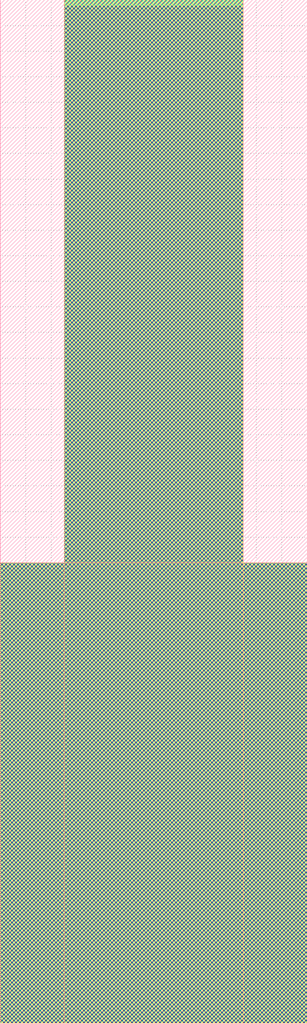
<source format=lef>
VERSION 5.8 ;
BUSBITCHARS "[]" ;
DIVIDERCHAR "/" ;

MACRO RIIO_EG1D80V_CORNER_45
  CLASS ENDCAP BOTTOMLEFT ;
  ORIGIN 0 0 ;
  FOREIGN RIIO_EG1D80V_CORNER_45 0 0 ;
  SIZE 80 BY 80 ;
  SYMMETRY X Y ;
  SITE corner_site ;
  PIN VDDIO
    DIRECTION INOUT ;
    USE POWER ;
    NETEXPR "vddio VDDIO!" ;
    PORT
      LAYER JA ;
        RECT 11.342 53.555 16.402 53.632 ;
        RECT 11.25 53.647 16.356 53.678 ;
        RECT 11.296 53.601 16.356 53.678 ;
        RECT 11.238 53.676 16.31 53.724 ;
        RECT 11.192 53.705 16.264 53.77 ;
        RECT 11.146 53.751 16.218 53.816 ;
        RECT 11.1 53.797 16.172 53.862 ;
        RECT 11.054 53.843 16.126 53.908 ;
        RECT 11.008 53.889 16.08 53.954 ;
        RECT 10.962 53.935 16.034 54 ;
        RECT 10.916 53.981 15.988 54.046 ;
        RECT 10.87 54.027 15.942 54.092 ;
        RECT 10.824 54.073 15.896 54.138 ;
        RECT 10.778 54.119 15.85 54.184 ;
        RECT 10.732 54.165 15.804 54.23 ;
        RECT 10.686 54.211 15.758 54.276 ;
        RECT 10.64 54.257 15.712 54.322 ;
        RECT 10.594 54.303 15.666 54.368 ;
        RECT 10.548 54.349 15.62 54.414 ;
        RECT 10.502 54.395 15.574 54.46 ;
        RECT 10.456 54.441 15.528 54.506 ;
        RECT 10.41 54.487 15.482 54.552 ;
        RECT 10.364 54.533 15.436 54.598 ;
        RECT 10.318 54.579 15.39 54.644 ;
        RECT 10.272 54.625 15.344 54.69 ;
        RECT 10.226 54.671 15.298 54.736 ;
        RECT 10.18 54.717 15.252 54.782 ;
        RECT 10.134 54.763 15.206 54.828 ;
        RECT 10.088 54.809 15.16 54.874 ;
        RECT 10.042 54.855 15.114 54.92 ;
        RECT 9.996 54.901 15.068 54.966 ;
        RECT 9.95 54.947 15.022 55.012 ;
        RECT 9.904 54.993 14.976 55.058 ;
        RECT 9.858 55.039 14.93 55.104 ;
        RECT 9.812 55.085 14.884 55.15 ;
        RECT 9.766 55.131 14.838 55.196 ;
        RECT 9.72 55.177 14.792 55.242 ;
        RECT 9.674 55.223 14.746 55.288 ;
        RECT 9.628 55.269 14.7 55.334 ;
        RECT 9.582 55.315 14.654 55.38 ;
        RECT 9.536 55.361 14.608 55.426 ;
        RECT 9.49 55.407 14.562 55.472 ;
        RECT 9.444 55.453 14.516 55.518 ;
        RECT 9.398 55.499 14.47 55.564 ;
        RECT 9.352 55.545 14.424 55.61 ;
        RECT 9.306 55.591 14.378 55.656 ;
        RECT 9.26 55.637 14.332 55.702 ;
        RECT 9.214 55.683 14.286 55.748 ;
        RECT 9.168 55.729 14.24 55.794 ;
        RECT 9.122 55.775 14.194 55.84 ;
        RECT 9.076 55.821 14.148 55.886 ;
        RECT 9.03 55.867 14.102 55.932 ;
        RECT 8.984 55.913 14.056 55.978 ;
        RECT 8.938 55.959 14.01 56.024 ;
        RECT 8.892 56.005 13.964 56.07 ;
        RECT 8.846 56.051 13.918 56.116 ;
        RECT 8.8 56.097 13.872 56.162 ;
        RECT 8.754 56.143 13.826 56.208 ;
        RECT 8.708 56.189 13.78 56.254 ;
        RECT 8.662 56.235 13.734 56.3 ;
        RECT 8.616 56.281 13.688 56.346 ;
        RECT 8.57 56.327 13.642 56.392 ;
        RECT 8.524 56.373 13.596 56.438 ;
        RECT 8.478 56.419 13.55 56.484 ;
        RECT 8.432 56.465 13.504 56.53 ;
        RECT 8.386 56.511 13.458 56.576 ;
        RECT 8.34 56.557 13.412 56.622 ;
        RECT 8.294 56.603 13.366 56.668 ;
        RECT 8.248 56.649 13.32 56.714 ;
        RECT 8.202 56.695 13.274 56.76 ;
        RECT 8.156 56.741 13.228 56.806 ;
        RECT 8.11 56.787 13.182 56.852 ;
        RECT 8.064 56.833 13.136 56.898 ;
        RECT 8.018 56.879 13.09 56.944 ;
        RECT 7.972 56.925 13.044 56.99 ;
        RECT 7.926 56.971 12.998 57.036 ;
        RECT 7.88 57.017 12.952 57.082 ;
        RECT 7.834 57.063 12.906 57.128 ;
        RECT 7.788 57.109 12.86 57.174 ;
        RECT 7.742 57.155 12.814 57.22 ;
        RECT 7.696 57.201 12.768 57.266 ;
        RECT 7.65 57.247 12.722 57.312 ;
        RECT 7.65 57.247 12.676 57.358 ;
        RECT 7.65 57.247 12.63 57.404 ;
        RECT 7.65 57.247 12.584 57.45 ;
        RECT 7.65 57.247 12.538 57.496 ;
        RECT 7.65 57.247 12.492 57.542 ;
        RECT 7.65 57.247 12.446 57.588 ;
        RECT 7.65 57.247 12.4 57.634 ;
        RECT 7.65 57.247 12.354 57.68 ;
        RECT 7.65 57.247 12.308 57.726 ;
        RECT 7.65 57.247 12.262 57.772 ;
        RECT 7.65 57.247 12.216 57.818 ;
        RECT 7.65 57.247 12.17 57.864 ;
        RECT 7.65 57.247 12.124 57.91 ;
        RECT 7.65 57.247 12.078 57.956 ;
        RECT 7.65 57.247 12.032 58.002 ;
        RECT 7.65 57.247 11.986 58.048 ;
        RECT 7.65 57.247 11.94 58.094 ;
        RECT 7.65 57.247 11.894 58.14 ;
        RECT 7.65 57.247 11.848 58.186 ;
        RECT 7.65 57.247 11.802 58.232 ;
        RECT 7.65 57.247 11.756 58.278 ;
        RECT 7.65 57.247 11.71 58.324 ;
        RECT 7.65 57.247 11.664 58.37 ;
        RECT 7.65 57.247 11.618 58.416 ;
        RECT 7.65 57.247 11.572 58.462 ;
        RECT 7.65 57.247 11.526 58.508 ;
        RECT 7.65 57.247 11.48 58.554 ;
        RECT 7.65 57.247 11.434 58.6 ;
        RECT 7.65 57.247 11.388 58.646 ;
        RECT 7.65 57.247 11.342 58.692 ;
        RECT 7.65 57.247 11.296 58.738 ;
        RECT 7.65 57.247 11.25 80 ;
        RECT 57.27 7.65 80 11.25 ;
        RECT 53.662 11.235 58.761 11.26 ;
        RECT 52.236 12.661 57.316 12.718 ;
        RECT 57.25 7.66 57.27 12.751 ;
        RECT 52.19 12.707 57.25 12.784 ;
        RECT 52.282 12.615 57.362 12.672 ;
        RECT 57.204 7.693 57.25 12.784 ;
        RECT 52.144 12.753 57.204 12.83 ;
        RECT 52.328 12.569 57.408 12.626 ;
        RECT 57.158 7.739 57.204 12.83 ;
        RECT 52.098 12.799 57.158 12.876 ;
        RECT 52.374 12.523 57.454 12.58 ;
        RECT 57.112 7.785 57.158 12.876 ;
        RECT 52.052 12.845 57.112 12.922 ;
        RECT 52.42 12.477 57.5 12.534 ;
        RECT 57.066 7.831 57.112 12.922 ;
        RECT 52.006 12.891 57.066 12.968 ;
        RECT 52.466 12.431 57.546 12.488 ;
        RECT 57.02 7.877 57.066 12.968 ;
        RECT 51.96 12.937 57.02 13.014 ;
        RECT 52.512 12.385 57.592 12.442 ;
        RECT 56.974 7.923 57.02 13.014 ;
        RECT 51.914 12.983 56.974 13.06 ;
        RECT 52.558 12.339 57.638 12.396 ;
        RECT 56.928 7.969 56.974 13.06 ;
        RECT 51.868 13.029 56.928 13.106 ;
        RECT 52.604 12.293 57.684 12.35 ;
        RECT 56.882 8.015 56.928 13.106 ;
        RECT 51.822 13.075 56.882 13.152 ;
        RECT 52.65 12.247 57.73 12.304 ;
        RECT 56.836 8.061 56.882 13.152 ;
        RECT 51.776 13.121 56.836 13.198 ;
        RECT 52.696 12.201 57.776 12.258 ;
        RECT 56.79 8.107 56.836 13.198 ;
        RECT 51.73 13.167 56.79 13.244 ;
        RECT 52.742 12.155 57.822 12.212 ;
        RECT 56.744 8.153 56.79 13.244 ;
        RECT 51.684 13.213 56.744 13.29 ;
        RECT 52.788 12.109 57.868 12.166 ;
        RECT 56.698 8.199 56.744 13.29 ;
        RECT 51.638 13.259 56.698 13.336 ;
        RECT 52.834 12.063 57.914 12.12 ;
        RECT 56.652 8.245 56.698 13.336 ;
        RECT 51.592 13.305 56.652 13.382 ;
        RECT 52.88 12.017 57.96 12.074 ;
        RECT 56.606 8.291 56.652 13.382 ;
        RECT 51.546 13.351 56.606 13.428 ;
        RECT 52.926 11.971 58.006 12.028 ;
        RECT 56.56 8.337 56.606 13.428 ;
        RECT 51.5 13.397 56.56 13.474 ;
        RECT 52.972 11.925 58.052 11.982 ;
        RECT 56.514 8.383 56.56 13.474 ;
        RECT 51.454 13.443 56.514 13.52 ;
        RECT 53.018 11.879 58.098 11.936 ;
        RECT 56.468 8.429 56.514 13.52 ;
        RECT 51.408 13.489 56.468 13.566 ;
        RECT 53.064 11.833 58.144 11.89 ;
        RECT 56.422 8.475 56.468 13.566 ;
        RECT 51.362 13.535 56.422 13.612 ;
        RECT 53.11 11.787 58.19 11.844 ;
        RECT 56.376 8.521 56.422 13.612 ;
        RECT 51.316 13.581 56.376 13.658 ;
        RECT 53.156 11.741 58.236 11.798 ;
        RECT 56.33 8.567 56.376 13.658 ;
        RECT 51.27 13.627 56.33 13.704 ;
        RECT 53.202 11.695 58.282 11.752 ;
        RECT 56.284 8.613 56.33 13.704 ;
        RECT 51.224 13.673 56.284 13.75 ;
        RECT 53.248 11.649 58.328 11.706 ;
        RECT 56.238 8.659 56.284 13.75 ;
        RECT 51.178 13.719 56.238 13.796 ;
        RECT 53.294 11.603 58.374 11.66 ;
        RECT 56.192 8.705 56.238 13.796 ;
        RECT 51.132 13.765 56.192 13.842 ;
        RECT 53.34 11.557 58.42 11.614 ;
        RECT 56.146 8.751 56.192 13.842 ;
        RECT 51.086 13.811 56.146 13.888 ;
        RECT 53.386 11.511 58.466 11.568 ;
        RECT 56.1 8.797 56.146 13.888 ;
        RECT 51.04 13.857 56.1 13.934 ;
        RECT 53.432 11.465 58.512 11.522 ;
        RECT 56.054 8.843 56.1 13.934 ;
        RECT 50.994 13.903 56.054 13.98 ;
        RECT 53.478 11.419 58.558 11.476 ;
        RECT 56.008 8.889 56.054 13.98 ;
        RECT 50.948 13.949 56.008 14.026 ;
        RECT 53.524 11.373 58.604 11.43 ;
        RECT 55.962 8.935 56.008 14.026 ;
        RECT 50.902 13.995 55.962 14.072 ;
        RECT 53.57 11.327 58.65 11.384 ;
        RECT 55.916 8.981 55.962 14.072 ;
        RECT 50.856 14.041 55.916 14.118 ;
        RECT 53.616 11.281 58.696 11.338 ;
        RECT 55.87 9.027 55.916 14.118 ;
        RECT 50.81 14.087 55.87 14.164 ;
        RECT 53.662 11.235 58.742 11.292 ;
        RECT 55.824 9.073 55.87 14.164 ;
        RECT 50.764 14.133 55.824 14.21 ;
        RECT 53.708 11.189 80 11.25 ;
        RECT 55.778 9.119 55.824 14.21 ;
        RECT 50.718 14.179 55.778 14.256 ;
        RECT 53.754 11.143 80 11.25 ;
        RECT 55.732 9.165 55.778 14.256 ;
        RECT 50.672 14.225 55.732 14.302 ;
        RECT 53.8 11.097 80 11.25 ;
        RECT 55.686 9.211 55.732 14.302 ;
        RECT 50.626 14.271 55.686 14.348 ;
        RECT 53.846 11.051 80 11.25 ;
        RECT 55.64 9.257 55.686 14.348 ;
        RECT 50.58 14.317 55.64 14.394 ;
        RECT 53.892 11.005 80 11.25 ;
        RECT 55.594 9.303 55.64 14.394 ;
        RECT 50.534 14.363 55.594 14.44 ;
        RECT 53.938 10.959 80 11.25 ;
        RECT 55.548 9.349 55.594 14.44 ;
        RECT 50.488 14.409 55.548 14.486 ;
        RECT 53.984 10.913 80 11.25 ;
        RECT 55.502 9.395 55.548 14.486 ;
        RECT 50.442 14.455 55.502 14.532 ;
        RECT 54.03 10.867 80 11.25 ;
        RECT 55.456 9.441 55.502 14.532 ;
        RECT 50.396 14.501 55.456 14.578 ;
        RECT 54.076 10.821 80 11.25 ;
        RECT 55.41 9.487 55.456 14.578 ;
        RECT 50.35 14.547 55.41 14.624 ;
        RECT 54.122 10.775 80 11.25 ;
        RECT 55.364 9.533 55.41 14.624 ;
        RECT 50.304 14.593 55.364 14.67 ;
        RECT 54.168 10.729 80 11.25 ;
        RECT 55.318 9.579 55.364 14.67 ;
        RECT 50.258 14.639 55.318 14.716 ;
        RECT 54.214 10.683 80 11.25 ;
        RECT 55.272 9.625 55.318 14.716 ;
        RECT 50.212 14.685 55.272 14.762 ;
        RECT 54.26 10.637 80 11.25 ;
        RECT 55.226 9.671 55.272 14.762 ;
        RECT 50.166 14.731 55.226 14.808 ;
        RECT 54.306 10.591 80 11.25 ;
        RECT 55.18 9.717 55.226 14.808 ;
        RECT 50.12 14.777 55.18 14.854 ;
        RECT 54.352 10.545 80 11.25 ;
        RECT 55.134 9.763 55.18 14.854 ;
        RECT 50.074 14.823 55.134 14.9 ;
        RECT 54.398 10.499 80 11.25 ;
        RECT 55.088 9.809 55.134 14.9 ;
        RECT 50.028 14.869 55.088 14.946 ;
        RECT 54.444 10.453 80 11.25 ;
        RECT 55.042 9.855 55.088 14.946 ;
        RECT 49.982 14.915 55.042 14.992 ;
        RECT 54.49 10.407 80 11.25 ;
        RECT 54.996 9.901 55.042 14.992 ;
        RECT 49.936 14.961 54.996 15.038 ;
        RECT 54.536 10.361 80 11.25 ;
        RECT 54.95 9.947 54.996 15.038 ;
        RECT 49.89 15.007 54.95 15.084 ;
        RECT 54.582 10.315 80 11.25 ;
        RECT 54.904 9.993 54.95 15.084 ;
        RECT 49.844 15.053 54.904 15.13 ;
        RECT 54.628 10.269 80 11.25 ;
        RECT 54.858 10.039 54.904 15.13 ;
        RECT 49.798 15.099 54.858 15.176 ;
        RECT 54.674 10.223 80 11.25 ;
        RECT 54.812 10.085 54.858 15.176 ;
        RECT 49.752 15.145 54.812 15.222 ;
        RECT 54.72 10.177 80 11.25 ;
        RECT 54.766 10.131 54.812 15.222 ;
        RECT 49.706 15.191 54.766 15.268 ;
        RECT 49.66 15.237 54.72 15.314 ;
        RECT 49.614 15.283 54.674 15.36 ;
        RECT 49.568 15.329 54.628 15.406 ;
        RECT 49.522 15.375 54.582 15.452 ;
        RECT 49.476 15.421 54.536 15.498 ;
        RECT 49.43 15.467 54.49 15.544 ;
        RECT 49.384 15.513 54.444 15.59 ;
        RECT 49.338 15.559 54.398 15.636 ;
        RECT 49.292 15.605 54.352 15.682 ;
        RECT 49.246 15.651 54.306 15.728 ;
        RECT 49.2 15.697 54.26 15.774 ;
        RECT 49.154 15.743 54.214 15.82 ;
        RECT 49.108 15.789 54.168 15.866 ;
        RECT 49.062 15.835 54.122 15.912 ;
        RECT 49.016 15.881 54.076 15.958 ;
        RECT 48.97 15.927 54.03 16.004 ;
        RECT 48.924 15.973 53.984 16.05 ;
        RECT 48.878 16.019 53.938 16.096 ;
        RECT 48.832 16.065 53.892 16.142 ;
        RECT 48.786 16.111 53.846 16.188 ;
        RECT 48.74 16.157 53.8 16.234 ;
        RECT 48.694 16.203 53.754 16.28 ;
        RECT 48.648 16.249 53.708 16.326 ;
        RECT 48.602 16.295 53.662 16.372 ;
        RECT 48.556 16.341 53.616 16.418 ;
        RECT 48.51 16.387 53.57 16.464 ;
        RECT 48.464 16.433 53.524 16.51 ;
        RECT 48.418 16.479 53.478 16.556 ;
        RECT 48.372 16.525 53.432 16.602 ;
        RECT 48.326 16.571 53.386 16.648 ;
        RECT 48.28 16.617 53.34 16.694 ;
        RECT 48.234 16.663 53.294 16.74 ;
        RECT 48.188 16.709 53.248 16.786 ;
        RECT 48.142 16.755 53.202 16.832 ;
        RECT 48.096 16.801 53.156 16.878 ;
        RECT 48.05 16.847 53.11 16.924 ;
        RECT 48.004 16.893 53.064 16.97 ;
        RECT 47.958 16.939 53.018 17.016 ;
        RECT 47.912 16.985 52.972 17.062 ;
        RECT 47.866 17.031 52.926 17.108 ;
        RECT 47.82 17.077 52.88 17.154 ;
        RECT 47.774 17.123 52.834 17.2 ;
        RECT 47.728 17.169 52.788 17.246 ;
        RECT 47.682 17.215 52.742 17.292 ;
        RECT 47.636 17.261 52.696 17.338 ;
        RECT 47.59 17.307 52.65 17.384 ;
        RECT 47.544 17.353 52.604 17.43 ;
        RECT 47.498 17.399 52.558 17.476 ;
        RECT 47.452 17.445 52.512 17.522 ;
        RECT 47.406 17.491 52.466 17.568 ;
        RECT 47.36 17.537 52.42 17.614 ;
        RECT 47.314 17.583 52.374 17.66 ;
        RECT 47.268 17.629 52.328 17.706 ;
        RECT 47.222 17.675 52.282 17.752 ;
        RECT 47.176 17.721 52.236 17.798 ;
        RECT 47.13 17.767 52.19 17.844 ;
        RECT 47.084 17.813 52.144 17.89 ;
        RECT 47.038 17.859 52.098 17.936 ;
        RECT 46.992 17.905 52.052 17.982 ;
        RECT 46.946 17.951 52.006 18.028 ;
        RECT 46.9 17.997 51.96 18.074 ;
        RECT 46.854 18.043 51.914 18.12 ;
        RECT 46.808 18.089 51.868 18.166 ;
        RECT 46.762 18.135 51.822 18.212 ;
        RECT 46.716 18.181 51.776 18.258 ;
        RECT 46.67 18.227 51.73 18.304 ;
        RECT 46.624 18.273 51.684 18.35 ;
        RECT 46.578 18.319 51.638 18.396 ;
        RECT 46.532 18.365 51.592 18.442 ;
        RECT 46.486 18.411 51.546 18.488 ;
        RECT 46.44 18.457 51.5 18.534 ;
        RECT 46.394 18.503 51.454 18.58 ;
        RECT 46.348 18.549 51.408 18.626 ;
        RECT 46.302 18.595 51.362 18.672 ;
        RECT 46.256 18.641 51.316 18.718 ;
        RECT 46.21 18.687 51.27 18.764 ;
        RECT 46.164 18.733 51.224 18.81 ;
        RECT 46.118 18.779 51.178 18.856 ;
        RECT 46.072 18.825 51.132 18.902 ;
        RECT 46.026 18.871 51.086 18.948 ;
        RECT 45.98 18.917 51.04 18.994 ;
        RECT 45.934 18.963 50.994 19.04 ;
        RECT 45.888 19.009 50.948 19.086 ;
        RECT 45.842 19.055 50.902 19.132 ;
        RECT 45.796 19.101 50.856 19.178 ;
        RECT 45.75 19.147 50.81 19.224 ;
        RECT 45.704 19.193 50.764 19.27 ;
        RECT 45.658 19.239 50.718 19.316 ;
        RECT 45.612 19.285 50.672 19.362 ;
        RECT 45.566 19.331 50.626 19.408 ;
        RECT 45.52 19.377 50.58 19.454 ;
        RECT 45.474 19.423 50.534 19.5 ;
        RECT 45.428 19.469 50.488 19.546 ;
        RECT 45.382 19.515 50.442 19.592 ;
        RECT 45.336 19.561 50.396 19.638 ;
        RECT 45.29 19.607 50.35 19.684 ;
        RECT 45.244 19.653 50.304 19.73 ;
        RECT 45.198 19.699 50.258 19.776 ;
        RECT 45.152 19.745 50.212 19.822 ;
        RECT 45.106 19.791 50.166 19.868 ;
        RECT 45.06 19.837 50.12 19.914 ;
        RECT 45.014 19.883 50.074 19.96 ;
        RECT 44.968 19.929 50.028 20.006 ;
        RECT 44.922 19.975 49.982 20.052 ;
        RECT 44.876 20.021 49.936 20.098 ;
        RECT 44.83 20.067 49.89 20.144 ;
        RECT 44.784 20.113 49.844 20.19 ;
        RECT 44.738 20.159 49.798 20.236 ;
        RECT 44.692 20.205 49.752 20.282 ;
        RECT 44.646 20.251 49.706 20.328 ;
        RECT 44.6 20.297 49.66 20.374 ;
        RECT 44.554 20.343 49.614 20.42 ;
        RECT 44.508 20.389 49.568 20.466 ;
        RECT 44.462 20.435 49.522 20.512 ;
        RECT 44.416 20.481 49.476 20.558 ;
        RECT 44.37 20.527 49.43 20.604 ;
        RECT 44.324 20.573 49.384 20.65 ;
        RECT 44.278 20.619 49.338 20.696 ;
        RECT 44.232 20.665 49.292 20.742 ;
        RECT 44.186 20.711 49.246 20.788 ;
        RECT 44.14 20.757 49.2 20.834 ;
        RECT 44.094 20.803 49.154 20.88 ;
        RECT 44.048 20.849 49.108 20.926 ;
        RECT 44.002 20.895 49.062 20.972 ;
        RECT 43.956 20.941 49.016 21.018 ;
        RECT 43.91 20.987 48.97 21.064 ;
        RECT 43.864 21.033 48.924 21.11 ;
        RECT 43.818 21.079 48.878 21.156 ;
        RECT 43.772 21.125 48.832 21.202 ;
        RECT 43.726 21.171 48.786 21.248 ;
        RECT 43.68 21.217 48.74 21.294 ;
        RECT 43.634 21.263 48.694 21.34 ;
        RECT 43.588 21.309 48.648 21.386 ;
        RECT 43.542 21.355 48.602 21.432 ;
        RECT 43.496 21.401 48.556 21.478 ;
        RECT 43.45 21.447 48.51 21.524 ;
        RECT 43.404 21.493 48.464 21.57 ;
        RECT 43.358 21.539 48.418 21.616 ;
        RECT 43.312 21.585 48.372 21.662 ;
        RECT 43.266 21.631 48.326 21.708 ;
        RECT 43.22 21.677 48.28 21.754 ;
        RECT 43.174 21.723 48.234 21.8 ;
        RECT 43.128 21.769 48.188 21.846 ;
        RECT 43.082 21.815 48.142 21.892 ;
        RECT 43.036 21.861 48.096 21.938 ;
        RECT 42.99 21.907 48.05 21.984 ;
        RECT 42.944 21.953 48.004 22.03 ;
        RECT 42.898 21.999 47.958 22.076 ;
        RECT 42.852 22.045 47.912 22.122 ;
        RECT 42.806 22.091 47.866 22.168 ;
        RECT 42.76 22.137 47.82 22.214 ;
        RECT 42.714 22.183 47.774 22.26 ;
        RECT 42.668 22.229 47.728 22.306 ;
        RECT 42.622 22.275 47.682 22.352 ;
        RECT 42.576 22.321 47.636 22.398 ;
        RECT 42.53 22.367 47.59 22.444 ;
        RECT 42.484 22.413 47.544 22.49 ;
        RECT 42.438 22.459 47.498 22.536 ;
        RECT 42.392 22.505 47.452 22.582 ;
        RECT 42.346 22.551 47.406 22.628 ;
        RECT 42.3 22.597 47.36 22.674 ;
        RECT 42.254 22.643 47.314 22.72 ;
        RECT 42.208 22.689 47.268 22.766 ;
        RECT 42.162 22.735 47.222 22.812 ;
        RECT 42.116 22.781 47.176 22.858 ;
        RECT 42.07 22.827 47.13 22.904 ;
        RECT 42.024 22.873 47.084 22.95 ;
        RECT 41.978 22.919 47.038 22.996 ;
        RECT 41.932 22.965 46.992 23.042 ;
        RECT 41.886 23.011 46.946 23.088 ;
        RECT 41.84 23.057 46.9 23.134 ;
        RECT 41.794 23.103 46.854 23.18 ;
        RECT 41.748 23.149 46.808 23.226 ;
        RECT 41.702 23.195 46.762 23.272 ;
        RECT 41.656 23.241 46.716 23.318 ;
        RECT 41.61 23.287 46.67 23.364 ;
        RECT 41.564 23.333 46.624 23.41 ;
        RECT 41.518 23.379 46.578 23.456 ;
        RECT 41.472 23.425 46.532 23.502 ;
        RECT 41.426 23.471 46.486 23.548 ;
        RECT 41.38 23.517 46.44 23.594 ;
        RECT 41.334 23.563 46.394 23.64 ;
        RECT 41.288 23.609 46.348 23.686 ;
        RECT 41.242 23.655 46.302 23.732 ;
        RECT 41.196 23.701 46.256 23.778 ;
        RECT 41.15 23.747 46.21 23.824 ;
        RECT 41.104 23.793 46.164 23.87 ;
        RECT 41.058 23.839 46.118 23.916 ;
        RECT 41.012 23.885 46.072 23.962 ;
        RECT 40.966 23.931 46.026 24.008 ;
        RECT 40.92 23.977 45.98 24.054 ;
        RECT 40.874 24.023 45.934 24.1 ;
        RECT 40.828 24.069 45.888 24.146 ;
        RECT 40.782 24.115 45.842 24.192 ;
        RECT 40.736 24.161 45.796 24.238 ;
        RECT 40.69 24.207 45.75 24.284 ;
        RECT 40.644 24.253 45.704 24.33 ;
        RECT 40.598 24.299 45.658 24.376 ;
        RECT 40.552 24.345 45.612 24.422 ;
        RECT 40.506 24.391 45.566 24.468 ;
        RECT 40.46 24.437 45.52 24.514 ;
        RECT 40.414 24.483 45.474 24.56 ;
        RECT 40.368 24.529 45.428 24.606 ;
        RECT 40.322 24.575 45.382 24.652 ;
        RECT 40.276 24.621 45.336 24.698 ;
        RECT 40.23 24.667 45.29 24.744 ;
        RECT 40.184 24.713 45.244 24.79 ;
        RECT 40.138 24.759 45.198 24.836 ;
        RECT 40.092 24.805 45.152 24.882 ;
        RECT 40.046 24.851 45.106 24.928 ;
        RECT 40 24.897 45.06 24.974 ;
        RECT 39.954 24.943 45.014 25.02 ;
        RECT 39.908 24.989 44.968 25.066 ;
        RECT 39.862 25.035 44.922 25.112 ;
        RECT 39.816 25.081 44.876 25.158 ;
        RECT 39.77 25.127 44.83 25.204 ;
        RECT 39.724 25.173 44.784 25.25 ;
        RECT 39.678 25.219 44.738 25.296 ;
        RECT 39.632 25.265 44.692 25.342 ;
        RECT 39.586 25.311 44.646 25.388 ;
        RECT 39.54 25.357 44.6 25.434 ;
        RECT 39.494 25.403 44.554 25.48 ;
        RECT 39.448 25.449 44.508 25.526 ;
        RECT 39.402 25.495 44.462 25.572 ;
        RECT 39.356 25.541 44.416 25.618 ;
        RECT 39.31 25.587 44.37 25.664 ;
        RECT 39.264 25.633 44.324 25.71 ;
        RECT 39.218 25.679 44.278 25.756 ;
        RECT 39.172 25.725 44.232 25.802 ;
        RECT 39.126 25.771 44.186 25.848 ;
        RECT 39.08 25.817 44.14 25.894 ;
        RECT 39.034 25.863 44.094 25.94 ;
        RECT 38.988 25.909 44.048 25.986 ;
        RECT 38.942 25.955 44.002 26.032 ;
        RECT 38.896 26.001 43.956 26.078 ;
        RECT 38.85 26.047 43.91 26.124 ;
        RECT 38.804 26.093 43.864 26.17 ;
        RECT 38.758 26.139 43.818 26.216 ;
        RECT 38.712 26.185 43.772 26.262 ;
        RECT 38.666 26.231 43.726 26.308 ;
        RECT 38.62 26.277 43.68 26.354 ;
        RECT 38.574 26.323 43.634 26.4 ;
        RECT 38.528 26.369 43.588 26.446 ;
        RECT 38.482 26.415 43.542 26.492 ;
        RECT 38.436 26.461 43.496 26.538 ;
        RECT 38.39 26.507 43.45 26.584 ;
        RECT 38.344 26.553 43.404 26.63 ;
        RECT 38.298 26.599 43.358 26.676 ;
        RECT 38.252 26.645 43.312 26.722 ;
        RECT 38.206 26.691 43.266 26.768 ;
        RECT 38.16 26.737 43.22 26.814 ;
        RECT 38.114 26.783 43.174 26.86 ;
        RECT 38.068 26.829 43.128 26.906 ;
        RECT 38.022 26.875 43.082 26.952 ;
        RECT 37.976 26.921 43.036 26.998 ;
        RECT 37.93 26.967 42.99 27.044 ;
        RECT 37.884 27.013 42.944 27.09 ;
        RECT 37.838 27.059 42.898 27.136 ;
        RECT 37.792 27.105 42.852 27.182 ;
        RECT 37.746 27.151 42.806 27.228 ;
        RECT 37.7 27.197 42.76 27.274 ;
        RECT 37.654 27.243 42.714 27.32 ;
        RECT 37.608 27.289 42.668 27.366 ;
        RECT 37.562 27.335 42.622 27.412 ;
        RECT 37.516 27.381 42.576 27.458 ;
        RECT 37.47 27.427 42.53 27.504 ;
        RECT 37.424 27.473 42.484 27.55 ;
        RECT 37.378 27.519 42.438 27.596 ;
        RECT 37.332 27.565 42.392 27.642 ;
        RECT 37.286 27.611 42.346 27.688 ;
        RECT 37.24 27.657 42.3 27.734 ;
        RECT 37.194 27.703 42.254 27.78 ;
        RECT 37.148 27.749 42.208 27.826 ;
        RECT 37.102 27.795 42.162 27.872 ;
        RECT 37.056 27.841 42.116 27.918 ;
        RECT 37.01 27.887 42.07 27.964 ;
        RECT 36.964 27.933 42.024 28.01 ;
        RECT 36.918 27.979 41.978 28.056 ;
        RECT 36.872 28.025 41.932 28.102 ;
        RECT 36.826 28.071 41.886 28.148 ;
        RECT 36.78 28.117 41.84 28.194 ;
        RECT 36.734 28.163 41.794 28.24 ;
        RECT 36.688 28.209 41.748 28.286 ;
        RECT 36.642 28.255 41.702 28.332 ;
        RECT 36.596 28.301 41.656 28.378 ;
        RECT 36.55 28.347 41.61 28.424 ;
        RECT 36.504 28.393 41.564 28.47 ;
        RECT 36.458 28.439 41.518 28.516 ;
        RECT 36.412 28.485 41.472 28.562 ;
        RECT 36.366 28.531 41.426 28.608 ;
        RECT 36.32 28.577 41.38 28.654 ;
        RECT 36.274 28.623 41.334 28.7 ;
        RECT 36.228 28.669 41.288 28.746 ;
        RECT 36.182 28.715 41.242 28.792 ;
        RECT 36.136 28.761 41.196 28.838 ;
        RECT 36.09 28.807 41.15 28.884 ;
        RECT 36.044 28.853 41.104 28.93 ;
        RECT 35.998 28.899 41.058 28.976 ;
        RECT 35.952 28.945 41.012 29.022 ;
        RECT 35.906 28.991 40.966 29.068 ;
        RECT 35.86 29.037 40.92 29.114 ;
        RECT 35.814 29.083 40.874 29.16 ;
        RECT 35.768 29.129 40.828 29.206 ;
        RECT 35.722 29.175 40.782 29.252 ;
        RECT 35.676 29.221 40.736 29.298 ;
        RECT 35.63 29.267 40.69 29.344 ;
        RECT 35.584 29.313 40.644 29.39 ;
        RECT 35.538 29.359 40.598 29.436 ;
        RECT 35.492 29.405 40.552 29.482 ;
        RECT 35.446 29.451 40.506 29.528 ;
        RECT 35.4 29.497 40.46 29.574 ;
        RECT 35.354 29.543 40.414 29.62 ;
        RECT 35.308 29.589 40.368 29.666 ;
        RECT 35.262 29.635 40.322 29.712 ;
        RECT 35.216 29.681 40.276 29.758 ;
        RECT 35.17 29.727 40.23 29.804 ;
        RECT 35.124 29.773 40.184 29.85 ;
        RECT 35.078 29.819 40.138 29.896 ;
        RECT 35.032 29.865 40.092 29.942 ;
        RECT 34.986 29.911 40.046 29.988 ;
        RECT 34.94 29.957 40 30.034 ;
        RECT 34.894 30.003 39.954 30.08 ;
        RECT 34.848 30.049 39.908 30.126 ;
        RECT 34.802 30.095 39.862 30.172 ;
        RECT 34.756 30.141 39.816 30.218 ;
        RECT 34.71 30.187 39.77 30.264 ;
        RECT 34.664 30.233 39.724 30.31 ;
        RECT 34.618 30.279 39.678 30.356 ;
        RECT 34.572 30.325 39.632 30.402 ;
        RECT 34.526 30.371 39.586 30.448 ;
        RECT 34.48 30.417 39.54 30.494 ;
        RECT 34.434 30.463 39.494 30.54 ;
        RECT 34.388 30.509 39.448 30.586 ;
        RECT 34.342 30.555 39.402 30.632 ;
        RECT 34.296 30.601 39.356 30.678 ;
        RECT 34.25 30.647 39.31 30.724 ;
        RECT 34.204 30.693 39.264 30.77 ;
        RECT 34.158 30.739 39.218 30.816 ;
        RECT 34.112 30.785 39.172 30.862 ;
        RECT 34.066 30.831 39.126 30.908 ;
        RECT 34.02 30.877 39.08 30.954 ;
        RECT 33.974 30.923 39.034 31 ;
        RECT 33.928 30.969 38.988 31.046 ;
        RECT 33.882 31.015 38.942 31.092 ;
        RECT 33.836 31.061 38.896 31.138 ;
        RECT 33.79 31.107 38.85 31.184 ;
        RECT 33.744 31.153 38.804 31.23 ;
        RECT 33.698 31.199 38.758 31.276 ;
        RECT 33.652 31.245 38.712 31.322 ;
        RECT 33.606 31.291 38.666 31.368 ;
        RECT 33.56 31.337 38.62 31.414 ;
        RECT 33.514 31.383 38.574 31.46 ;
        RECT 33.468 31.429 38.528 31.506 ;
        RECT 33.422 31.475 38.482 31.552 ;
        RECT 33.376 31.521 38.436 31.598 ;
        RECT 33.33 31.567 38.39 31.644 ;
        RECT 33.284 31.613 38.344 31.69 ;
        RECT 33.238 31.659 38.298 31.736 ;
        RECT 33.192 31.705 38.252 31.782 ;
        RECT 33.146 31.751 38.206 31.828 ;
        RECT 33.1 31.797 38.16 31.874 ;
        RECT 33.054 31.843 38.114 31.92 ;
        RECT 33.008 31.889 38.068 31.966 ;
        RECT 32.962 31.935 38.022 32.012 ;
        RECT 32.916 31.981 37.976 32.058 ;
        RECT 32.87 32.027 37.93 32.104 ;
        RECT 32.824 32.073 37.884 32.15 ;
        RECT 32.778 32.119 37.838 32.196 ;
        RECT 32.732 32.165 37.792 32.242 ;
        RECT 32.686 32.211 37.746 32.288 ;
        RECT 32.64 32.257 37.7 32.334 ;
        RECT 32.594 32.303 37.654 32.38 ;
        RECT 32.548 32.349 37.608 32.426 ;
        RECT 32.502 32.395 37.562 32.472 ;
        RECT 32.456 32.441 37.516 32.518 ;
        RECT 32.41 32.487 37.47 32.564 ;
        RECT 32.364 32.533 37.424 32.61 ;
        RECT 32.318 32.579 37.378 32.656 ;
        RECT 32.272 32.625 37.332 32.702 ;
        RECT 32.226 32.671 37.286 32.748 ;
        RECT 32.18 32.717 37.24 32.794 ;
        RECT 32.134 32.763 37.194 32.84 ;
        RECT 32.088 32.809 37.148 32.886 ;
        RECT 32.042 32.855 37.102 32.932 ;
        RECT 31.996 32.901 37.056 32.978 ;
        RECT 31.95 32.947 37.01 33.024 ;
        RECT 31.904 32.993 36.964 33.07 ;
        RECT 31.858 33.039 36.918 33.116 ;
        RECT 31.812 33.085 36.872 33.162 ;
        RECT 31.766 33.131 36.826 33.208 ;
        RECT 31.72 33.177 36.78 33.254 ;
        RECT 31.674 33.223 36.734 33.3 ;
        RECT 31.628 33.269 36.688 33.346 ;
        RECT 31.582 33.315 36.642 33.392 ;
        RECT 31.536 33.361 36.596 33.438 ;
        RECT 31.49 33.407 36.55 33.484 ;
        RECT 31.444 33.453 36.504 33.53 ;
        RECT 31.398 33.499 36.458 33.576 ;
        RECT 31.352 33.545 36.412 33.622 ;
        RECT 31.306 33.591 36.366 33.668 ;
        RECT 31.26 33.637 36.32 33.714 ;
        RECT 31.214 33.683 36.274 33.76 ;
        RECT 31.168 33.729 36.228 33.806 ;
        RECT 31.122 33.775 36.182 33.852 ;
        RECT 31.076 33.821 36.136 33.898 ;
        RECT 31.03 33.867 36.09 33.944 ;
        RECT 30.984 33.913 36.044 33.99 ;
        RECT 30.938 33.959 35.998 34.036 ;
        RECT 30.892 34.005 35.952 34.082 ;
        RECT 30.846 34.051 35.906 34.128 ;
        RECT 30.8 34.097 35.86 34.174 ;
        RECT 30.754 34.143 35.814 34.22 ;
        RECT 30.708 34.189 35.768 34.266 ;
        RECT 30.662 34.235 35.722 34.312 ;
        RECT 30.616 34.281 35.676 34.358 ;
        RECT 30.57 34.327 35.63 34.404 ;
        RECT 30.524 34.373 35.584 34.45 ;
        RECT 30.478 34.419 35.538 34.496 ;
        RECT 30.432 34.465 35.492 34.542 ;
        RECT 30.386 34.511 35.446 34.588 ;
        RECT 30.34 34.557 35.4 34.634 ;
        RECT 30.294 34.603 35.354 34.68 ;
        RECT 30.248 34.649 35.308 34.726 ;
        RECT 30.202 34.695 35.262 34.772 ;
        RECT 30.156 34.741 35.216 34.818 ;
        RECT 30.11 34.787 35.17 34.864 ;
        RECT 30.064 34.833 35.124 34.91 ;
        RECT 30.018 34.879 35.078 34.956 ;
        RECT 29.972 34.925 35.032 35.002 ;
        RECT 29.926 34.971 34.986 35.048 ;
        RECT 29.88 35.017 34.94 35.094 ;
        RECT 29.834 35.063 34.894 35.14 ;
        RECT 29.788 35.109 34.848 35.186 ;
        RECT 29.742 35.155 34.802 35.232 ;
        RECT 29.696 35.201 34.756 35.278 ;
        RECT 29.65 35.247 34.71 35.324 ;
        RECT 29.604 35.293 34.664 35.37 ;
        RECT 29.558 35.339 34.618 35.416 ;
        RECT 29.512 35.385 34.572 35.462 ;
        RECT 29.466 35.431 34.526 35.508 ;
        RECT 29.42 35.477 34.48 35.554 ;
        RECT 29.374 35.523 34.434 35.6 ;
        RECT 29.328 35.569 34.388 35.646 ;
        RECT 29.282 35.615 34.342 35.692 ;
        RECT 29.236 35.661 34.296 35.738 ;
        RECT 29.19 35.707 34.25 35.784 ;
        RECT 29.144 35.753 34.204 35.83 ;
        RECT 29.098 35.799 34.158 35.876 ;
        RECT 29.052 35.845 34.112 35.922 ;
        RECT 29.006 35.891 34.066 35.968 ;
        RECT 28.96 35.937 34.02 36.014 ;
        RECT 28.914 35.983 33.974 36.06 ;
        RECT 28.868 36.029 33.928 36.106 ;
        RECT 28.822 36.075 33.882 36.152 ;
        RECT 28.776 36.121 33.836 36.198 ;
        RECT 28.73 36.167 33.79 36.244 ;
        RECT 28.684 36.213 33.744 36.29 ;
        RECT 28.638 36.259 33.698 36.336 ;
        RECT 28.592 36.305 33.652 36.382 ;
        RECT 28.546 36.351 33.606 36.428 ;
        RECT 28.5 36.397 33.56 36.474 ;
        RECT 28.454 36.443 33.514 36.52 ;
        RECT 28.408 36.489 33.468 36.566 ;
        RECT 28.362 36.535 33.422 36.612 ;
        RECT 28.316 36.581 33.376 36.658 ;
        RECT 28.27 36.627 33.33 36.704 ;
        RECT 28.224 36.673 33.284 36.75 ;
        RECT 28.178 36.719 33.238 36.796 ;
        RECT 28.132 36.765 33.192 36.842 ;
        RECT 28.086 36.811 33.146 36.888 ;
        RECT 28.04 36.857 33.1 36.934 ;
        RECT 27.994 36.903 33.054 36.98 ;
        RECT 27.948 36.949 33.008 37.026 ;
        RECT 27.902 36.995 32.962 37.072 ;
        RECT 27.856 37.041 32.916 37.118 ;
        RECT 27.81 37.087 32.87 37.164 ;
        RECT 27.764 37.133 32.824 37.21 ;
        RECT 27.718 37.179 32.778 37.256 ;
        RECT 27.672 37.225 32.732 37.302 ;
        RECT 27.626 37.271 32.686 37.348 ;
        RECT 27.58 37.317 32.64 37.394 ;
        RECT 27.534 37.363 32.594 37.44 ;
        RECT 27.488 37.409 32.548 37.486 ;
        RECT 27.442 37.455 32.502 37.532 ;
        RECT 27.396 37.501 32.456 37.578 ;
        RECT 27.35 37.547 32.41 37.624 ;
        RECT 27.304 37.593 32.364 37.67 ;
        RECT 27.258 37.639 32.318 37.716 ;
        RECT 27.212 37.685 32.272 37.762 ;
        RECT 27.166 37.731 32.226 37.808 ;
        RECT 27.12 37.777 32.18 37.854 ;
        RECT 27.074 37.823 32.134 37.9 ;
        RECT 27.028 37.869 32.088 37.946 ;
        RECT 26.982 37.915 32.042 37.992 ;
        RECT 26.936 37.961 31.996 38.038 ;
        RECT 26.89 38.007 31.95 38.084 ;
        RECT 26.844 38.053 31.904 38.13 ;
        RECT 26.798 38.099 31.858 38.176 ;
        RECT 26.752 38.145 31.812 38.222 ;
        RECT 26.706 38.191 31.766 38.268 ;
        RECT 26.66 38.237 31.72 38.314 ;
        RECT 26.614 38.283 31.674 38.36 ;
        RECT 26.568 38.329 31.628 38.406 ;
        RECT 26.522 38.375 31.582 38.452 ;
        RECT 26.476 38.421 31.536 38.498 ;
        RECT 26.43 38.467 31.49 38.544 ;
        RECT 26.384 38.513 31.444 38.59 ;
        RECT 26.338 38.559 31.398 38.636 ;
        RECT 26.292 38.605 31.352 38.682 ;
        RECT 26.246 38.651 31.306 38.728 ;
        RECT 26.2 38.697 31.26 38.774 ;
        RECT 26.154 38.743 31.214 38.82 ;
        RECT 26.108 38.789 31.168 38.866 ;
        RECT 26.062 38.835 31.122 38.912 ;
        RECT 26.016 38.881 31.076 38.958 ;
        RECT 25.97 38.927 31.03 39.004 ;
        RECT 25.924 38.973 30.984 39.05 ;
        RECT 25.878 39.019 30.938 39.096 ;
        RECT 25.832 39.065 30.892 39.142 ;
        RECT 25.786 39.111 30.846 39.188 ;
        RECT 25.74 39.157 30.8 39.234 ;
        RECT 25.694 39.203 30.754 39.28 ;
        RECT 25.648 39.249 30.708 39.326 ;
        RECT 25.602 39.295 30.662 39.372 ;
        RECT 25.556 39.341 30.616 39.418 ;
        RECT 25.51 39.387 30.57 39.464 ;
        RECT 25.464 39.433 30.524 39.51 ;
        RECT 25.418 39.479 30.478 39.556 ;
        RECT 25.372 39.525 30.432 39.602 ;
        RECT 25.326 39.571 30.386 39.648 ;
        RECT 25.28 39.617 30.34 39.694 ;
        RECT 25.234 39.663 30.294 39.74 ;
        RECT 25.188 39.709 30.248 39.786 ;
        RECT 25.142 39.755 30.202 39.832 ;
        RECT 25.096 39.801 30.156 39.878 ;
        RECT 25.05 39.847 30.11 39.924 ;
        RECT 25.004 39.893 30.064 39.97 ;
        RECT 24.958 39.939 30.018 40.016 ;
        RECT 24.912 39.985 29.972 40.062 ;
        RECT 24.866 40.031 29.926 40.108 ;
        RECT 24.82 40.077 29.88 40.154 ;
        RECT 24.774 40.123 29.834 40.2 ;
        RECT 24.728 40.169 29.788 40.246 ;
        RECT 24.682 40.215 29.742 40.292 ;
        RECT 24.636 40.261 29.696 40.338 ;
        RECT 24.59 40.307 29.65 40.384 ;
        RECT 24.544 40.353 29.604 40.43 ;
        RECT 24.498 40.399 29.558 40.476 ;
        RECT 24.452 40.445 29.512 40.522 ;
        RECT 24.406 40.491 29.466 40.568 ;
        RECT 24.36 40.537 29.42 40.614 ;
        RECT 24.314 40.583 29.374 40.66 ;
        RECT 24.268 40.629 29.328 40.706 ;
        RECT 24.222 40.675 29.282 40.752 ;
        RECT 24.176 40.721 29.236 40.798 ;
        RECT 24.13 40.767 29.19 40.844 ;
        RECT 24.084 40.813 29.144 40.89 ;
        RECT 24.038 40.859 29.098 40.936 ;
        RECT 23.992 40.905 29.052 40.982 ;
        RECT 23.946 40.951 29.006 41.028 ;
        RECT 23.9 40.997 28.96 41.074 ;
        RECT 23.854 41.043 28.914 41.12 ;
        RECT 23.808 41.089 28.868 41.166 ;
        RECT 23.762 41.135 28.822 41.212 ;
        RECT 23.716 41.181 28.776 41.258 ;
        RECT 23.67 41.227 28.73 41.304 ;
        RECT 23.624 41.273 28.684 41.35 ;
        RECT 23.578 41.319 28.638 41.396 ;
        RECT 23.532 41.365 28.592 41.442 ;
        RECT 23.486 41.411 28.546 41.488 ;
        RECT 23.44 41.457 28.5 41.534 ;
        RECT 23.394 41.503 28.454 41.58 ;
        RECT 23.348 41.549 28.408 41.626 ;
        RECT 23.302 41.595 28.362 41.672 ;
        RECT 23.256 41.641 28.316 41.718 ;
        RECT 23.21 41.687 28.27 41.764 ;
        RECT 23.164 41.733 28.224 41.81 ;
        RECT 23.118 41.779 28.178 41.856 ;
        RECT 23.072 41.825 28.132 41.902 ;
        RECT 23.026 41.871 28.086 41.948 ;
        RECT 22.98 41.917 28.04 41.994 ;
        RECT 22.934 41.963 27.994 42.04 ;
        RECT 22.888 42.009 27.948 42.086 ;
        RECT 22.842 42.055 27.902 42.132 ;
        RECT 22.796 42.101 27.856 42.178 ;
        RECT 22.75 42.147 27.81 42.224 ;
        RECT 22.704 42.193 27.764 42.27 ;
        RECT 22.658 42.239 27.718 42.316 ;
        RECT 22.612 42.285 27.672 42.362 ;
        RECT 22.566 42.331 27.626 42.408 ;
        RECT 22.52 42.377 27.58 42.454 ;
        RECT 22.474 42.423 27.534 42.5 ;
        RECT 22.428 42.469 27.488 42.546 ;
        RECT 22.382 42.515 27.442 42.592 ;
        RECT 22.336 42.561 27.396 42.638 ;
        RECT 22.29 42.607 27.35 42.684 ;
        RECT 22.244 42.653 27.304 42.73 ;
        RECT 22.198 42.699 27.258 42.776 ;
        RECT 22.152 42.745 27.212 42.822 ;
        RECT 22.106 42.791 27.166 42.868 ;
        RECT 22.06 42.837 27.12 42.914 ;
        RECT 22.014 42.883 27.074 42.96 ;
        RECT 21.968 42.929 27.028 43.006 ;
        RECT 21.922 42.975 26.982 43.052 ;
        RECT 21.876 43.021 26.936 43.098 ;
        RECT 21.83 43.067 26.89 43.144 ;
        RECT 21.784 43.113 26.844 43.19 ;
        RECT 21.738 43.159 26.798 43.236 ;
        RECT 21.692 43.205 26.752 43.282 ;
        RECT 21.646 43.251 26.706 43.328 ;
        RECT 21.6 43.297 26.66 43.374 ;
        RECT 21.554 43.343 26.614 43.42 ;
        RECT 21.508 43.389 26.568 43.466 ;
        RECT 21.462 43.435 26.522 43.512 ;
        RECT 21.416 43.481 26.476 43.558 ;
        RECT 21.37 43.527 26.43 43.604 ;
        RECT 21.324 43.573 26.384 43.65 ;
        RECT 21.278 43.619 26.338 43.696 ;
        RECT 21.232 43.665 26.292 43.742 ;
        RECT 21.186 43.711 26.246 43.788 ;
        RECT 21.14 43.757 26.2 43.834 ;
        RECT 21.094 43.803 26.154 43.88 ;
        RECT 21.048 43.849 26.108 43.926 ;
        RECT 21.002 43.895 26.062 43.972 ;
        RECT 20.956 43.941 26.016 44.018 ;
        RECT 20.91 43.987 25.97 44.064 ;
        RECT 20.864 44.033 25.924 44.11 ;
        RECT 20.818 44.079 25.878 44.156 ;
        RECT 20.772 44.125 25.832 44.202 ;
        RECT 20.726 44.171 25.786 44.248 ;
        RECT 20.68 44.217 25.74 44.294 ;
        RECT 20.634 44.263 25.694 44.34 ;
        RECT 20.588 44.309 25.648 44.386 ;
        RECT 20.542 44.355 25.602 44.432 ;
        RECT 20.496 44.401 25.556 44.478 ;
        RECT 20.45 44.447 25.51 44.524 ;
        RECT 20.404 44.493 25.464 44.57 ;
        RECT 20.358 44.539 25.418 44.616 ;
        RECT 20.312 44.585 25.372 44.662 ;
        RECT 20.266 44.631 25.326 44.708 ;
        RECT 20.22 44.677 25.28 44.754 ;
        RECT 20.174 44.723 25.234 44.8 ;
        RECT 20.128 44.769 25.188 44.846 ;
        RECT 20.082 44.815 25.142 44.892 ;
        RECT 20.036 44.861 25.096 44.938 ;
        RECT 19.99 44.907 25.05 44.984 ;
        RECT 19.944 44.953 25.004 45.03 ;
        RECT 19.898 44.999 24.958 45.076 ;
        RECT 19.852 45.045 24.912 45.122 ;
        RECT 19.806 45.091 24.866 45.168 ;
        RECT 19.76 45.137 24.82 45.214 ;
        RECT 19.714 45.183 24.774 45.26 ;
        RECT 19.668 45.229 24.728 45.306 ;
        RECT 19.622 45.275 24.682 45.352 ;
        RECT 19.576 45.321 24.636 45.398 ;
        RECT 19.53 45.367 24.59 45.444 ;
        RECT 19.484 45.413 24.544 45.49 ;
        RECT 19.438 45.459 24.498 45.536 ;
        RECT 19.392 45.505 24.452 45.582 ;
        RECT 19.346 45.551 24.406 45.628 ;
        RECT 19.3 45.597 24.36 45.674 ;
        RECT 19.254 45.643 24.314 45.72 ;
        RECT 19.208 45.689 24.268 45.766 ;
        RECT 19.162 45.735 24.222 45.812 ;
        RECT 19.116 45.781 24.176 45.858 ;
        RECT 19.07 45.827 24.13 45.904 ;
        RECT 19.024 45.873 24.084 45.95 ;
        RECT 18.978 45.919 24.038 45.996 ;
        RECT 18.932 45.965 23.992 46.042 ;
        RECT 18.886 46.011 23.946 46.088 ;
        RECT 18.84 46.057 23.9 46.134 ;
        RECT 18.794 46.103 23.854 46.18 ;
        RECT 18.748 46.149 23.808 46.226 ;
        RECT 18.702 46.195 23.762 46.272 ;
        RECT 18.656 46.241 23.716 46.318 ;
        RECT 18.61 46.287 23.67 46.364 ;
        RECT 18.564 46.333 23.624 46.41 ;
        RECT 18.518 46.379 23.578 46.456 ;
        RECT 18.472 46.425 23.532 46.502 ;
        RECT 18.426 46.471 23.486 46.548 ;
        RECT 18.38 46.517 23.44 46.594 ;
        RECT 18.334 46.563 23.394 46.64 ;
        RECT 18.288 46.609 23.348 46.686 ;
        RECT 18.242 46.655 23.302 46.732 ;
        RECT 18.196 46.701 23.256 46.778 ;
        RECT 18.15 46.747 23.21 46.824 ;
        RECT 18.104 46.793 23.164 46.87 ;
        RECT 18.058 46.839 23.118 46.916 ;
        RECT 18.012 46.885 23.072 46.962 ;
        RECT 17.966 46.931 23.026 47.008 ;
        RECT 17.92 46.977 22.98 47.054 ;
        RECT 17.874 47.023 22.934 47.1 ;
        RECT 17.828 47.069 22.888 47.146 ;
        RECT 17.782 47.115 22.842 47.192 ;
        RECT 17.736 47.161 22.796 47.238 ;
        RECT 17.69 47.207 22.75 47.284 ;
        RECT 17.644 47.253 22.704 47.33 ;
        RECT 17.598 47.299 22.658 47.376 ;
        RECT 17.552 47.345 22.612 47.422 ;
        RECT 17.506 47.391 22.566 47.468 ;
        RECT 17.46 47.437 22.52 47.514 ;
        RECT 17.414 47.483 22.474 47.56 ;
        RECT 17.368 47.529 22.428 47.606 ;
        RECT 17.322 47.575 22.382 47.652 ;
        RECT 17.276 47.621 22.336 47.698 ;
        RECT 17.23 47.667 22.29 47.744 ;
        RECT 17.184 47.713 22.244 47.79 ;
        RECT 17.138 47.759 22.198 47.836 ;
        RECT 17.092 47.805 22.152 47.882 ;
        RECT 17.046 47.851 22.106 47.928 ;
        RECT 17 47.897 22.06 47.974 ;
        RECT 16.954 47.943 22.014 48.02 ;
        RECT 16.908 47.989 21.968 48.066 ;
        RECT 16.862 48.035 21.922 48.112 ;
        RECT 16.816 48.081 21.876 48.158 ;
        RECT 16.77 48.127 21.83 48.204 ;
        RECT 16.724 48.173 21.784 48.25 ;
        RECT 16.678 48.219 21.738 48.296 ;
        RECT 16.632 48.265 21.692 48.342 ;
        RECT 16.586 48.311 21.646 48.388 ;
        RECT 16.54 48.357 21.6 48.434 ;
        RECT 16.494 48.403 21.554 48.48 ;
        RECT 16.448 48.449 21.508 48.526 ;
        RECT 16.402 48.495 21.462 48.572 ;
        RECT 16.356 48.541 21.416 48.618 ;
        RECT 16.31 48.587 21.37 48.664 ;
        RECT 16.264 48.633 21.324 48.71 ;
        RECT 16.218 48.679 21.278 48.756 ;
        RECT 16.172 48.725 21.232 48.802 ;
        RECT 16.126 48.771 21.186 48.848 ;
        RECT 16.08 48.817 21.14 48.894 ;
        RECT 16.034 48.863 21.094 48.94 ;
        RECT 15.988 48.909 21.048 48.986 ;
        RECT 15.942 48.955 21.002 49.032 ;
        RECT 15.896 49.001 20.956 49.078 ;
        RECT 15.85 49.047 20.91 49.124 ;
        RECT 15.804 49.093 20.864 49.17 ;
        RECT 15.758 49.139 20.818 49.216 ;
        RECT 15.712 49.185 20.772 49.262 ;
        RECT 15.666 49.231 20.726 49.308 ;
        RECT 15.62 49.277 20.68 49.354 ;
        RECT 15.574 49.323 20.634 49.4 ;
        RECT 15.528 49.369 20.588 49.446 ;
        RECT 15.482 49.415 20.542 49.492 ;
        RECT 15.436 49.461 20.496 49.538 ;
        RECT 15.39 49.507 20.45 49.584 ;
        RECT 15.344 49.553 20.404 49.63 ;
        RECT 15.298 49.599 20.358 49.676 ;
        RECT 15.252 49.645 20.312 49.722 ;
        RECT 15.206 49.691 20.266 49.768 ;
        RECT 15.16 49.737 20.22 49.814 ;
        RECT 15.114 49.783 20.174 49.86 ;
        RECT 15.068 49.829 20.128 49.906 ;
        RECT 15.022 49.875 20.082 49.952 ;
        RECT 14.976 49.921 20.036 49.998 ;
        RECT 14.93 49.967 19.99 50.044 ;
        RECT 14.884 50.013 19.944 50.09 ;
        RECT 14.838 50.059 19.898 50.136 ;
        RECT 14.792 50.105 19.852 50.182 ;
        RECT 14.746 50.151 19.806 50.228 ;
        RECT 14.7 50.197 19.76 50.274 ;
        RECT 14.654 50.243 19.714 50.32 ;
        RECT 14.608 50.289 19.668 50.366 ;
        RECT 14.562 50.335 19.622 50.412 ;
        RECT 14.516 50.381 19.576 50.458 ;
        RECT 14.47 50.427 19.53 50.504 ;
        RECT 14.424 50.473 19.484 50.55 ;
        RECT 14.378 50.519 19.438 50.596 ;
        RECT 14.332 50.565 19.392 50.642 ;
        RECT 14.286 50.611 19.346 50.688 ;
        RECT 14.24 50.657 19.3 50.734 ;
        RECT 14.194 50.703 19.254 50.78 ;
        RECT 14.148 50.749 19.208 50.826 ;
        RECT 14.102 50.795 19.162 50.872 ;
        RECT 14.056 50.841 19.116 50.918 ;
        RECT 14.01 50.887 19.07 50.964 ;
        RECT 13.964 50.933 19.024 51.01 ;
        RECT 13.918 50.979 18.978 51.056 ;
        RECT 13.872 51.025 18.932 51.102 ;
        RECT 13.826 51.071 18.886 51.148 ;
        RECT 13.78 51.117 18.84 51.194 ;
        RECT 13.734 51.163 18.794 51.24 ;
        RECT 13.688 51.209 18.748 51.286 ;
        RECT 13.642 51.255 18.702 51.332 ;
        RECT 13.596 51.301 18.656 51.378 ;
        RECT 13.55 51.347 18.61 51.424 ;
        RECT 13.504 51.393 18.564 51.47 ;
        RECT 13.458 51.439 18.518 51.516 ;
        RECT 13.412 51.485 18.472 51.562 ;
        RECT 13.366 51.531 18.426 51.608 ;
        RECT 13.32 51.577 18.38 51.654 ;
        RECT 13.274 51.623 18.334 51.7 ;
        RECT 13.228 51.669 18.288 51.746 ;
        RECT 13.182 51.715 18.242 51.792 ;
        RECT 13.136 51.761 18.196 51.838 ;
        RECT 13.09 51.807 18.15 51.884 ;
        RECT 13.044 51.853 18.104 51.93 ;
        RECT 12.998 51.899 18.058 51.976 ;
        RECT 12.952 51.945 18.012 52.022 ;
        RECT 12.906 51.991 17.966 52.068 ;
        RECT 12.86 52.037 17.92 52.114 ;
        RECT 12.814 52.083 17.874 52.16 ;
        RECT 12.768 52.129 17.828 52.206 ;
        RECT 12.722 52.175 17.782 52.252 ;
        RECT 12.676 52.221 17.736 52.298 ;
        RECT 12.63 52.267 17.69 52.344 ;
        RECT 12.584 52.313 17.644 52.39 ;
        RECT 12.538 52.359 17.598 52.436 ;
        RECT 12.492 52.405 17.552 52.482 ;
        RECT 12.446 52.451 17.506 52.528 ;
        RECT 12.4 52.497 17.46 52.574 ;
        RECT 12.354 52.543 17.414 52.62 ;
        RECT 12.308 52.589 17.368 52.666 ;
        RECT 12.262 52.635 17.322 52.712 ;
        RECT 12.216 52.681 17.276 52.758 ;
        RECT 12.17 52.727 17.23 52.804 ;
        RECT 12.124 52.773 17.184 52.85 ;
        RECT 12.078 52.819 17.138 52.896 ;
        RECT 12.032 52.865 17.092 52.942 ;
        RECT 11.986 52.911 17.046 52.988 ;
        RECT 11.94 52.957 17 53.034 ;
        RECT 11.894 53.003 16.954 53.08 ;
        RECT 11.848 53.049 16.908 53.126 ;
        RECT 11.802 53.095 16.862 53.172 ;
        RECT 11.756 53.141 16.816 53.218 ;
        RECT 11.71 53.187 16.77 53.264 ;
        RECT 11.664 53.233 16.724 53.31 ;
        RECT 11.618 53.279 16.678 53.356 ;
        RECT 11.572 53.325 16.632 53.402 ;
        RECT 11.526 53.371 16.586 53.448 ;
        RECT 11.48 53.417 16.54 53.494 ;
        RECT 11.434 53.463 16.494 53.54 ;
        RECT 11.388 53.509 16.448 53.586 ;
    END
    PORT
      LAYER JA ;
        RECT 56.784 34.705 80 34.75 ;
        RECT 60.362 31.15 80 34.75 ;
        RECT 56.738 34.751 61.853 34.76 ;
        RECT 56.738 34.751 61.834 34.792 ;
        RECT 55.312 36.177 60.362 36.259 ;
        RECT 55.358 36.131 60.408 36.218 ;
        RECT 60.326 31.168 60.362 36.259 ;
        RECT 55.266 36.223 60.326 36.3 ;
        RECT 55.404 36.085 60.454 36.172 ;
        RECT 60.28 31.209 60.326 36.3 ;
        RECT 55.22 36.269 60.28 36.346 ;
        RECT 55.45 36.039 60.5 36.126 ;
        RECT 60.234 31.255 60.28 36.346 ;
        RECT 55.174 36.315 60.234 36.392 ;
        RECT 55.496 35.993 60.546 36.08 ;
        RECT 60.188 31.301 60.234 36.392 ;
        RECT 55.128 36.361 60.188 36.438 ;
        RECT 55.542 35.947 60.592 36.034 ;
        RECT 60.142 31.347 60.188 36.438 ;
        RECT 55.082 36.407 60.142 36.484 ;
        RECT 55.588 35.901 60.638 35.988 ;
        RECT 60.096 31.393 60.142 36.484 ;
        RECT 55.036 36.453 60.096 36.53 ;
        RECT 55.634 35.855 60.684 35.942 ;
        RECT 60.05 31.439 60.096 36.53 ;
        RECT 54.99 36.499 60.05 36.576 ;
        RECT 55.68 35.809 60.73 35.896 ;
        RECT 60.004 31.485 60.05 36.576 ;
        RECT 54.944 36.545 60.004 36.622 ;
        RECT 55.726 35.763 60.776 35.85 ;
        RECT 59.958 31.531 60.004 36.622 ;
        RECT 54.898 36.591 59.958 36.668 ;
        RECT 55.772 35.717 60.822 35.804 ;
        RECT 59.912 31.577 59.958 36.668 ;
        RECT 54.852 36.637 59.912 36.714 ;
        RECT 55.818 35.671 60.868 35.758 ;
        RECT 59.866 31.623 59.912 36.714 ;
        RECT 54.806 36.683 59.866 36.76 ;
        RECT 55.864 35.625 60.914 35.712 ;
        RECT 59.82 31.669 59.866 36.76 ;
        RECT 54.76 36.729 59.82 36.806 ;
        RECT 55.91 35.579 60.96 35.666 ;
        RECT 59.774 31.715 59.82 36.806 ;
        RECT 54.714 36.775 59.774 36.852 ;
        RECT 55.956 35.533 61.006 35.62 ;
        RECT 59.728 31.761 59.774 36.852 ;
        RECT 54.668 36.821 59.728 36.898 ;
        RECT 56.002 35.487 61.052 35.574 ;
        RECT 59.682 31.807 59.728 36.898 ;
        RECT 54.622 36.867 59.682 36.944 ;
        RECT 56.048 35.441 61.098 35.528 ;
        RECT 59.636 31.853 59.682 36.944 ;
        RECT 54.576 36.913 59.636 36.99 ;
        RECT 56.094 35.395 61.144 35.482 ;
        RECT 59.59 31.899 59.636 36.99 ;
        RECT 54.53 36.959 59.59 37.036 ;
        RECT 56.14 35.349 61.19 35.436 ;
        RECT 59.544 31.945 59.59 37.036 ;
        RECT 54.484 37.005 59.544 37.082 ;
        RECT 56.186 35.303 61.236 35.39 ;
        RECT 59.498 31.991 59.544 37.082 ;
        RECT 54.438 37.051 59.498 37.128 ;
        RECT 56.232 35.257 61.282 35.344 ;
        RECT 59.452 32.037 59.498 37.128 ;
        RECT 54.392 37.097 59.452 37.174 ;
        RECT 56.278 35.211 61.328 35.298 ;
        RECT 59.406 32.083 59.452 37.174 ;
        RECT 54.346 37.143 59.406 37.22 ;
        RECT 56.324 35.165 61.374 35.252 ;
        RECT 59.36 32.129 59.406 37.22 ;
        RECT 54.3 37.189 59.36 37.266 ;
        RECT 56.37 35.119 61.42 35.206 ;
        RECT 59.314 32.175 59.36 37.266 ;
        RECT 54.254 37.235 59.314 37.312 ;
        RECT 56.416 35.073 61.466 35.16 ;
        RECT 59.268 32.221 59.314 37.312 ;
        RECT 54.208 37.281 59.268 37.358 ;
        RECT 56.462 35.027 61.512 35.114 ;
        RECT 59.222 32.267 59.268 37.358 ;
        RECT 54.162 37.327 59.222 37.404 ;
        RECT 56.508 34.981 61.558 35.068 ;
        RECT 59.176 32.313 59.222 37.404 ;
        RECT 54.116 37.373 59.176 37.45 ;
        RECT 56.554 34.935 61.604 35.022 ;
        RECT 59.13 32.359 59.176 37.45 ;
        RECT 54.07 37.419 59.13 37.496 ;
        RECT 56.6 34.889 61.65 34.976 ;
        RECT 59.084 32.405 59.13 37.496 ;
        RECT 54.024 37.465 59.084 37.542 ;
        RECT 56.646 34.843 61.696 34.93 ;
        RECT 59.038 32.451 59.084 37.542 ;
        RECT 53.978 37.511 59.038 37.588 ;
        RECT 56.692 34.797 61.742 34.884 ;
        RECT 58.992 32.497 59.038 37.588 ;
        RECT 53.932 37.557 58.992 37.634 ;
        RECT 56.738 34.751 61.788 34.838 ;
        RECT 58.946 32.543 58.992 37.634 ;
        RECT 53.886 37.603 58.946 37.68 ;
        RECT 56.83 34.659 80 34.75 ;
        RECT 58.9 32.589 58.946 37.68 ;
        RECT 53.84 37.649 58.9 37.726 ;
        RECT 56.876 34.613 80 34.75 ;
        RECT 58.854 32.635 58.9 37.726 ;
        RECT 53.794 37.695 58.854 37.772 ;
        RECT 56.922 34.567 80 34.75 ;
        RECT 58.808 32.681 58.854 37.772 ;
        RECT 53.748 37.741 58.808 37.818 ;
        RECT 56.968 34.521 80 34.75 ;
        RECT 58.762 32.727 58.808 37.818 ;
        RECT 53.702 37.787 58.762 37.864 ;
        RECT 57.014 34.475 80 34.75 ;
        RECT 58.716 32.773 58.762 37.864 ;
        RECT 53.656 37.833 58.716 37.91 ;
        RECT 57.06 34.429 80 34.75 ;
        RECT 58.67 32.819 58.716 37.91 ;
        RECT 53.61 37.879 58.67 37.956 ;
        RECT 57.106 34.383 80 34.75 ;
        RECT 58.624 32.865 58.67 37.956 ;
        RECT 53.564 37.925 58.624 38.002 ;
        RECT 57.152 34.337 80 34.75 ;
        RECT 58.578 32.911 58.624 38.002 ;
        RECT 53.518 37.971 58.578 38.048 ;
        RECT 57.198 34.291 80 34.75 ;
        RECT 58.532 32.957 58.578 38.048 ;
        RECT 53.472 38.017 58.532 38.094 ;
        RECT 57.244 34.245 80 34.75 ;
        RECT 58.486 33.003 58.532 38.094 ;
        RECT 53.426 38.063 58.486 38.14 ;
        RECT 57.29 34.199 80 34.75 ;
        RECT 58.44 33.049 58.486 38.14 ;
        RECT 53.38 38.109 58.44 38.186 ;
        RECT 57.336 34.153 80 34.75 ;
        RECT 58.394 33.095 58.44 38.186 ;
        RECT 53.334 38.155 58.394 38.232 ;
        RECT 57.382 34.107 80 34.75 ;
        RECT 58.348 33.141 58.394 38.232 ;
        RECT 53.288 38.201 58.348 38.278 ;
        RECT 57.428 34.061 80 34.75 ;
        RECT 58.302 33.187 58.348 38.278 ;
        RECT 53.242 38.247 58.302 38.324 ;
        RECT 57.474 34.015 80 34.75 ;
        RECT 58.256 33.233 58.302 38.324 ;
        RECT 53.196 38.293 58.256 38.37 ;
        RECT 57.52 33.969 80 34.75 ;
        RECT 58.21 33.279 58.256 38.37 ;
        RECT 53.15 38.339 58.21 38.416 ;
        RECT 57.566 33.923 80 34.75 ;
        RECT 58.164 33.325 58.21 38.416 ;
        RECT 53.104 38.385 58.164 38.462 ;
        RECT 57.612 33.877 80 34.75 ;
        RECT 58.118 33.371 58.164 38.462 ;
        RECT 53.058 38.431 58.118 38.508 ;
        RECT 57.658 33.831 80 34.75 ;
        RECT 58.072 33.417 58.118 38.508 ;
        RECT 53.012 38.477 58.072 38.554 ;
        RECT 57.704 33.785 80 34.75 ;
        RECT 58.026 33.463 58.072 38.554 ;
        RECT 52.966 38.523 58.026 38.6 ;
        RECT 57.75 33.739 80 34.75 ;
        RECT 57.98 33.509 58.026 38.6 ;
        RECT 52.92 38.569 57.98 38.646 ;
        RECT 57.796 33.693 80 34.75 ;
        RECT 57.934 33.555 57.98 38.646 ;
        RECT 52.874 38.615 57.934 38.692 ;
        RECT 57.842 33.647 80 34.75 ;
        RECT 57.888 33.601 57.934 38.692 ;
        RECT 52.828 38.661 57.888 38.738 ;
        RECT 52.782 38.707 57.842 38.784 ;
        RECT 52.736 38.753 57.796 38.83 ;
        RECT 52.69 38.799 57.75 38.876 ;
        RECT 52.644 38.845 57.704 38.922 ;
        RECT 52.598 38.891 57.658 38.968 ;
        RECT 52.552 38.937 57.612 39.014 ;
        RECT 52.506 38.983 57.566 39.06 ;
        RECT 52.46 39.029 57.52 39.106 ;
        RECT 52.414 39.075 57.474 39.152 ;
        RECT 52.368 39.121 57.428 39.198 ;
        RECT 52.322 39.167 57.382 39.244 ;
        RECT 52.276 39.213 57.336 39.29 ;
        RECT 52.23 39.259 57.29 39.336 ;
        RECT 52.184 39.305 57.244 39.382 ;
        RECT 52.138 39.351 57.198 39.428 ;
        RECT 52.092 39.397 57.152 39.474 ;
        RECT 52.046 39.443 57.106 39.52 ;
        RECT 52 39.489 57.06 39.566 ;
        RECT 51.954 39.535 57.014 39.612 ;
        RECT 51.908 39.581 56.968 39.658 ;
        RECT 51.862 39.627 56.922 39.704 ;
        RECT 51.816 39.673 56.876 39.75 ;
        RECT 51.77 39.719 56.83 39.796 ;
        RECT 51.724 39.765 56.784 39.842 ;
        RECT 51.678 39.811 56.738 39.888 ;
        RECT 51.632 39.857 56.692 39.934 ;
        RECT 51.586 39.903 56.646 39.98 ;
        RECT 51.54 39.949 56.6 40.026 ;
        RECT 51.494 39.995 56.554 40.072 ;
        RECT 51.448 40.041 56.508 40.118 ;
        RECT 51.402 40.087 56.462 40.164 ;
        RECT 51.356 40.133 56.416 40.21 ;
        RECT 51.31 40.179 56.37 40.256 ;
        RECT 51.264 40.225 56.324 40.302 ;
        RECT 51.218 40.271 56.278 40.348 ;
        RECT 51.172 40.317 56.232 40.394 ;
        RECT 51.126 40.363 56.186 40.44 ;
        RECT 51.08 40.409 56.14 40.486 ;
        RECT 51.034 40.455 56.094 40.532 ;
        RECT 50.988 40.501 56.048 40.578 ;
        RECT 50.942 40.547 56.002 40.624 ;
        RECT 50.896 40.593 55.956 40.67 ;
        RECT 50.85 40.639 55.91 40.716 ;
        RECT 50.804 40.685 55.864 40.762 ;
        RECT 50.758 40.731 55.818 40.808 ;
        RECT 50.712 40.777 55.772 40.854 ;
        RECT 50.666 40.823 55.726 40.9 ;
        RECT 50.62 40.869 55.68 40.946 ;
        RECT 50.574 40.915 55.634 40.992 ;
        RECT 50.528 40.961 55.588 41.038 ;
        RECT 50.482 41.007 55.542 41.084 ;
        RECT 50.436 41.053 55.496 41.13 ;
        RECT 50.39 41.099 55.45 41.176 ;
        RECT 50.344 41.145 55.404 41.222 ;
        RECT 50.298 41.191 55.358 41.268 ;
        RECT 50.252 41.237 55.312 41.314 ;
        RECT 50.206 41.283 55.266 41.36 ;
        RECT 50.16 41.329 55.22 41.406 ;
        RECT 50.114 41.375 55.174 41.452 ;
        RECT 50.068 41.421 55.128 41.498 ;
        RECT 50.022 41.467 55.082 41.544 ;
        RECT 49.976 41.513 55.036 41.59 ;
        RECT 49.93 41.559 54.99 41.636 ;
        RECT 49.884 41.605 54.944 41.682 ;
        RECT 49.838 41.651 54.898 41.728 ;
        RECT 49.792 41.697 54.852 41.774 ;
        RECT 49.746 41.743 54.806 41.82 ;
        RECT 49.7 41.789 54.76 41.866 ;
        RECT 49.654 41.835 54.714 41.912 ;
        RECT 49.608 41.881 54.668 41.958 ;
        RECT 49.562 41.927 54.622 42.004 ;
        RECT 49.516 41.973 54.576 42.05 ;
        RECT 49.47 42.019 54.53 42.096 ;
        RECT 49.424 42.065 54.484 42.142 ;
        RECT 49.378 42.111 54.438 42.188 ;
        RECT 49.332 42.157 54.392 42.234 ;
        RECT 49.286 42.203 54.346 42.28 ;
        RECT 49.24 42.249 54.3 42.326 ;
        RECT 49.194 42.295 54.254 42.372 ;
        RECT 49.148 42.341 54.208 42.418 ;
        RECT 49.102 42.387 54.162 42.464 ;
        RECT 49.056 42.433 54.116 42.51 ;
        RECT 49.01 42.479 54.07 42.556 ;
        RECT 48.964 42.525 54.024 42.602 ;
        RECT 48.918 42.571 53.978 42.648 ;
        RECT 48.872 42.617 53.932 42.694 ;
        RECT 48.826 42.663 53.886 42.74 ;
        RECT 48.78 42.709 53.84 42.786 ;
        RECT 48.734 42.755 53.794 42.832 ;
        RECT 48.688 42.801 53.748 42.878 ;
        RECT 48.642 42.847 53.702 42.924 ;
        RECT 48.596 42.893 53.656 42.97 ;
        RECT 48.55 42.939 53.61 43.016 ;
        RECT 48.504 42.985 53.564 43.062 ;
        RECT 48.458 43.031 53.518 43.108 ;
        RECT 48.412 43.077 53.472 43.154 ;
        RECT 48.366 43.123 53.426 43.2 ;
        RECT 48.32 43.169 53.38 43.246 ;
        RECT 48.274 43.215 53.334 43.292 ;
        RECT 48.228 43.261 53.288 43.338 ;
        RECT 48.182 43.307 53.242 43.384 ;
        RECT 48.136 43.353 53.196 43.43 ;
        RECT 48.09 43.399 53.15 43.476 ;
        RECT 48.044 43.445 53.104 43.522 ;
        RECT 47.998 43.491 53.058 43.568 ;
        RECT 47.952 43.537 53.012 43.614 ;
        RECT 47.906 43.583 52.966 43.66 ;
        RECT 47.86 43.629 52.92 43.706 ;
        RECT 47.814 43.675 52.874 43.752 ;
        RECT 47.768 43.721 52.828 43.798 ;
        RECT 47.722 43.767 52.782 43.844 ;
        RECT 47.676 43.813 52.736 43.89 ;
        RECT 47.63 43.859 52.69 43.936 ;
        RECT 47.584 43.905 52.644 43.982 ;
        RECT 47.538 43.951 52.598 44.028 ;
        RECT 47.492 43.997 52.552 44.074 ;
        RECT 47.446 44.043 52.506 44.12 ;
        RECT 47.4 44.089 52.46 44.166 ;
        RECT 47.354 44.135 52.414 44.212 ;
        RECT 47.308 44.181 52.368 44.258 ;
        RECT 47.262 44.227 52.322 44.304 ;
        RECT 47.216 44.273 52.276 44.35 ;
        RECT 47.17 44.319 52.23 44.396 ;
        RECT 47.124 44.365 52.184 44.442 ;
        RECT 47.078 44.411 52.138 44.488 ;
        RECT 47.032 44.457 52.092 44.534 ;
        RECT 46.986 44.503 52.046 44.58 ;
        RECT 46.94 44.549 52 44.626 ;
        RECT 46.894 44.595 51.954 44.672 ;
        RECT 46.848 44.641 51.908 44.718 ;
        RECT 46.802 44.687 51.862 44.764 ;
        RECT 46.756 44.733 51.816 44.81 ;
        RECT 46.71 44.779 51.77 44.856 ;
        RECT 46.664 44.825 51.724 44.902 ;
        RECT 46.618 44.871 51.678 44.948 ;
        RECT 46.572 44.917 51.632 44.994 ;
        RECT 46.526 44.963 51.586 45.04 ;
        RECT 46.48 45.009 51.54 45.086 ;
        RECT 46.434 45.055 51.494 45.132 ;
        RECT 46.388 45.101 51.448 45.178 ;
        RECT 46.342 45.147 51.402 45.224 ;
        RECT 46.296 45.193 51.356 45.27 ;
        RECT 46.25 45.239 51.31 45.316 ;
        RECT 46.204 45.285 51.264 45.362 ;
        RECT 46.158 45.331 51.218 45.408 ;
        RECT 46.112 45.377 51.172 45.454 ;
        RECT 46.066 45.423 51.126 45.5 ;
        RECT 46.02 45.469 51.08 45.546 ;
        RECT 45.974 45.515 51.034 45.592 ;
        RECT 45.928 45.561 50.988 45.638 ;
        RECT 45.882 45.607 50.942 45.684 ;
        RECT 45.836 45.653 50.896 45.73 ;
        RECT 45.79 45.699 50.85 45.776 ;
        RECT 45.744 45.745 50.804 45.822 ;
        RECT 45.698 45.791 50.758 45.868 ;
        RECT 45.652 45.837 50.712 45.914 ;
        RECT 45.606 45.883 50.666 45.96 ;
        RECT 45.56 45.929 50.62 46.006 ;
        RECT 45.514 45.975 50.574 46.052 ;
        RECT 45.468 46.021 50.528 46.098 ;
        RECT 45.422 46.067 50.482 46.144 ;
        RECT 45.376 46.113 50.436 46.19 ;
        RECT 45.33 46.159 50.39 46.236 ;
        RECT 45.284 46.205 50.344 46.282 ;
        RECT 45.238 46.251 50.298 46.328 ;
        RECT 45.192 46.297 50.252 46.374 ;
        RECT 45.146 46.343 50.206 46.42 ;
        RECT 45.1 46.389 50.16 46.466 ;
        RECT 45.054 46.435 50.114 46.512 ;
        RECT 45.008 46.481 50.068 46.558 ;
        RECT 44.962 46.527 50.022 46.604 ;
        RECT 44.916 46.573 49.976 46.65 ;
        RECT 44.87 46.619 49.93 46.696 ;
        RECT 44.824 46.665 49.884 46.742 ;
        RECT 44.778 46.711 49.838 46.788 ;
        RECT 44.732 46.757 49.792 46.834 ;
        RECT 44.686 46.803 49.746 46.88 ;
        RECT 44.64 46.849 49.7 46.926 ;
        RECT 44.594 46.895 49.654 46.972 ;
        RECT 44.548 46.941 49.608 47.018 ;
        RECT 44.502 46.987 49.562 47.064 ;
        RECT 44.456 47.033 49.516 47.11 ;
        RECT 44.41 47.079 49.47 47.156 ;
        RECT 44.364 47.125 49.424 47.202 ;
        RECT 44.318 47.171 49.378 47.248 ;
        RECT 44.272 47.217 49.332 47.294 ;
        RECT 44.226 47.263 49.286 47.34 ;
        RECT 44.18 47.309 49.24 47.386 ;
        RECT 44.134 47.355 49.194 47.432 ;
        RECT 44.088 47.401 49.148 47.478 ;
        RECT 44.042 47.447 49.102 47.524 ;
        RECT 43.996 47.493 49.056 47.57 ;
        RECT 43.95 47.539 49.01 47.616 ;
        RECT 43.904 47.585 48.964 47.662 ;
        RECT 43.858 47.631 48.918 47.708 ;
        RECT 43.812 47.677 48.872 47.754 ;
        RECT 43.766 47.723 48.826 47.8 ;
        RECT 43.72 47.769 48.78 47.846 ;
        RECT 43.674 47.815 48.734 47.892 ;
        RECT 43.628 47.861 48.688 47.938 ;
        RECT 43.582 47.907 48.642 47.984 ;
        RECT 43.536 47.953 48.596 48.03 ;
        RECT 43.49 47.999 48.55 48.076 ;
        RECT 43.444 48.045 48.504 48.122 ;
        RECT 43.398 48.091 48.458 48.168 ;
        RECT 43.352 48.137 48.412 48.214 ;
        RECT 43.306 48.183 48.366 48.26 ;
        RECT 43.26 48.229 48.32 48.306 ;
        RECT 43.214 48.275 48.274 48.352 ;
        RECT 43.168 48.321 48.228 48.398 ;
        RECT 43.122 48.367 48.182 48.444 ;
        RECT 43.076 48.413 48.136 48.49 ;
        RECT 43.03 48.459 48.09 48.536 ;
        RECT 42.984 48.505 48.044 48.582 ;
        RECT 42.938 48.551 47.998 48.628 ;
        RECT 42.892 48.597 47.952 48.674 ;
        RECT 42.846 48.643 47.906 48.72 ;
        RECT 42.8 48.689 47.86 48.766 ;
        RECT 42.754 48.735 47.814 48.812 ;
        RECT 42.708 48.781 47.768 48.858 ;
        RECT 42.662 48.827 47.722 48.904 ;
        RECT 42.616 48.873 47.676 48.95 ;
        RECT 42.57 48.919 47.63 48.996 ;
        RECT 42.524 48.965 47.584 49.042 ;
        RECT 42.478 49.011 47.538 49.088 ;
        RECT 42.432 49.057 47.492 49.134 ;
        RECT 42.386 49.103 47.446 49.18 ;
        RECT 42.34 49.149 47.4 49.226 ;
        RECT 42.294 49.195 47.354 49.272 ;
        RECT 42.248 49.241 47.308 49.318 ;
        RECT 42.202 49.287 47.262 49.364 ;
        RECT 42.156 49.333 47.216 49.41 ;
        RECT 42.11 49.379 47.17 49.456 ;
        RECT 42.064 49.425 47.124 49.502 ;
        RECT 42.018 49.471 47.078 49.548 ;
        RECT 41.972 49.517 47.032 49.594 ;
        RECT 41.926 49.563 46.986 49.64 ;
        RECT 41.88 49.609 46.94 49.686 ;
        RECT 41.834 49.655 46.894 49.732 ;
        RECT 41.788 49.701 46.848 49.778 ;
        RECT 41.742 49.747 46.802 49.824 ;
        RECT 41.696 49.793 46.756 49.87 ;
        RECT 41.65 49.839 46.71 49.916 ;
        RECT 41.604 49.885 46.664 49.962 ;
        RECT 41.558 49.931 46.618 50.008 ;
        RECT 41.512 49.977 46.572 50.054 ;
        RECT 41.466 50.023 46.526 50.1 ;
        RECT 41.42 50.069 46.48 50.146 ;
        RECT 41.374 50.115 46.434 50.192 ;
        RECT 41.328 50.161 46.388 50.238 ;
        RECT 41.282 50.207 46.342 50.284 ;
        RECT 41.236 50.253 46.296 50.33 ;
        RECT 41.19 50.299 46.25 50.376 ;
        RECT 41.144 50.345 46.204 50.422 ;
        RECT 41.098 50.391 46.158 50.468 ;
        RECT 41.052 50.437 46.112 50.514 ;
        RECT 41.006 50.483 46.066 50.56 ;
        RECT 40.96 50.529 46.02 50.606 ;
        RECT 40.914 50.575 45.974 50.652 ;
        RECT 40.868 50.621 45.928 50.698 ;
        RECT 40.822 50.667 45.882 50.744 ;
        RECT 40.776 50.713 45.836 50.79 ;
        RECT 40.73 50.759 45.79 50.836 ;
        RECT 40.684 50.805 45.744 50.882 ;
        RECT 40.638 50.851 45.698 50.928 ;
        RECT 40.592 50.897 45.652 50.974 ;
        RECT 40.546 50.943 45.606 51.02 ;
        RECT 40.5 50.989 45.56 51.066 ;
        RECT 40.454 51.035 45.514 51.112 ;
        RECT 40.408 51.081 45.468 51.158 ;
        RECT 40.362 51.127 45.422 51.204 ;
        RECT 40.316 51.173 45.376 51.25 ;
        RECT 40.27 51.219 45.33 51.296 ;
        RECT 40.224 51.265 45.284 51.342 ;
        RECT 40.178 51.311 45.238 51.388 ;
        RECT 40.132 51.357 45.192 51.434 ;
        RECT 40.086 51.403 45.146 51.48 ;
        RECT 40.04 51.449 45.1 51.526 ;
        RECT 39.994 51.495 45.054 51.572 ;
        RECT 39.948 51.541 45.008 51.618 ;
        RECT 39.902 51.587 44.962 51.664 ;
        RECT 39.856 51.633 44.916 51.71 ;
        RECT 39.81 51.679 44.87 51.756 ;
        RECT 39.764 51.725 44.824 51.802 ;
        RECT 39.718 51.771 44.778 51.848 ;
        RECT 39.672 51.817 44.732 51.894 ;
        RECT 39.626 51.863 44.686 51.94 ;
        RECT 39.58 51.909 44.64 51.986 ;
        RECT 39.534 51.955 44.594 52.032 ;
        RECT 39.488 52.001 44.548 52.078 ;
        RECT 39.442 52.047 44.502 52.124 ;
        RECT 39.396 52.093 44.456 52.17 ;
        RECT 39.35 52.139 44.41 52.216 ;
        RECT 39.304 52.185 44.364 52.262 ;
        RECT 39.258 52.231 44.318 52.308 ;
        RECT 39.212 52.277 44.272 52.354 ;
        RECT 39.166 52.323 44.226 52.4 ;
        RECT 39.12 52.369 44.18 52.446 ;
        RECT 39.074 52.415 44.134 52.492 ;
        RECT 39.028 52.461 44.088 52.538 ;
        RECT 38.982 52.507 44.042 52.584 ;
        RECT 38.936 52.553 43.996 52.63 ;
        RECT 38.89 52.599 43.95 52.676 ;
        RECT 38.844 52.645 43.904 52.722 ;
        RECT 38.798 52.691 43.858 52.768 ;
        RECT 38.752 52.737 43.812 52.814 ;
        RECT 38.706 52.783 43.766 52.86 ;
        RECT 38.66 52.829 43.72 52.906 ;
        RECT 38.614 52.875 43.674 52.952 ;
        RECT 38.568 52.921 43.628 52.998 ;
        RECT 38.522 52.967 43.582 53.044 ;
        RECT 38.476 53.013 43.536 53.09 ;
        RECT 38.43 53.059 43.49 53.136 ;
        RECT 38.384 53.105 43.444 53.182 ;
        RECT 38.338 53.151 43.398 53.228 ;
        RECT 38.292 53.197 43.352 53.274 ;
        RECT 38.246 53.243 43.306 53.32 ;
        RECT 38.2 53.289 43.26 53.366 ;
        RECT 38.154 53.335 43.214 53.412 ;
        RECT 38.108 53.381 43.168 53.458 ;
        RECT 38.062 53.427 43.122 53.504 ;
        RECT 38.016 53.473 43.076 53.55 ;
        RECT 37.97 53.519 43.03 53.596 ;
        RECT 37.924 53.565 42.984 53.642 ;
        RECT 37.878 53.611 42.938 53.688 ;
        RECT 37.832 53.657 42.892 53.734 ;
        RECT 37.786 53.703 42.846 53.78 ;
        RECT 37.74 53.749 42.8 53.826 ;
        RECT 37.694 53.795 42.754 53.872 ;
        RECT 37.648 53.841 42.708 53.918 ;
        RECT 37.602 53.887 42.662 53.964 ;
        RECT 37.556 53.933 42.616 54.01 ;
        RECT 37.51 53.979 42.57 54.056 ;
        RECT 37.464 54.025 42.524 54.102 ;
        RECT 37.418 54.071 42.478 54.148 ;
        RECT 37.372 54.117 42.432 54.194 ;
        RECT 37.326 54.163 42.386 54.24 ;
        RECT 37.28 54.209 42.34 54.286 ;
        RECT 37.234 54.255 42.294 54.332 ;
        RECT 37.188 54.301 42.248 54.378 ;
        RECT 37.142 54.347 42.202 54.424 ;
        RECT 37.096 54.393 42.156 54.47 ;
        RECT 37.05 54.439 42.11 54.516 ;
        RECT 37.004 54.485 42.064 54.562 ;
        RECT 36.958 54.531 42.018 54.608 ;
        RECT 36.912 54.577 41.972 54.654 ;
        RECT 36.866 54.623 41.926 54.7 ;
        RECT 36.82 54.669 41.88 54.746 ;
        RECT 36.774 54.715 41.834 54.792 ;
        RECT 36.728 54.761 41.788 54.838 ;
        RECT 36.682 54.807 41.742 54.884 ;
        RECT 36.636 54.853 41.696 54.93 ;
        RECT 36.59 54.899 41.65 54.976 ;
        RECT 36.544 54.945 41.604 55.022 ;
        RECT 36.498 54.991 41.558 55.068 ;
        RECT 36.452 55.037 41.512 55.114 ;
        RECT 36.406 55.083 41.466 55.16 ;
        RECT 36.36 55.129 41.42 55.206 ;
        RECT 36.314 55.175 41.374 55.252 ;
        RECT 36.268 55.221 41.328 55.298 ;
        RECT 36.222 55.267 41.282 55.344 ;
        RECT 36.176 55.313 41.236 55.39 ;
        RECT 36.13 55.359 41.19 55.436 ;
        RECT 36.084 55.405 41.144 55.482 ;
        RECT 36.038 55.451 41.098 55.528 ;
        RECT 35.992 55.497 41.052 55.574 ;
        RECT 35.946 55.543 41.006 55.62 ;
        RECT 35.9 55.589 40.96 55.666 ;
        RECT 35.854 55.635 40.914 55.712 ;
        RECT 35.808 55.681 40.868 55.758 ;
        RECT 35.762 55.727 40.822 55.804 ;
        RECT 35.716 55.773 40.776 55.85 ;
        RECT 35.67 55.819 40.73 55.896 ;
        RECT 35.624 55.865 40.684 55.942 ;
        RECT 35.578 55.911 40.638 55.988 ;
        RECT 35.532 55.957 40.592 56.034 ;
        RECT 35.486 56.003 40.546 56.08 ;
        RECT 35.44 56.049 40.5 56.126 ;
        RECT 35.394 56.095 40.454 56.172 ;
        RECT 35.348 56.141 40.408 56.218 ;
        RECT 35.302 56.187 40.362 56.264 ;
        RECT 35.256 56.233 40.316 56.31 ;
        RECT 35.21 56.279 40.27 56.356 ;
        RECT 35.164 56.325 40.224 56.402 ;
        RECT 35.118 56.371 40.178 56.448 ;
        RECT 35.072 56.417 40.132 56.494 ;
        RECT 35.026 56.463 40.086 56.54 ;
        RECT 34.98 56.509 40.04 56.586 ;
        RECT 34.934 56.555 39.994 56.632 ;
        RECT 34.888 56.601 39.948 56.678 ;
        RECT 34.842 56.647 39.902 56.724 ;
        RECT 34.75 56.739 39.856 56.77 ;
        RECT 34.796 56.693 39.856 56.77 ;
        RECT 34.738 56.768 39.81 56.816 ;
        RECT 34.692 56.797 39.764 56.862 ;
        RECT 34.646 56.843 39.718 56.908 ;
        RECT 34.6 56.889 39.672 56.954 ;
        RECT 34.554 56.935 39.626 57 ;
        RECT 34.508 56.981 39.58 57.046 ;
        RECT 34.462 57.027 39.534 57.092 ;
        RECT 34.416 57.073 39.488 57.138 ;
        RECT 34.37 57.119 39.442 57.184 ;
        RECT 34.324 57.165 39.396 57.23 ;
        RECT 34.278 57.211 39.35 57.276 ;
        RECT 34.232 57.257 39.304 57.322 ;
        RECT 34.186 57.303 39.258 57.368 ;
        RECT 34.14 57.349 39.212 57.414 ;
        RECT 34.094 57.395 39.166 57.46 ;
        RECT 34.048 57.441 39.12 57.506 ;
        RECT 34.002 57.487 39.074 57.552 ;
        RECT 33.956 57.533 39.028 57.598 ;
        RECT 33.91 57.579 38.982 57.644 ;
        RECT 33.864 57.625 38.936 57.69 ;
        RECT 33.818 57.671 38.89 57.736 ;
        RECT 33.772 57.717 38.844 57.782 ;
        RECT 33.726 57.763 38.798 57.828 ;
        RECT 33.68 57.809 38.752 57.874 ;
        RECT 33.634 57.855 38.706 57.92 ;
        RECT 33.588 57.901 38.66 57.966 ;
        RECT 33.542 57.947 38.614 58.012 ;
        RECT 33.496 57.993 38.568 58.058 ;
        RECT 33.45 58.039 38.522 58.104 ;
        RECT 33.404 58.085 38.476 58.15 ;
        RECT 33.358 58.131 38.43 58.196 ;
        RECT 33.312 58.177 38.384 58.242 ;
        RECT 33.266 58.223 38.338 58.288 ;
        RECT 33.22 58.269 38.292 58.334 ;
        RECT 33.174 58.315 38.246 58.38 ;
        RECT 33.128 58.361 38.2 58.426 ;
        RECT 33.082 58.407 38.154 58.472 ;
        RECT 33.036 58.453 38.108 58.518 ;
        RECT 32.99 58.499 38.062 58.564 ;
        RECT 32.944 58.545 38.016 58.61 ;
        RECT 32.898 58.591 37.97 58.656 ;
        RECT 32.852 58.637 37.924 58.702 ;
        RECT 32.806 58.683 37.878 58.748 ;
        RECT 32.76 58.729 37.832 58.794 ;
        RECT 32.714 58.775 37.786 58.84 ;
        RECT 32.668 58.821 37.74 58.886 ;
        RECT 32.622 58.867 37.694 58.932 ;
        RECT 32.576 58.913 37.648 58.978 ;
        RECT 32.53 58.959 37.602 59.024 ;
        RECT 32.484 59.005 37.556 59.07 ;
        RECT 32.438 59.051 37.51 59.116 ;
        RECT 32.392 59.097 37.464 59.162 ;
        RECT 32.346 59.143 37.418 59.208 ;
        RECT 32.3 59.189 37.372 59.254 ;
        RECT 32.254 59.235 37.326 59.3 ;
        RECT 32.208 59.281 37.28 59.346 ;
        RECT 32.162 59.327 37.234 59.392 ;
        RECT 32.116 59.373 37.188 59.438 ;
        RECT 32.07 59.419 37.142 59.484 ;
        RECT 32.024 59.465 37.096 59.53 ;
        RECT 31.978 59.511 37.05 59.576 ;
        RECT 31.932 59.557 37.004 59.622 ;
        RECT 31.886 59.603 36.958 59.668 ;
        RECT 31.84 59.649 36.912 59.714 ;
        RECT 31.794 59.695 36.866 59.76 ;
        RECT 31.748 59.741 36.82 59.806 ;
        RECT 31.702 59.787 36.774 59.852 ;
        RECT 31.656 59.833 36.728 59.898 ;
        RECT 31.61 59.879 36.682 59.944 ;
        RECT 31.564 59.925 36.636 59.99 ;
        RECT 31.518 59.971 36.59 60.036 ;
        RECT 31.472 60.017 36.544 60.082 ;
        RECT 31.426 60.063 36.498 60.128 ;
        RECT 31.38 60.109 36.452 60.174 ;
        RECT 31.334 60.155 36.406 60.22 ;
        RECT 31.288 60.201 36.36 60.266 ;
        RECT 31.242 60.247 36.314 60.312 ;
        RECT 31.196 60.293 36.268 60.358 ;
        RECT 31.15 60.339 36.222 60.404 ;
        RECT 31.15 60.339 36.176 60.45 ;
        RECT 31.15 60.339 36.13 60.496 ;
        RECT 31.15 60.339 36.084 60.542 ;
        RECT 31.15 60.339 36.038 60.588 ;
        RECT 31.15 60.339 35.992 60.634 ;
        RECT 31.15 60.339 35.946 60.68 ;
        RECT 31.15 60.339 35.9 60.726 ;
        RECT 31.15 60.339 35.854 60.772 ;
        RECT 31.15 60.339 35.808 60.818 ;
        RECT 31.15 60.339 35.762 60.864 ;
        RECT 31.15 60.339 35.716 60.91 ;
        RECT 31.15 60.339 35.67 60.956 ;
        RECT 31.15 60.339 35.624 61.002 ;
        RECT 31.15 60.339 35.578 61.048 ;
        RECT 31.15 60.339 35.532 61.094 ;
        RECT 31.15 60.339 35.486 61.14 ;
        RECT 31.15 60.339 35.44 61.186 ;
        RECT 31.15 60.339 35.394 61.232 ;
        RECT 31.15 60.339 35.348 61.278 ;
        RECT 31.15 60.339 35.302 61.324 ;
        RECT 31.15 60.339 35.256 61.37 ;
        RECT 31.15 60.339 35.21 61.416 ;
        RECT 31.15 60.339 35.164 61.462 ;
        RECT 31.15 60.339 35.118 61.508 ;
        RECT 31.15 60.339 35.072 61.554 ;
        RECT 31.15 60.339 35.026 61.6 ;
        RECT 31.15 60.339 34.98 61.646 ;
        RECT 31.15 60.339 34.934 61.692 ;
        RECT 31.15 60.339 34.888 61.738 ;
        RECT 31.15 60.339 34.842 61.784 ;
        RECT 31.15 60.339 34.796 61.83 ;
        RECT 31.15 60.339 34.75 80 ;
    END
    PORT
      LAYER JA ;
        RECT 18.526 53.019 23.586 53.096 ;
        RECT 18.48 53.065 23.54 53.142 ;
        RECT 18.434 53.111 23.494 53.188 ;
        RECT 18.388 53.157 23.448 53.234 ;
        RECT 18.342 53.203 23.402 53.28 ;
        RECT 18.296 53.249 23.356 53.326 ;
        RECT 18.25 53.295 23.31 53.372 ;
        RECT 18.204 53.341 23.264 53.418 ;
        RECT 18.158 53.387 23.218 53.464 ;
        RECT 18.112 53.433 23.172 53.51 ;
        RECT 18.066 53.479 23.126 53.556 ;
        RECT 18.02 53.525 23.08 53.602 ;
        RECT 17.974 53.571 23.034 53.648 ;
        RECT 17.928 53.617 22.988 53.694 ;
        RECT 17.882 53.663 22.942 53.74 ;
        RECT 17.836 53.709 22.896 53.786 ;
        RECT 17.79 53.755 22.85 53.832 ;
        RECT 17.744 53.801 22.804 53.878 ;
        RECT 17.698 53.847 22.758 53.924 ;
        RECT 17.652 53.893 22.712 53.97 ;
        RECT 17.606 53.939 22.666 54.016 ;
        RECT 17.56 53.985 22.62 54.062 ;
        RECT 17.514 54.031 22.574 54.108 ;
        RECT 17.468 54.077 22.528 54.154 ;
        RECT 17.422 54.123 22.482 54.2 ;
        RECT 17.376 54.169 22.436 54.246 ;
        RECT 17.33 54.215 22.39 54.292 ;
        RECT 17.284 54.261 22.344 54.338 ;
        RECT 17.238 54.307 22.298 54.384 ;
        RECT 17.192 54.353 22.252 54.43 ;
        RECT 17.146 54.399 22.206 54.476 ;
        RECT 17.1 54.445 22.16 54.522 ;
        RECT 17.054 54.491 22.114 54.568 ;
        RECT 17.008 54.537 22.068 54.614 ;
        RECT 16.962 54.583 22.022 54.66 ;
        RECT 16.916 54.629 21.976 54.706 ;
        RECT 16.87 54.675 21.93 54.752 ;
        RECT 16.824 54.721 21.884 54.798 ;
        RECT 16.778 54.767 21.838 54.844 ;
        RECT 16.732 54.813 21.792 54.89 ;
        RECT 16.686 54.859 21.746 54.936 ;
        RECT 16.64 54.905 21.7 54.982 ;
        RECT 16.594 54.951 21.654 55.028 ;
        RECT 16.548 54.997 21.608 55.074 ;
        RECT 16.502 55.043 21.562 55.12 ;
        RECT 16.456 55.089 21.516 55.166 ;
        RECT 16.41 55.135 21.47 55.212 ;
        RECT 16.364 55.181 21.424 55.258 ;
        RECT 16.318 55.227 21.378 55.304 ;
        RECT 16.272 55.273 21.332 55.35 ;
        RECT 16.226 55.319 21.286 55.396 ;
        RECT 16.18 55.365 21.24 55.442 ;
        RECT 16.134 55.411 21.194 55.488 ;
        RECT 16.088 55.457 21.148 55.534 ;
        RECT 16.042 55.503 21.102 55.58 ;
        RECT 15.95 55.595 21.056 55.626 ;
        RECT 15.996 55.549 21.056 55.626 ;
        RECT 15.938 55.624 21.01 55.672 ;
        RECT 15.892 55.653 20.964 55.718 ;
        RECT 15.846 55.699 20.918 55.764 ;
        RECT 15.8 55.745 20.872 55.81 ;
        RECT 15.754 55.791 20.826 55.856 ;
        RECT 15.708 55.837 20.78 55.902 ;
        RECT 15.662 55.883 20.734 55.948 ;
        RECT 15.616 55.929 20.688 55.994 ;
        RECT 15.57 55.975 20.642 56.04 ;
        RECT 15.524 56.021 20.596 56.086 ;
        RECT 15.478 56.067 20.55 56.132 ;
        RECT 15.432 56.113 20.504 56.178 ;
        RECT 15.386 56.159 20.458 56.224 ;
        RECT 15.34 56.205 20.412 56.27 ;
        RECT 15.294 56.251 20.366 56.316 ;
        RECT 15.248 56.297 20.32 56.362 ;
        RECT 15.202 56.343 20.274 56.408 ;
        RECT 15.156 56.389 20.228 56.454 ;
        RECT 15.11 56.435 20.182 56.5 ;
        RECT 15.064 56.481 20.136 56.546 ;
        RECT 15.018 56.527 20.09 56.592 ;
        RECT 14.972 56.573 20.044 56.638 ;
        RECT 14.926 56.619 19.998 56.684 ;
        RECT 14.88 56.665 19.952 56.73 ;
        RECT 14.834 56.711 19.906 56.776 ;
        RECT 14.788 56.757 19.86 56.822 ;
        RECT 14.742 56.803 19.814 56.868 ;
        RECT 14.696 56.849 19.768 56.914 ;
        RECT 14.65 56.895 19.722 56.96 ;
        RECT 14.604 56.941 19.676 57.006 ;
        RECT 14.558 56.987 19.63 57.052 ;
        RECT 14.512 57.033 19.584 57.098 ;
        RECT 14.466 57.079 19.538 57.144 ;
        RECT 14.42 57.125 19.492 57.19 ;
        RECT 14.374 57.171 19.446 57.236 ;
        RECT 14.328 57.217 19.4 57.282 ;
        RECT 14.282 57.263 19.354 57.328 ;
        RECT 14.236 57.309 19.308 57.374 ;
        RECT 14.19 57.355 19.262 57.42 ;
        RECT 14.144 57.401 19.216 57.466 ;
        RECT 14.098 57.447 19.17 57.512 ;
        RECT 14.052 57.493 19.124 57.558 ;
        RECT 14.006 57.539 19.078 57.604 ;
        RECT 13.96 57.585 19.032 57.65 ;
        RECT 13.914 57.631 18.986 57.696 ;
        RECT 13.868 57.677 18.94 57.742 ;
        RECT 13.822 57.723 18.894 57.788 ;
        RECT 13.776 57.769 18.848 57.834 ;
        RECT 13.73 57.815 18.802 57.88 ;
        RECT 13.684 57.861 18.756 57.926 ;
        RECT 13.638 57.907 18.71 57.972 ;
        RECT 13.592 57.953 18.664 58.018 ;
        RECT 13.546 57.999 18.618 58.064 ;
        RECT 13.5 58.045 18.572 58.11 ;
        RECT 13.454 58.091 18.526 58.156 ;
        RECT 13.408 58.137 18.48 58.202 ;
        RECT 13.362 58.183 18.434 58.248 ;
        RECT 13.316 58.229 18.388 58.294 ;
        RECT 13.27 58.275 18.342 58.34 ;
        RECT 13.224 58.321 18.296 58.386 ;
        RECT 13.178 58.367 18.25 58.432 ;
        RECT 13.132 58.413 18.204 58.478 ;
        RECT 13.086 58.459 18.158 58.524 ;
        RECT 13.04 58.505 18.112 58.57 ;
        RECT 12.994 58.551 18.066 58.616 ;
        RECT 12.948 58.597 18.02 58.662 ;
        RECT 12.902 58.643 17.974 58.708 ;
        RECT 12.856 58.689 17.928 58.754 ;
        RECT 12.81 58.735 17.882 58.8 ;
        RECT 12.764 58.781 17.836 58.846 ;
        RECT 12.718 58.827 17.79 58.892 ;
        RECT 12.672 58.873 17.744 58.938 ;
        RECT 12.626 58.919 17.698 58.984 ;
        RECT 12.58 58.965 17.652 59.03 ;
        RECT 12.534 59.011 17.606 59.076 ;
        RECT 12.488 59.057 17.56 59.122 ;
        RECT 12.442 59.103 17.514 59.168 ;
        RECT 12.396 59.149 17.468 59.214 ;
        RECT 12.35 59.195 17.422 59.26 ;
        RECT 12.35 59.195 17.376 59.306 ;
        RECT 12.35 59.195 17.33 59.352 ;
        RECT 12.35 59.195 17.284 59.398 ;
        RECT 12.35 59.195 17.238 59.444 ;
        RECT 12.35 59.195 17.192 59.49 ;
        RECT 12.35 59.195 17.146 59.536 ;
        RECT 12.35 59.195 17.1 59.582 ;
        RECT 12.35 59.195 17.054 59.628 ;
        RECT 12.35 59.195 17.008 59.674 ;
        RECT 12.35 59.195 16.962 59.72 ;
        RECT 12.35 59.195 16.916 59.766 ;
        RECT 12.35 59.195 16.87 59.812 ;
        RECT 12.35 59.195 16.824 59.858 ;
        RECT 12.35 59.195 16.778 59.904 ;
        RECT 12.35 59.195 16.732 59.95 ;
        RECT 12.35 59.195 16.686 59.996 ;
        RECT 12.35 59.195 16.64 60.042 ;
        RECT 12.35 59.195 16.594 60.088 ;
        RECT 12.35 59.195 16.548 60.134 ;
        RECT 12.35 59.195 16.502 60.18 ;
        RECT 12.35 59.195 16.456 60.226 ;
        RECT 12.35 59.195 16.41 60.272 ;
        RECT 12.35 59.195 16.364 60.318 ;
        RECT 12.35 59.195 16.318 60.364 ;
        RECT 12.35 59.195 16.272 60.41 ;
        RECT 12.35 59.195 16.226 60.456 ;
        RECT 12.35 59.195 16.18 60.502 ;
        RECT 12.35 59.195 16.134 60.548 ;
        RECT 12.35 59.195 16.088 60.594 ;
        RECT 12.35 59.195 16.042 60.64 ;
        RECT 12.35 59.195 15.996 60.686 ;
        RECT 12.35 59.195 15.95 80 ;
        RECT 59.218 12.35 80 15.95 ;
        RECT 55.602 15.943 60.709 15.96 ;
        RECT 54.176 17.369 59.264 17.418 ;
        RECT 59.19 12.364 59.218 17.455 ;
        RECT 54.13 17.415 59.19 17.492 ;
        RECT 54.222 17.323 59.31 17.372 ;
        RECT 59.144 12.401 59.19 17.492 ;
        RECT 54.084 17.461 59.144 17.538 ;
        RECT 54.268 17.277 59.356 17.326 ;
        RECT 59.098 12.447 59.144 17.538 ;
        RECT 54.038 17.507 59.098 17.584 ;
        RECT 54.314 17.231 59.402 17.28 ;
        RECT 59.052 12.493 59.098 17.584 ;
        RECT 53.992 17.553 59.052 17.63 ;
        RECT 54.36 17.185 59.448 17.234 ;
        RECT 59.006 12.539 59.052 17.63 ;
        RECT 53.946 17.599 59.006 17.676 ;
        RECT 54.406 17.139 59.494 17.188 ;
        RECT 58.96 12.585 59.006 17.676 ;
        RECT 53.9 17.645 58.96 17.722 ;
        RECT 54.452 17.093 59.54 17.142 ;
        RECT 58.914 12.631 58.96 17.722 ;
        RECT 53.854 17.691 58.914 17.768 ;
        RECT 54.498 17.047 59.586 17.096 ;
        RECT 58.868 12.677 58.914 17.768 ;
        RECT 53.808 17.737 58.868 17.814 ;
        RECT 54.544 17.001 59.632 17.05 ;
        RECT 58.822 12.723 58.868 17.814 ;
        RECT 53.762 17.783 58.822 17.86 ;
        RECT 54.59 16.955 59.678 17.004 ;
        RECT 58.776 12.769 58.822 17.86 ;
        RECT 53.716 17.829 58.776 17.906 ;
        RECT 54.636 16.909 59.724 16.958 ;
        RECT 58.73 12.815 58.776 17.906 ;
        RECT 53.67 17.875 58.73 17.952 ;
        RECT 54.682 16.863 59.77 16.912 ;
        RECT 58.684 12.861 58.73 17.952 ;
        RECT 53.624 17.921 58.684 17.998 ;
        RECT 54.728 16.817 59.816 16.866 ;
        RECT 58.638 12.907 58.684 17.998 ;
        RECT 53.578 17.967 58.638 18.044 ;
        RECT 54.774 16.771 59.862 16.82 ;
        RECT 58.592 12.953 58.638 18.044 ;
        RECT 53.532 18.013 58.592 18.09 ;
        RECT 54.82 16.725 59.908 16.774 ;
        RECT 58.546 12.999 58.592 18.09 ;
        RECT 53.486 18.059 58.546 18.136 ;
        RECT 54.866 16.679 59.954 16.728 ;
        RECT 58.5 13.045 58.546 18.136 ;
        RECT 53.44 18.105 58.5 18.182 ;
        RECT 54.912 16.633 60 16.682 ;
        RECT 58.454 13.091 58.5 18.182 ;
        RECT 53.394 18.151 58.454 18.228 ;
        RECT 54.958 16.587 60.046 16.636 ;
        RECT 58.408 13.137 58.454 18.228 ;
        RECT 53.348 18.197 58.408 18.274 ;
        RECT 55.004 16.541 60.092 16.59 ;
        RECT 58.362 13.183 58.408 18.274 ;
        RECT 53.302 18.243 58.362 18.32 ;
        RECT 55.05 16.495 60.138 16.544 ;
        RECT 58.316 13.229 58.362 18.32 ;
        RECT 53.256 18.289 58.316 18.366 ;
        RECT 55.096 16.449 60.184 16.498 ;
        RECT 58.27 13.275 58.316 18.366 ;
        RECT 53.21 18.335 58.27 18.412 ;
        RECT 55.142 16.403 60.23 16.452 ;
        RECT 58.224 13.321 58.27 18.412 ;
        RECT 53.164 18.381 58.224 18.458 ;
        RECT 55.188 16.357 60.276 16.406 ;
        RECT 58.178 13.367 58.224 18.458 ;
        RECT 53.118 18.427 58.178 18.504 ;
        RECT 55.234 16.311 60.322 16.36 ;
        RECT 58.132 13.413 58.178 18.504 ;
        RECT 53.072 18.473 58.132 18.55 ;
        RECT 55.28 16.265 60.368 16.314 ;
        RECT 58.086 13.459 58.132 18.55 ;
        RECT 53.026 18.519 58.086 18.596 ;
        RECT 55.326 16.219 60.414 16.268 ;
        RECT 58.04 13.505 58.086 18.596 ;
        RECT 52.98 18.565 58.04 18.642 ;
        RECT 55.372 16.173 60.46 16.222 ;
        RECT 57.994 13.551 58.04 18.642 ;
        RECT 52.934 18.611 57.994 18.688 ;
        RECT 55.418 16.127 60.506 16.176 ;
        RECT 57.948 13.597 57.994 18.688 ;
        RECT 52.888 18.657 57.948 18.734 ;
        RECT 55.464 16.081 60.552 16.13 ;
        RECT 57.902 13.643 57.948 18.734 ;
        RECT 52.842 18.703 57.902 18.78 ;
        RECT 55.51 16.035 60.598 16.084 ;
        RECT 57.856 13.689 57.902 18.78 ;
        RECT 52.796 18.749 57.856 18.826 ;
        RECT 55.556 15.989 60.644 16.038 ;
        RECT 57.81 13.735 57.856 18.826 ;
        RECT 52.75 18.795 57.81 18.872 ;
        RECT 55.602 15.943 60.69 15.992 ;
        RECT 57.764 13.781 57.81 18.872 ;
        RECT 52.704 18.841 57.764 18.918 ;
        RECT 55.648 15.897 80 15.95 ;
        RECT 57.718 13.827 57.764 18.918 ;
        RECT 52.658 18.887 57.718 18.964 ;
        RECT 55.694 15.851 80 15.95 ;
        RECT 57.672 13.873 57.718 18.964 ;
        RECT 52.612 18.933 57.672 19.01 ;
        RECT 55.74 15.805 80 15.95 ;
        RECT 57.626 13.919 57.672 19.01 ;
        RECT 52.566 18.979 57.626 19.056 ;
        RECT 55.786 15.759 80 15.95 ;
        RECT 57.58 13.965 57.626 19.056 ;
        RECT 52.52 19.025 57.58 19.102 ;
        RECT 55.832 15.713 80 15.95 ;
        RECT 57.534 14.011 57.58 19.102 ;
        RECT 52.474 19.071 57.534 19.148 ;
        RECT 55.878 15.667 80 15.95 ;
        RECT 57.488 14.057 57.534 19.148 ;
        RECT 52.428 19.117 57.488 19.194 ;
        RECT 55.924 15.621 80 15.95 ;
        RECT 57.442 14.103 57.488 19.194 ;
        RECT 52.382 19.163 57.442 19.24 ;
        RECT 55.97 15.575 80 15.95 ;
        RECT 57.396 14.149 57.442 19.24 ;
        RECT 52.336 19.209 57.396 19.286 ;
        RECT 56.016 15.529 80 15.95 ;
        RECT 57.35 14.195 57.396 19.286 ;
        RECT 52.29 19.255 57.35 19.332 ;
        RECT 56.062 15.483 80 15.95 ;
        RECT 57.304 14.241 57.35 19.332 ;
        RECT 52.244 19.301 57.304 19.378 ;
        RECT 56.108 15.437 80 15.95 ;
        RECT 57.258 14.287 57.304 19.378 ;
        RECT 52.198 19.347 57.258 19.424 ;
        RECT 56.154 15.391 80 15.95 ;
        RECT 57.212 14.333 57.258 19.424 ;
        RECT 52.152 19.393 57.212 19.47 ;
        RECT 56.2 15.345 80 15.95 ;
        RECT 57.166 14.379 57.212 19.47 ;
        RECT 52.106 19.439 57.166 19.516 ;
        RECT 56.246 15.299 80 15.95 ;
        RECT 57.12 14.425 57.166 19.516 ;
        RECT 52.06 19.485 57.12 19.562 ;
        RECT 56.292 15.253 80 15.95 ;
        RECT 57.074 14.471 57.12 19.562 ;
        RECT 52.014 19.531 57.074 19.608 ;
        RECT 56.338 15.207 80 15.95 ;
        RECT 57.028 14.517 57.074 19.608 ;
        RECT 51.968 19.577 57.028 19.654 ;
        RECT 56.384 15.161 80 15.95 ;
        RECT 56.982 14.563 57.028 19.654 ;
        RECT 51.922 19.623 56.982 19.7 ;
        RECT 56.43 15.115 80 15.95 ;
        RECT 56.936 14.609 56.982 19.7 ;
        RECT 51.876 19.669 56.936 19.746 ;
        RECT 56.476 15.069 80 15.95 ;
        RECT 56.89 14.655 56.936 19.746 ;
        RECT 51.83 19.715 56.89 19.792 ;
        RECT 56.522 15.023 80 15.95 ;
        RECT 56.844 14.701 56.89 19.792 ;
        RECT 51.784 19.761 56.844 19.838 ;
        RECT 56.568 14.977 80 15.95 ;
        RECT 56.798 14.747 56.844 19.838 ;
        RECT 51.738 19.807 56.798 19.884 ;
        RECT 56.614 14.931 80 15.95 ;
        RECT 56.752 14.793 56.798 19.884 ;
        RECT 51.692 19.853 56.752 19.93 ;
        RECT 56.66 14.885 80 15.95 ;
        RECT 56.706 14.839 56.752 19.93 ;
        RECT 51.646 19.899 56.706 19.976 ;
        RECT 51.6 19.945 56.66 20.022 ;
        RECT 51.554 19.991 56.614 20.068 ;
        RECT 51.508 20.037 56.568 20.114 ;
        RECT 51.462 20.083 56.522 20.16 ;
        RECT 51.416 20.129 56.476 20.206 ;
        RECT 51.37 20.175 56.43 20.252 ;
        RECT 51.324 20.221 56.384 20.298 ;
        RECT 51.278 20.267 56.338 20.344 ;
        RECT 51.232 20.313 56.292 20.39 ;
        RECT 51.186 20.359 56.246 20.436 ;
        RECT 51.14 20.405 56.2 20.482 ;
        RECT 51.094 20.451 56.154 20.528 ;
        RECT 51.048 20.497 56.108 20.574 ;
        RECT 51.002 20.543 56.062 20.62 ;
        RECT 50.956 20.589 56.016 20.666 ;
        RECT 50.91 20.635 55.97 20.712 ;
        RECT 50.864 20.681 55.924 20.758 ;
        RECT 50.818 20.727 55.878 20.804 ;
        RECT 50.772 20.773 55.832 20.85 ;
        RECT 50.726 20.819 55.786 20.896 ;
        RECT 50.68 20.865 55.74 20.942 ;
        RECT 50.634 20.911 55.694 20.988 ;
        RECT 50.588 20.957 55.648 21.034 ;
        RECT 50.542 21.003 55.602 21.08 ;
        RECT 50.496 21.049 55.556 21.126 ;
        RECT 50.45 21.095 55.51 21.172 ;
        RECT 50.404 21.141 55.464 21.218 ;
        RECT 50.358 21.187 55.418 21.264 ;
        RECT 50.312 21.233 55.372 21.31 ;
        RECT 50.266 21.279 55.326 21.356 ;
        RECT 50.22 21.325 55.28 21.402 ;
        RECT 50.174 21.371 55.234 21.448 ;
        RECT 50.128 21.417 55.188 21.494 ;
        RECT 50.082 21.463 55.142 21.54 ;
        RECT 50.036 21.509 55.096 21.586 ;
        RECT 49.99 21.555 55.05 21.632 ;
        RECT 49.944 21.601 55.004 21.678 ;
        RECT 49.898 21.647 54.958 21.724 ;
        RECT 49.852 21.693 54.912 21.77 ;
        RECT 49.806 21.739 54.866 21.816 ;
        RECT 49.76 21.785 54.82 21.862 ;
        RECT 49.714 21.831 54.774 21.908 ;
        RECT 49.668 21.877 54.728 21.954 ;
        RECT 49.622 21.923 54.682 22 ;
        RECT 49.576 21.969 54.636 22.046 ;
        RECT 49.53 22.015 54.59 22.092 ;
        RECT 49.484 22.061 54.544 22.138 ;
        RECT 49.438 22.107 54.498 22.184 ;
        RECT 49.392 22.153 54.452 22.23 ;
        RECT 49.346 22.199 54.406 22.276 ;
        RECT 49.3 22.245 54.36 22.322 ;
        RECT 49.254 22.291 54.314 22.368 ;
        RECT 49.208 22.337 54.268 22.414 ;
        RECT 49.162 22.383 54.222 22.46 ;
        RECT 49.116 22.429 54.176 22.506 ;
        RECT 49.07 22.475 54.13 22.552 ;
        RECT 49.024 22.521 54.084 22.598 ;
        RECT 48.978 22.567 54.038 22.644 ;
        RECT 48.932 22.613 53.992 22.69 ;
        RECT 48.886 22.659 53.946 22.736 ;
        RECT 48.84 22.705 53.9 22.782 ;
        RECT 48.794 22.751 53.854 22.828 ;
        RECT 48.748 22.797 53.808 22.874 ;
        RECT 48.702 22.843 53.762 22.92 ;
        RECT 48.656 22.889 53.716 22.966 ;
        RECT 48.61 22.935 53.67 23.012 ;
        RECT 48.564 22.981 53.624 23.058 ;
        RECT 48.518 23.027 53.578 23.104 ;
        RECT 48.472 23.073 53.532 23.15 ;
        RECT 48.426 23.119 53.486 23.196 ;
        RECT 48.38 23.165 53.44 23.242 ;
        RECT 48.334 23.211 53.394 23.288 ;
        RECT 48.288 23.257 53.348 23.334 ;
        RECT 48.242 23.303 53.302 23.38 ;
        RECT 48.196 23.349 53.256 23.426 ;
        RECT 48.15 23.395 53.21 23.472 ;
        RECT 48.104 23.441 53.164 23.518 ;
        RECT 48.058 23.487 53.118 23.564 ;
        RECT 48.012 23.533 53.072 23.61 ;
        RECT 47.966 23.579 53.026 23.656 ;
        RECT 47.92 23.625 52.98 23.702 ;
        RECT 47.874 23.671 52.934 23.748 ;
        RECT 47.828 23.717 52.888 23.794 ;
        RECT 47.782 23.763 52.842 23.84 ;
        RECT 47.736 23.809 52.796 23.886 ;
        RECT 47.69 23.855 52.75 23.932 ;
        RECT 47.644 23.901 52.704 23.978 ;
        RECT 47.598 23.947 52.658 24.024 ;
        RECT 47.552 23.993 52.612 24.07 ;
        RECT 47.506 24.039 52.566 24.116 ;
        RECT 47.46 24.085 52.52 24.162 ;
        RECT 47.414 24.131 52.474 24.208 ;
        RECT 47.368 24.177 52.428 24.254 ;
        RECT 47.322 24.223 52.382 24.3 ;
        RECT 47.276 24.269 52.336 24.346 ;
        RECT 47.23 24.315 52.29 24.392 ;
        RECT 47.184 24.361 52.244 24.438 ;
        RECT 47.138 24.407 52.198 24.484 ;
        RECT 47.092 24.453 52.152 24.53 ;
        RECT 47.046 24.499 52.106 24.576 ;
        RECT 47 24.545 52.06 24.622 ;
        RECT 46.954 24.591 52.014 24.668 ;
        RECT 46.908 24.637 51.968 24.714 ;
        RECT 46.862 24.683 51.922 24.76 ;
        RECT 46.816 24.729 51.876 24.806 ;
        RECT 46.77 24.775 51.83 24.852 ;
        RECT 46.724 24.821 51.784 24.898 ;
        RECT 46.678 24.867 51.738 24.944 ;
        RECT 46.632 24.913 51.692 24.99 ;
        RECT 46.586 24.959 51.646 25.036 ;
        RECT 46.54 25.005 51.6 25.082 ;
        RECT 46.494 25.051 51.554 25.128 ;
        RECT 46.448 25.097 51.508 25.174 ;
        RECT 46.402 25.143 51.462 25.22 ;
        RECT 46.356 25.189 51.416 25.266 ;
        RECT 46.31 25.235 51.37 25.312 ;
        RECT 46.264 25.281 51.324 25.358 ;
        RECT 46.218 25.327 51.278 25.404 ;
        RECT 46.172 25.373 51.232 25.45 ;
        RECT 46.126 25.419 51.186 25.496 ;
        RECT 46.08 25.465 51.14 25.542 ;
        RECT 46.034 25.511 51.094 25.588 ;
        RECT 45.988 25.557 51.048 25.634 ;
        RECT 45.942 25.603 51.002 25.68 ;
        RECT 45.896 25.649 50.956 25.726 ;
        RECT 45.85 25.695 50.91 25.772 ;
        RECT 45.804 25.741 50.864 25.818 ;
        RECT 45.758 25.787 50.818 25.864 ;
        RECT 45.712 25.833 50.772 25.91 ;
        RECT 45.666 25.879 50.726 25.956 ;
        RECT 45.62 25.925 50.68 26.002 ;
        RECT 45.574 25.971 50.634 26.048 ;
        RECT 45.528 26.017 50.588 26.094 ;
        RECT 45.482 26.063 50.542 26.14 ;
        RECT 45.436 26.109 50.496 26.186 ;
        RECT 45.39 26.155 50.45 26.232 ;
        RECT 45.344 26.201 50.404 26.278 ;
        RECT 45.298 26.247 50.358 26.324 ;
        RECT 45.252 26.293 50.312 26.37 ;
        RECT 45.206 26.339 50.266 26.416 ;
        RECT 45.16 26.385 50.22 26.462 ;
        RECT 45.114 26.431 50.174 26.508 ;
        RECT 45.068 26.477 50.128 26.554 ;
        RECT 45.022 26.523 50.082 26.6 ;
        RECT 44.976 26.569 50.036 26.646 ;
        RECT 44.93 26.615 49.99 26.692 ;
        RECT 44.884 26.661 49.944 26.738 ;
        RECT 44.838 26.707 49.898 26.784 ;
        RECT 44.792 26.753 49.852 26.83 ;
        RECT 44.746 26.799 49.806 26.876 ;
        RECT 44.7 26.845 49.76 26.922 ;
        RECT 44.654 26.891 49.714 26.968 ;
        RECT 44.608 26.937 49.668 27.014 ;
        RECT 44.562 26.983 49.622 27.06 ;
        RECT 44.516 27.029 49.576 27.106 ;
        RECT 44.47 27.075 49.53 27.152 ;
        RECT 44.424 27.121 49.484 27.198 ;
        RECT 44.378 27.167 49.438 27.244 ;
        RECT 44.332 27.213 49.392 27.29 ;
        RECT 44.286 27.259 49.346 27.336 ;
        RECT 44.24 27.305 49.3 27.382 ;
        RECT 44.194 27.351 49.254 27.428 ;
        RECT 44.148 27.397 49.208 27.474 ;
        RECT 44.102 27.443 49.162 27.52 ;
        RECT 44.056 27.489 49.116 27.566 ;
        RECT 44.01 27.535 49.07 27.612 ;
        RECT 43.964 27.581 49.024 27.658 ;
        RECT 43.918 27.627 48.978 27.704 ;
        RECT 43.872 27.673 48.932 27.75 ;
        RECT 43.826 27.719 48.886 27.796 ;
        RECT 43.78 27.765 48.84 27.842 ;
        RECT 43.734 27.811 48.794 27.888 ;
        RECT 43.688 27.857 48.748 27.934 ;
        RECT 43.642 27.903 48.702 27.98 ;
        RECT 43.596 27.949 48.656 28.026 ;
        RECT 43.55 27.995 48.61 28.072 ;
        RECT 43.504 28.041 48.564 28.118 ;
        RECT 43.458 28.087 48.518 28.164 ;
        RECT 43.412 28.133 48.472 28.21 ;
        RECT 43.366 28.179 48.426 28.256 ;
        RECT 43.32 28.225 48.38 28.302 ;
        RECT 43.274 28.271 48.334 28.348 ;
        RECT 43.228 28.317 48.288 28.394 ;
        RECT 43.182 28.363 48.242 28.44 ;
        RECT 43.136 28.409 48.196 28.486 ;
        RECT 43.09 28.455 48.15 28.532 ;
        RECT 43.044 28.501 48.104 28.578 ;
        RECT 42.998 28.547 48.058 28.624 ;
        RECT 42.952 28.593 48.012 28.67 ;
        RECT 42.906 28.639 47.966 28.716 ;
        RECT 42.86 28.685 47.92 28.762 ;
        RECT 42.814 28.731 47.874 28.808 ;
        RECT 42.768 28.777 47.828 28.854 ;
        RECT 42.722 28.823 47.782 28.9 ;
        RECT 42.676 28.869 47.736 28.946 ;
        RECT 42.63 28.915 47.69 28.992 ;
        RECT 42.584 28.961 47.644 29.038 ;
        RECT 42.538 29.007 47.598 29.084 ;
        RECT 42.492 29.053 47.552 29.13 ;
        RECT 42.446 29.099 47.506 29.176 ;
        RECT 42.4 29.145 47.46 29.222 ;
        RECT 42.354 29.191 47.414 29.268 ;
        RECT 42.308 29.237 47.368 29.314 ;
        RECT 42.262 29.283 47.322 29.36 ;
        RECT 42.216 29.329 47.276 29.406 ;
        RECT 42.17 29.375 47.23 29.452 ;
        RECT 42.124 29.421 47.184 29.498 ;
        RECT 42.078 29.467 47.138 29.544 ;
        RECT 42.032 29.513 47.092 29.59 ;
        RECT 41.986 29.559 47.046 29.636 ;
        RECT 41.94 29.605 47 29.682 ;
        RECT 41.894 29.651 46.954 29.728 ;
        RECT 41.848 29.697 46.908 29.774 ;
        RECT 41.802 29.743 46.862 29.82 ;
        RECT 41.756 29.789 46.816 29.866 ;
        RECT 41.71 29.835 46.77 29.912 ;
        RECT 41.664 29.881 46.724 29.958 ;
        RECT 41.618 29.927 46.678 30.004 ;
        RECT 41.572 29.973 46.632 30.05 ;
        RECT 41.526 30.019 46.586 30.096 ;
        RECT 41.48 30.065 46.54 30.142 ;
        RECT 41.434 30.111 46.494 30.188 ;
        RECT 41.388 30.157 46.448 30.234 ;
        RECT 41.342 30.203 46.402 30.28 ;
        RECT 41.296 30.249 46.356 30.326 ;
        RECT 41.25 30.295 46.31 30.372 ;
        RECT 41.204 30.341 46.264 30.418 ;
        RECT 41.158 30.387 46.218 30.464 ;
        RECT 41.112 30.433 46.172 30.51 ;
        RECT 41.066 30.479 46.126 30.556 ;
        RECT 41.02 30.525 46.08 30.602 ;
        RECT 40.974 30.571 46.034 30.648 ;
        RECT 40.928 30.617 45.988 30.694 ;
        RECT 40.882 30.663 45.942 30.74 ;
        RECT 40.836 30.709 45.896 30.786 ;
        RECT 40.79 30.755 45.85 30.832 ;
        RECT 40.744 30.801 45.804 30.878 ;
        RECT 40.698 30.847 45.758 30.924 ;
        RECT 40.652 30.893 45.712 30.97 ;
        RECT 40.606 30.939 45.666 31.016 ;
        RECT 40.56 30.985 45.62 31.062 ;
        RECT 40.514 31.031 45.574 31.108 ;
        RECT 40.468 31.077 45.528 31.154 ;
        RECT 40.422 31.123 45.482 31.2 ;
        RECT 40.376 31.169 45.436 31.246 ;
        RECT 40.33 31.215 45.39 31.292 ;
        RECT 40.284 31.261 45.344 31.338 ;
        RECT 40.238 31.307 45.298 31.384 ;
        RECT 40.192 31.353 45.252 31.43 ;
        RECT 40.146 31.399 45.206 31.476 ;
        RECT 40.1 31.445 45.16 31.522 ;
        RECT 40.054 31.491 45.114 31.568 ;
        RECT 40.008 31.537 45.068 31.614 ;
        RECT 39.962 31.583 45.022 31.66 ;
        RECT 39.916 31.629 44.976 31.706 ;
        RECT 39.87 31.675 44.93 31.752 ;
        RECT 39.824 31.721 44.884 31.798 ;
        RECT 39.778 31.767 44.838 31.844 ;
        RECT 39.732 31.813 44.792 31.89 ;
        RECT 39.686 31.859 44.746 31.936 ;
        RECT 39.64 31.905 44.7 31.982 ;
        RECT 39.594 31.951 44.654 32.028 ;
        RECT 39.548 31.997 44.608 32.074 ;
        RECT 39.502 32.043 44.562 32.12 ;
        RECT 39.456 32.089 44.516 32.166 ;
        RECT 39.41 32.135 44.47 32.212 ;
        RECT 39.364 32.181 44.424 32.258 ;
        RECT 39.318 32.227 44.378 32.304 ;
        RECT 39.272 32.273 44.332 32.35 ;
        RECT 39.226 32.319 44.286 32.396 ;
        RECT 39.18 32.365 44.24 32.442 ;
        RECT 39.134 32.411 44.194 32.488 ;
        RECT 39.088 32.457 44.148 32.534 ;
        RECT 39.042 32.503 44.102 32.58 ;
        RECT 38.996 32.549 44.056 32.626 ;
        RECT 38.95 32.595 44.01 32.672 ;
        RECT 38.904 32.641 43.964 32.718 ;
        RECT 38.858 32.687 43.918 32.764 ;
        RECT 38.812 32.733 43.872 32.81 ;
        RECT 38.766 32.779 43.826 32.856 ;
        RECT 38.72 32.825 43.78 32.902 ;
        RECT 38.674 32.871 43.734 32.948 ;
        RECT 38.628 32.917 43.688 32.994 ;
        RECT 38.582 32.963 43.642 33.04 ;
        RECT 38.536 33.009 43.596 33.086 ;
        RECT 38.49 33.055 43.55 33.132 ;
        RECT 38.444 33.101 43.504 33.178 ;
        RECT 38.398 33.147 43.458 33.224 ;
        RECT 38.352 33.193 43.412 33.27 ;
        RECT 38.306 33.239 43.366 33.316 ;
        RECT 38.26 33.285 43.32 33.362 ;
        RECT 38.214 33.331 43.274 33.408 ;
        RECT 38.168 33.377 43.228 33.454 ;
        RECT 38.122 33.423 43.182 33.5 ;
        RECT 38.076 33.469 43.136 33.546 ;
        RECT 38.03 33.515 43.09 33.592 ;
        RECT 37.984 33.561 43.044 33.638 ;
        RECT 37.938 33.607 42.998 33.684 ;
        RECT 37.892 33.653 42.952 33.73 ;
        RECT 37.846 33.699 42.906 33.776 ;
        RECT 37.8 33.745 42.86 33.822 ;
        RECT 37.754 33.791 42.814 33.868 ;
        RECT 37.708 33.837 42.768 33.914 ;
        RECT 37.662 33.883 42.722 33.96 ;
        RECT 37.616 33.929 42.676 34.006 ;
        RECT 37.57 33.975 42.63 34.052 ;
        RECT 37.524 34.021 42.584 34.098 ;
        RECT 37.478 34.067 42.538 34.144 ;
        RECT 37.432 34.113 42.492 34.19 ;
        RECT 37.386 34.159 42.446 34.236 ;
        RECT 37.34 34.205 42.4 34.282 ;
        RECT 37.294 34.251 42.354 34.328 ;
        RECT 37.248 34.297 42.308 34.374 ;
        RECT 37.202 34.343 42.262 34.42 ;
        RECT 37.156 34.389 42.216 34.466 ;
        RECT 37.11 34.435 42.17 34.512 ;
        RECT 37.064 34.481 42.124 34.558 ;
        RECT 37.018 34.527 42.078 34.604 ;
        RECT 36.972 34.573 42.032 34.65 ;
        RECT 36.926 34.619 41.986 34.696 ;
        RECT 36.88 34.665 41.94 34.742 ;
        RECT 36.834 34.711 41.894 34.788 ;
        RECT 36.788 34.757 41.848 34.834 ;
        RECT 36.742 34.803 41.802 34.88 ;
        RECT 36.696 34.849 41.756 34.926 ;
        RECT 36.65 34.895 41.71 34.972 ;
        RECT 36.604 34.941 41.664 35.018 ;
        RECT 36.558 34.987 41.618 35.064 ;
        RECT 36.512 35.033 41.572 35.11 ;
        RECT 36.466 35.079 41.526 35.156 ;
        RECT 36.42 35.125 41.48 35.202 ;
        RECT 36.374 35.171 41.434 35.248 ;
        RECT 36.328 35.217 41.388 35.294 ;
        RECT 36.282 35.263 41.342 35.34 ;
        RECT 36.236 35.309 41.296 35.386 ;
        RECT 36.19 35.355 41.25 35.432 ;
        RECT 36.144 35.401 41.204 35.478 ;
        RECT 36.098 35.447 41.158 35.524 ;
        RECT 36.052 35.493 41.112 35.57 ;
        RECT 36.006 35.539 41.066 35.616 ;
        RECT 35.96 35.585 41.02 35.662 ;
        RECT 35.914 35.631 40.974 35.708 ;
        RECT 35.868 35.677 40.928 35.754 ;
        RECT 35.822 35.723 40.882 35.8 ;
        RECT 35.776 35.769 40.836 35.846 ;
        RECT 35.73 35.815 40.79 35.892 ;
        RECT 35.684 35.861 40.744 35.938 ;
        RECT 35.638 35.907 40.698 35.984 ;
        RECT 35.592 35.953 40.652 36.03 ;
        RECT 35.546 35.999 40.606 36.076 ;
        RECT 35.5 36.045 40.56 36.122 ;
        RECT 35.454 36.091 40.514 36.168 ;
        RECT 35.408 36.137 40.468 36.214 ;
        RECT 35.362 36.183 40.422 36.26 ;
        RECT 35.316 36.229 40.376 36.306 ;
        RECT 35.27 36.275 40.33 36.352 ;
        RECT 35.224 36.321 40.284 36.398 ;
        RECT 35.178 36.367 40.238 36.444 ;
        RECT 35.132 36.413 40.192 36.49 ;
        RECT 35.086 36.459 40.146 36.536 ;
        RECT 35.04 36.505 40.1 36.582 ;
        RECT 34.994 36.551 40.054 36.628 ;
        RECT 34.948 36.597 40.008 36.674 ;
        RECT 34.902 36.643 39.962 36.72 ;
        RECT 34.856 36.689 39.916 36.766 ;
        RECT 34.81 36.735 39.87 36.812 ;
        RECT 34.764 36.781 39.824 36.858 ;
        RECT 34.718 36.827 39.778 36.904 ;
        RECT 34.672 36.873 39.732 36.95 ;
        RECT 34.626 36.919 39.686 36.996 ;
        RECT 34.58 36.965 39.64 37.042 ;
        RECT 34.534 37.011 39.594 37.088 ;
        RECT 34.488 37.057 39.548 37.134 ;
        RECT 34.442 37.103 39.502 37.18 ;
        RECT 34.396 37.149 39.456 37.226 ;
        RECT 34.35 37.195 39.41 37.272 ;
        RECT 34.304 37.241 39.364 37.318 ;
        RECT 34.258 37.287 39.318 37.364 ;
        RECT 34.212 37.333 39.272 37.41 ;
        RECT 34.166 37.379 39.226 37.456 ;
        RECT 34.12 37.425 39.18 37.502 ;
        RECT 34.074 37.471 39.134 37.548 ;
        RECT 34.028 37.517 39.088 37.594 ;
        RECT 33.982 37.563 39.042 37.64 ;
        RECT 33.936 37.609 38.996 37.686 ;
        RECT 33.89 37.655 38.95 37.732 ;
        RECT 33.844 37.701 38.904 37.778 ;
        RECT 33.798 37.747 38.858 37.824 ;
        RECT 33.752 37.793 38.812 37.87 ;
        RECT 33.706 37.839 38.766 37.916 ;
        RECT 33.66 37.885 38.72 37.962 ;
        RECT 33.614 37.931 38.674 38.008 ;
        RECT 33.568 37.977 38.628 38.054 ;
        RECT 33.522 38.023 38.582 38.1 ;
        RECT 33.476 38.069 38.536 38.146 ;
        RECT 33.43 38.115 38.49 38.192 ;
        RECT 33.384 38.161 38.444 38.238 ;
        RECT 33.338 38.207 38.398 38.284 ;
        RECT 33.292 38.253 38.352 38.33 ;
        RECT 33.246 38.299 38.306 38.376 ;
        RECT 33.2 38.345 38.26 38.422 ;
        RECT 33.154 38.391 38.214 38.468 ;
        RECT 33.108 38.437 38.168 38.514 ;
        RECT 33.062 38.483 38.122 38.56 ;
        RECT 33.016 38.529 38.076 38.606 ;
        RECT 32.97 38.575 38.03 38.652 ;
        RECT 32.924 38.621 37.984 38.698 ;
        RECT 32.878 38.667 37.938 38.744 ;
        RECT 32.832 38.713 37.892 38.79 ;
        RECT 32.786 38.759 37.846 38.836 ;
        RECT 32.74 38.805 37.8 38.882 ;
        RECT 32.694 38.851 37.754 38.928 ;
        RECT 32.648 38.897 37.708 38.974 ;
        RECT 32.602 38.943 37.662 39.02 ;
        RECT 32.556 38.989 37.616 39.066 ;
        RECT 32.51 39.035 37.57 39.112 ;
        RECT 32.464 39.081 37.524 39.158 ;
        RECT 32.418 39.127 37.478 39.204 ;
        RECT 32.372 39.173 37.432 39.25 ;
        RECT 32.326 39.219 37.386 39.296 ;
        RECT 32.28 39.265 37.34 39.342 ;
        RECT 32.234 39.311 37.294 39.388 ;
        RECT 32.188 39.357 37.248 39.434 ;
        RECT 32.142 39.403 37.202 39.48 ;
        RECT 32.096 39.449 37.156 39.526 ;
        RECT 32.05 39.495 37.11 39.572 ;
        RECT 32.004 39.541 37.064 39.618 ;
        RECT 31.958 39.587 37.018 39.664 ;
        RECT 31.912 39.633 36.972 39.71 ;
        RECT 31.866 39.679 36.926 39.756 ;
        RECT 31.82 39.725 36.88 39.802 ;
        RECT 31.774 39.771 36.834 39.848 ;
        RECT 31.728 39.817 36.788 39.894 ;
        RECT 31.682 39.863 36.742 39.94 ;
        RECT 31.636 39.909 36.696 39.986 ;
        RECT 31.59 39.955 36.65 40.032 ;
        RECT 31.544 40.001 36.604 40.078 ;
        RECT 31.498 40.047 36.558 40.124 ;
        RECT 31.452 40.093 36.512 40.17 ;
        RECT 31.406 40.139 36.466 40.216 ;
        RECT 31.36 40.185 36.42 40.262 ;
        RECT 31.314 40.231 36.374 40.308 ;
        RECT 31.268 40.277 36.328 40.354 ;
        RECT 31.222 40.323 36.282 40.4 ;
        RECT 31.176 40.369 36.236 40.446 ;
        RECT 31.13 40.415 36.19 40.492 ;
        RECT 31.084 40.461 36.144 40.538 ;
        RECT 31.038 40.507 36.098 40.584 ;
        RECT 30.992 40.553 36.052 40.63 ;
        RECT 30.946 40.599 36.006 40.676 ;
        RECT 30.9 40.645 35.96 40.722 ;
        RECT 30.854 40.691 35.914 40.768 ;
        RECT 30.808 40.737 35.868 40.814 ;
        RECT 30.762 40.783 35.822 40.86 ;
        RECT 30.716 40.829 35.776 40.906 ;
        RECT 30.67 40.875 35.73 40.952 ;
        RECT 30.624 40.921 35.684 40.998 ;
        RECT 30.578 40.967 35.638 41.044 ;
        RECT 30.532 41.013 35.592 41.09 ;
        RECT 30.486 41.059 35.546 41.136 ;
        RECT 30.44 41.105 35.5 41.182 ;
        RECT 30.394 41.151 35.454 41.228 ;
        RECT 30.348 41.197 35.408 41.274 ;
        RECT 30.302 41.243 35.362 41.32 ;
        RECT 30.256 41.289 35.316 41.366 ;
        RECT 30.21 41.335 35.27 41.412 ;
        RECT 30.164 41.381 35.224 41.458 ;
        RECT 30.118 41.427 35.178 41.504 ;
        RECT 30.072 41.473 35.132 41.55 ;
        RECT 30.026 41.519 35.086 41.596 ;
        RECT 29.98 41.565 35.04 41.642 ;
        RECT 29.934 41.611 34.994 41.688 ;
        RECT 29.888 41.657 34.948 41.734 ;
        RECT 29.842 41.703 34.902 41.78 ;
        RECT 29.796 41.749 34.856 41.826 ;
        RECT 29.75 41.795 34.81 41.872 ;
        RECT 29.704 41.841 34.764 41.918 ;
        RECT 29.658 41.887 34.718 41.964 ;
        RECT 29.612 41.933 34.672 42.01 ;
        RECT 29.566 41.979 34.626 42.056 ;
        RECT 29.52 42.025 34.58 42.102 ;
        RECT 29.474 42.071 34.534 42.148 ;
        RECT 29.428 42.117 34.488 42.194 ;
        RECT 29.382 42.163 34.442 42.24 ;
        RECT 29.336 42.209 34.396 42.286 ;
        RECT 29.29 42.255 34.35 42.332 ;
        RECT 29.244 42.301 34.304 42.378 ;
        RECT 29.198 42.347 34.258 42.424 ;
        RECT 29.152 42.393 34.212 42.47 ;
        RECT 29.106 42.439 34.166 42.516 ;
        RECT 29.06 42.485 34.12 42.562 ;
        RECT 29.014 42.531 34.074 42.608 ;
        RECT 28.968 42.577 34.028 42.654 ;
        RECT 28.922 42.623 33.982 42.7 ;
        RECT 28.876 42.669 33.936 42.746 ;
        RECT 28.83 42.715 33.89 42.792 ;
        RECT 28.784 42.761 33.844 42.838 ;
        RECT 28.738 42.807 33.798 42.884 ;
        RECT 28.692 42.853 33.752 42.93 ;
        RECT 28.646 42.899 33.706 42.976 ;
        RECT 28.6 42.945 33.66 43.022 ;
        RECT 28.554 42.991 33.614 43.068 ;
        RECT 28.508 43.037 33.568 43.114 ;
        RECT 28.462 43.083 33.522 43.16 ;
        RECT 28.416 43.129 33.476 43.206 ;
        RECT 28.37 43.175 33.43 43.252 ;
        RECT 28.324 43.221 33.384 43.298 ;
        RECT 28.278 43.267 33.338 43.344 ;
        RECT 28.232 43.313 33.292 43.39 ;
        RECT 28.186 43.359 33.246 43.436 ;
        RECT 28.14 43.405 33.2 43.482 ;
        RECT 28.094 43.451 33.154 43.528 ;
        RECT 28.048 43.497 33.108 43.574 ;
        RECT 28.002 43.543 33.062 43.62 ;
        RECT 27.956 43.589 33.016 43.666 ;
        RECT 27.91 43.635 32.97 43.712 ;
        RECT 27.864 43.681 32.924 43.758 ;
        RECT 27.818 43.727 32.878 43.804 ;
        RECT 27.772 43.773 32.832 43.85 ;
        RECT 27.726 43.819 32.786 43.896 ;
        RECT 27.68 43.865 32.74 43.942 ;
        RECT 27.634 43.911 32.694 43.988 ;
        RECT 27.588 43.957 32.648 44.034 ;
        RECT 27.542 44.003 32.602 44.08 ;
        RECT 27.496 44.049 32.556 44.126 ;
        RECT 27.45 44.095 32.51 44.172 ;
        RECT 27.404 44.141 32.464 44.218 ;
        RECT 27.358 44.187 32.418 44.264 ;
        RECT 27.312 44.233 32.372 44.31 ;
        RECT 27.266 44.279 32.326 44.356 ;
        RECT 27.22 44.325 32.28 44.402 ;
        RECT 27.174 44.371 32.234 44.448 ;
        RECT 27.128 44.417 32.188 44.494 ;
        RECT 27.082 44.463 32.142 44.54 ;
        RECT 27.036 44.509 32.096 44.586 ;
        RECT 26.99 44.555 32.05 44.632 ;
        RECT 26.944 44.601 32.004 44.678 ;
        RECT 26.898 44.647 31.958 44.724 ;
        RECT 26.852 44.693 31.912 44.77 ;
        RECT 26.806 44.739 31.866 44.816 ;
        RECT 26.76 44.785 31.82 44.862 ;
        RECT 26.714 44.831 31.774 44.908 ;
        RECT 26.668 44.877 31.728 44.954 ;
        RECT 26.622 44.923 31.682 45 ;
        RECT 26.576 44.969 31.636 45.046 ;
        RECT 26.53 45.015 31.59 45.092 ;
        RECT 26.484 45.061 31.544 45.138 ;
        RECT 26.438 45.107 31.498 45.184 ;
        RECT 26.392 45.153 31.452 45.23 ;
        RECT 26.346 45.199 31.406 45.276 ;
        RECT 26.3 45.245 31.36 45.322 ;
        RECT 26.254 45.291 31.314 45.368 ;
        RECT 26.208 45.337 31.268 45.414 ;
        RECT 26.162 45.383 31.222 45.46 ;
        RECT 26.116 45.429 31.176 45.506 ;
        RECT 26.07 45.475 31.13 45.552 ;
        RECT 26.024 45.521 31.084 45.598 ;
        RECT 25.978 45.567 31.038 45.644 ;
        RECT 25.932 45.613 30.992 45.69 ;
        RECT 25.886 45.659 30.946 45.736 ;
        RECT 25.84 45.705 30.9 45.782 ;
        RECT 25.794 45.751 30.854 45.828 ;
        RECT 25.748 45.797 30.808 45.874 ;
        RECT 25.702 45.843 30.762 45.92 ;
        RECT 25.656 45.889 30.716 45.966 ;
        RECT 25.61 45.935 30.67 46.012 ;
        RECT 25.564 45.981 30.624 46.058 ;
        RECT 25.518 46.027 30.578 46.104 ;
        RECT 25.472 46.073 30.532 46.15 ;
        RECT 25.426 46.119 30.486 46.196 ;
        RECT 25.38 46.165 30.44 46.242 ;
        RECT 25.334 46.211 30.394 46.288 ;
        RECT 25.288 46.257 30.348 46.334 ;
        RECT 25.242 46.303 30.302 46.38 ;
        RECT 25.196 46.349 30.256 46.426 ;
        RECT 25.15 46.395 30.21 46.472 ;
        RECT 25.104 46.441 30.164 46.518 ;
        RECT 25.058 46.487 30.118 46.564 ;
        RECT 25.012 46.533 30.072 46.61 ;
        RECT 24.966 46.579 30.026 46.656 ;
        RECT 24.92 46.625 29.98 46.702 ;
        RECT 24.874 46.671 29.934 46.748 ;
        RECT 24.828 46.717 29.888 46.794 ;
        RECT 24.782 46.763 29.842 46.84 ;
        RECT 24.736 46.809 29.796 46.886 ;
        RECT 24.69 46.855 29.75 46.932 ;
        RECT 24.644 46.901 29.704 46.978 ;
        RECT 24.598 46.947 29.658 47.024 ;
        RECT 24.552 46.993 29.612 47.07 ;
        RECT 24.506 47.039 29.566 47.116 ;
        RECT 24.46 47.085 29.52 47.162 ;
        RECT 24.414 47.131 29.474 47.208 ;
        RECT 24.368 47.177 29.428 47.254 ;
        RECT 24.322 47.223 29.382 47.3 ;
        RECT 24.276 47.269 29.336 47.346 ;
        RECT 24.23 47.315 29.29 47.392 ;
        RECT 24.184 47.361 29.244 47.438 ;
        RECT 24.138 47.407 29.198 47.484 ;
        RECT 24.092 47.453 29.152 47.53 ;
        RECT 24.046 47.499 29.106 47.576 ;
        RECT 24 47.545 29.06 47.622 ;
        RECT 23.954 47.591 29.014 47.668 ;
        RECT 23.908 47.637 28.968 47.714 ;
        RECT 23.862 47.683 28.922 47.76 ;
        RECT 23.816 47.729 28.876 47.806 ;
        RECT 23.77 47.775 28.83 47.852 ;
        RECT 23.724 47.821 28.784 47.898 ;
        RECT 23.678 47.867 28.738 47.944 ;
        RECT 23.632 47.913 28.692 47.99 ;
        RECT 23.586 47.959 28.646 48.036 ;
        RECT 23.54 48.005 28.6 48.082 ;
        RECT 23.494 48.051 28.554 48.128 ;
        RECT 23.448 48.097 28.508 48.174 ;
        RECT 23.402 48.143 28.462 48.22 ;
        RECT 23.356 48.189 28.416 48.266 ;
        RECT 23.31 48.235 28.37 48.312 ;
        RECT 23.264 48.281 28.324 48.358 ;
        RECT 23.218 48.327 28.278 48.404 ;
        RECT 23.172 48.373 28.232 48.45 ;
        RECT 23.126 48.419 28.186 48.496 ;
        RECT 23.08 48.465 28.14 48.542 ;
        RECT 23.034 48.511 28.094 48.588 ;
        RECT 22.988 48.557 28.048 48.634 ;
        RECT 22.942 48.603 28.002 48.68 ;
        RECT 22.896 48.649 27.956 48.726 ;
        RECT 22.85 48.695 27.91 48.772 ;
        RECT 22.804 48.741 27.864 48.818 ;
        RECT 22.758 48.787 27.818 48.864 ;
        RECT 22.712 48.833 27.772 48.91 ;
        RECT 22.666 48.879 27.726 48.956 ;
        RECT 22.62 48.925 27.68 49.002 ;
        RECT 22.574 48.971 27.634 49.048 ;
        RECT 22.528 49.017 27.588 49.094 ;
        RECT 22.482 49.063 27.542 49.14 ;
        RECT 22.436 49.109 27.496 49.186 ;
        RECT 22.39 49.155 27.45 49.232 ;
        RECT 22.344 49.201 27.404 49.278 ;
        RECT 22.298 49.247 27.358 49.324 ;
        RECT 22.252 49.293 27.312 49.37 ;
        RECT 22.206 49.339 27.266 49.416 ;
        RECT 22.16 49.385 27.22 49.462 ;
        RECT 22.114 49.431 27.174 49.508 ;
        RECT 22.068 49.477 27.128 49.554 ;
        RECT 22.022 49.523 27.082 49.6 ;
        RECT 21.976 49.569 27.036 49.646 ;
        RECT 21.93 49.615 26.99 49.692 ;
        RECT 21.884 49.661 26.944 49.738 ;
        RECT 21.838 49.707 26.898 49.784 ;
        RECT 21.792 49.753 26.852 49.83 ;
        RECT 21.746 49.799 26.806 49.876 ;
        RECT 21.7 49.845 26.76 49.922 ;
        RECT 21.654 49.891 26.714 49.968 ;
        RECT 21.608 49.937 26.668 50.014 ;
        RECT 21.562 49.983 26.622 50.06 ;
        RECT 21.516 50.029 26.576 50.106 ;
        RECT 21.47 50.075 26.53 50.152 ;
        RECT 21.424 50.121 26.484 50.198 ;
        RECT 21.378 50.167 26.438 50.244 ;
        RECT 21.332 50.213 26.392 50.29 ;
        RECT 21.286 50.259 26.346 50.336 ;
        RECT 21.24 50.305 26.3 50.382 ;
        RECT 21.194 50.351 26.254 50.428 ;
        RECT 21.148 50.397 26.208 50.474 ;
        RECT 21.102 50.443 26.162 50.52 ;
        RECT 21.056 50.489 26.116 50.566 ;
        RECT 21.01 50.535 26.07 50.612 ;
        RECT 20.964 50.581 26.024 50.658 ;
        RECT 20.918 50.627 25.978 50.704 ;
        RECT 20.872 50.673 25.932 50.75 ;
        RECT 20.826 50.719 25.886 50.796 ;
        RECT 20.78 50.765 25.84 50.842 ;
        RECT 20.734 50.811 25.794 50.888 ;
        RECT 20.688 50.857 25.748 50.934 ;
        RECT 20.642 50.903 25.702 50.98 ;
        RECT 20.596 50.949 25.656 51.026 ;
        RECT 20.55 50.995 25.61 51.072 ;
        RECT 20.504 51.041 25.564 51.118 ;
        RECT 20.458 51.087 25.518 51.164 ;
        RECT 20.412 51.133 25.472 51.21 ;
        RECT 20.366 51.179 25.426 51.256 ;
        RECT 20.32 51.225 25.38 51.302 ;
        RECT 20.274 51.271 25.334 51.348 ;
        RECT 20.228 51.317 25.288 51.394 ;
        RECT 20.182 51.363 25.242 51.44 ;
        RECT 20.136 51.409 25.196 51.486 ;
        RECT 20.09 51.455 25.15 51.532 ;
        RECT 20.044 51.501 25.104 51.578 ;
        RECT 19.998 51.547 25.058 51.624 ;
        RECT 19.952 51.593 25.012 51.67 ;
        RECT 19.906 51.639 24.966 51.716 ;
        RECT 19.86 51.685 24.92 51.762 ;
        RECT 19.814 51.731 24.874 51.808 ;
        RECT 19.768 51.777 24.828 51.854 ;
        RECT 19.722 51.823 24.782 51.9 ;
        RECT 19.676 51.869 24.736 51.946 ;
        RECT 19.63 51.915 24.69 51.992 ;
        RECT 19.584 51.961 24.644 52.038 ;
        RECT 19.538 52.007 24.598 52.084 ;
        RECT 19.492 52.053 24.552 52.13 ;
        RECT 19.446 52.099 24.506 52.176 ;
        RECT 19.4 52.145 24.46 52.222 ;
        RECT 19.354 52.191 24.414 52.268 ;
        RECT 19.308 52.237 24.368 52.314 ;
        RECT 19.262 52.283 24.322 52.36 ;
        RECT 19.216 52.329 24.276 52.406 ;
        RECT 19.17 52.375 24.23 52.452 ;
        RECT 19.124 52.421 24.184 52.498 ;
        RECT 19.078 52.467 24.138 52.544 ;
        RECT 19.032 52.513 24.092 52.59 ;
        RECT 18.986 52.559 24.046 52.636 ;
        RECT 18.94 52.605 24 52.682 ;
        RECT 18.894 52.651 23.954 52.728 ;
        RECT 18.848 52.697 23.908 52.774 ;
        RECT 18.802 52.743 23.862 52.82 ;
        RECT 18.756 52.789 23.816 52.866 ;
        RECT 18.71 52.835 23.77 52.912 ;
        RECT 18.664 52.881 23.724 52.958 ;
        RECT 18.618 52.927 23.678 53.004 ;
        RECT 18.572 52.973 23.632 53.05 ;
    END
    PORT
      LAYER JA ;
        RECT 68.154 49.95 80 53.55 ;
        RECT 64.544 53.537 69.645 53.56 ;
        RECT 63.118 54.963 68.2 55.018 ;
        RECT 68.132 49.961 68.154 55.052 ;
        RECT 63.072 55.009 68.132 55.086 ;
        RECT 63.164 54.917 68.246 54.972 ;
        RECT 68.086 49.995 68.132 55.086 ;
        RECT 63.026 55.055 68.086 55.132 ;
        RECT 63.21 54.871 68.292 54.926 ;
        RECT 68.04 50.041 68.086 55.132 ;
        RECT 62.98 55.101 68.04 55.178 ;
        RECT 63.256 54.825 68.338 54.88 ;
        RECT 67.994 50.087 68.04 55.178 ;
        RECT 62.934 55.147 67.994 55.224 ;
        RECT 63.302 54.779 68.384 54.834 ;
        RECT 67.948 50.133 67.994 55.224 ;
        RECT 62.888 55.193 67.948 55.27 ;
        RECT 63.348 54.733 68.43 54.788 ;
        RECT 67.902 50.179 67.948 55.27 ;
        RECT 62.842 55.239 67.902 55.316 ;
        RECT 63.394 54.687 68.476 54.742 ;
        RECT 67.856 50.225 67.902 55.316 ;
        RECT 62.796 55.285 67.856 55.362 ;
        RECT 63.44 54.641 68.522 54.696 ;
        RECT 67.81 50.271 67.856 55.362 ;
        RECT 62.75 55.331 67.81 55.408 ;
        RECT 63.486 54.595 68.568 54.65 ;
        RECT 67.764 50.317 67.81 55.408 ;
        RECT 62.704 55.377 67.764 55.454 ;
        RECT 63.532 54.549 68.614 54.604 ;
        RECT 67.718 50.363 67.764 55.454 ;
        RECT 62.658 55.423 67.718 55.5 ;
        RECT 63.578 54.503 68.66 54.558 ;
        RECT 67.672 50.409 67.718 55.5 ;
        RECT 62.612 55.469 67.672 55.546 ;
        RECT 63.624 54.457 68.706 54.512 ;
        RECT 67.626 50.455 67.672 55.546 ;
        RECT 62.566 55.515 67.626 55.592 ;
        RECT 63.67 54.411 68.752 54.466 ;
        RECT 67.58 50.501 67.626 55.592 ;
        RECT 62.52 55.561 67.58 55.638 ;
        RECT 63.716 54.365 68.798 54.42 ;
        RECT 67.534 50.547 67.58 55.638 ;
        RECT 62.474 55.607 67.534 55.684 ;
        RECT 63.762 54.319 68.844 54.374 ;
        RECT 67.488 50.593 67.534 55.684 ;
        RECT 62.428 55.653 67.488 55.73 ;
        RECT 63.808 54.273 68.89 54.328 ;
        RECT 67.442 50.639 67.488 55.73 ;
        RECT 62.382 55.699 67.442 55.776 ;
        RECT 63.854 54.227 68.936 54.282 ;
        RECT 67.396 50.685 67.442 55.776 ;
        RECT 62.336 55.745 67.396 55.822 ;
        RECT 63.9 54.181 68.982 54.236 ;
        RECT 67.35 50.731 67.396 55.822 ;
        RECT 62.29 55.791 67.35 55.868 ;
        RECT 63.946 54.135 69.028 54.19 ;
        RECT 67.304 50.777 67.35 55.868 ;
        RECT 62.244 55.837 67.304 55.914 ;
        RECT 63.992 54.089 69.074 54.144 ;
        RECT 67.258 50.823 67.304 55.914 ;
        RECT 62.198 55.883 67.258 55.96 ;
        RECT 64.038 54.043 69.12 54.098 ;
        RECT 67.212 50.869 67.258 55.96 ;
        RECT 62.152 55.929 67.212 56.006 ;
        RECT 64.084 53.997 69.166 54.052 ;
        RECT 67.166 50.915 67.212 56.006 ;
        RECT 62.106 55.975 67.166 56.052 ;
        RECT 64.13 53.951 69.212 54.006 ;
        RECT 67.12 50.961 67.166 56.052 ;
        RECT 62.06 56.021 67.12 56.098 ;
        RECT 64.176 53.905 69.258 53.96 ;
        RECT 67.074 51.007 67.12 56.098 ;
        RECT 62.014 56.067 67.074 56.144 ;
        RECT 64.222 53.859 69.304 53.914 ;
        RECT 67.028 51.053 67.074 56.144 ;
        RECT 61.968 56.113 67.028 56.19 ;
        RECT 64.268 53.813 69.35 53.868 ;
        RECT 66.982 51.099 67.028 56.19 ;
        RECT 61.922 56.159 66.982 56.236 ;
        RECT 64.314 53.767 69.396 53.822 ;
        RECT 66.936 51.145 66.982 56.236 ;
        RECT 61.876 56.205 66.936 56.282 ;
        RECT 64.36 53.721 69.442 53.776 ;
        RECT 66.89 51.191 66.936 56.282 ;
        RECT 61.83 56.251 66.89 56.328 ;
        RECT 64.406 53.675 69.488 53.73 ;
        RECT 66.844 51.237 66.89 56.328 ;
        RECT 61.784 56.297 66.844 56.374 ;
        RECT 64.452 53.629 69.534 53.684 ;
        RECT 66.798 51.283 66.844 56.374 ;
        RECT 61.738 56.343 66.798 56.42 ;
        RECT 64.498 53.583 69.58 53.638 ;
        RECT 66.752 51.329 66.798 56.42 ;
        RECT 61.692 56.389 66.752 56.466 ;
        RECT 64.544 53.537 69.626 53.592 ;
        RECT 66.706 51.375 66.752 56.466 ;
        RECT 61.646 56.435 66.706 56.512 ;
        RECT 64.59 53.491 80 53.55 ;
        RECT 66.66 51.421 66.706 56.512 ;
        RECT 61.6 56.481 66.66 56.558 ;
        RECT 64.636 53.445 80 53.55 ;
        RECT 66.614 51.467 66.66 56.558 ;
        RECT 61.554 56.527 66.614 56.604 ;
        RECT 64.682 53.399 80 53.55 ;
        RECT 66.568 51.513 66.614 56.604 ;
        RECT 61.508 56.573 66.568 56.65 ;
        RECT 64.728 53.353 80 53.55 ;
        RECT 66.522 51.559 66.568 56.65 ;
        RECT 61.462 56.619 66.522 56.696 ;
        RECT 64.774 53.307 80 53.55 ;
        RECT 66.476 51.605 66.522 56.696 ;
        RECT 61.416 56.665 66.476 56.742 ;
        RECT 64.82 53.261 80 53.55 ;
        RECT 66.43 51.651 66.476 56.742 ;
        RECT 61.37 56.711 66.43 56.788 ;
        RECT 64.866 53.215 80 53.55 ;
        RECT 66.384 51.697 66.43 56.788 ;
        RECT 61.324 56.757 66.384 56.834 ;
        RECT 64.912 53.169 80 53.55 ;
        RECT 66.338 51.743 66.384 56.834 ;
        RECT 61.278 56.803 66.338 56.88 ;
        RECT 64.958 53.123 80 53.55 ;
        RECT 66.292 51.789 66.338 56.88 ;
        RECT 61.232 56.849 66.292 56.926 ;
        RECT 65.004 53.077 80 53.55 ;
        RECT 66.246 51.835 66.292 56.926 ;
        RECT 61.186 56.895 66.246 56.972 ;
        RECT 65.05 53.031 80 53.55 ;
        RECT 66.2 51.881 66.246 56.972 ;
        RECT 61.14 56.941 66.2 57.018 ;
        RECT 65.096 52.985 80 53.55 ;
        RECT 66.154 51.927 66.2 57.018 ;
        RECT 61.094 56.987 66.154 57.064 ;
        RECT 65.142 52.939 80 53.55 ;
        RECT 66.108 51.973 66.154 57.064 ;
        RECT 61.048 57.033 66.108 57.11 ;
        RECT 65.188 52.893 80 53.55 ;
        RECT 66.062 52.019 66.108 57.11 ;
        RECT 61.002 57.079 66.062 57.156 ;
        RECT 65.234 52.847 80 53.55 ;
        RECT 66.016 52.065 66.062 57.156 ;
        RECT 60.956 57.125 66.016 57.202 ;
        RECT 65.28 52.801 80 53.55 ;
        RECT 65.97 52.111 66.016 57.202 ;
        RECT 60.91 57.171 65.97 57.248 ;
        RECT 65.326 52.755 80 53.55 ;
        RECT 65.924 52.157 65.97 57.248 ;
        RECT 60.864 57.217 65.924 57.294 ;
        RECT 65.372 52.709 80 53.55 ;
        RECT 65.878 52.203 65.924 57.294 ;
        RECT 60.818 57.263 65.878 57.34 ;
        RECT 65.418 52.663 80 53.55 ;
        RECT 65.832 52.249 65.878 57.34 ;
        RECT 60.772 57.309 65.832 57.386 ;
        RECT 65.464 52.617 80 53.55 ;
        RECT 65.786 52.295 65.832 57.386 ;
        RECT 60.726 57.355 65.786 57.432 ;
        RECT 65.51 52.571 80 53.55 ;
        RECT 65.74 52.341 65.786 57.432 ;
        RECT 60.68 57.401 65.74 57.478 ;
        RECT 65.556 52.525 80 53.55 ;
        RECT 65.694 52.387 65.74 57.478 ;
        RECT 60.634 57.447 65.694 57.524 ;
        RECT 65.602 52.479 80 53.55 ;
        RECT 65.648 52.433 65.694 57.524 ;
        RECT 60.588 57.493 65.648 57.57 ;
        RECT 60.542 57.539 65.602 57.616 ;
        RECT 60.496 57.585 65.556 57.662 ;
        RECT 60.45 57.631 65.51 57.708 ;
        RECT 60.404 57.677 65.464 57.754 ;
        RECT 60.358 57.723 65.418 57.8 ;
        RECT 60.312 57.769 65.372 57.846 ;
        RECT 60.266 57.815 65.326 57.892 ;
        RECT 60.22 57.861 65.28 57.938 ;
        RECT 60.174 57.907 65.234 57.984 ;
        RECT 60.128 57.953 65.188 58.03 ;
        RECT 60.082 57.999 65.142 58.076 ;
        RECT 60.036 58.045 65.096 58.122 ;
        RECT 59.99 58.091 65.05 58.168 ;
        RECT 59.944 58.137 65.004 58.214 ;
        RECT 59.898 58.183 64.958 58.26 ;
        RECT 59.852 58.229 64.912 58.306 ;
        RECT 59.806 58.275 64.866 58.352 ;
        RECT 59.76 58.321 64.82 58.398 ;
        RECT 59.714 58.367 64.774 58.444 ;
        RECT 59.668 58.413 64.728 58.49 ;
        RECT 59.622 58.459 64.682 58.536 ;
        RECT 59.576 58.505 64.636 58.582 ;
        RECT 59.53 58.551 64.59 58.628 ;
        RECT 59.484 58.597 64.544 58.674 ;
        RECT 59.438 58.643 64.498 58.72 ;
        RECT 59.392 58.689 64.452 58.766 ;
        RECT 59.346 58.735 64.406 58.812 ;
        RECT 59.3 58.781 64.36 58.858 ;
        RECT 59.254 58.827 64.314 58.904 ;
        RECT 59.208 58.873 64.268 58.95 ;
        RECT 59.162 58.919 64.222 58.996 ;
        RECT 59.116 58.965 64.176 59.042 ;
        RECT 59.07 59.011 64.13 59.088 ;
        RECT 59.024 59.057 64.084 59.134 ;
        RECT 58.978 59.103 64.038 59.18 ;
        RECT 58.932 59.149 63.992 59.226 ;
        RECT 58.886 59.195 63.946 59.272 ;
        RECT 58.84 59.241 63.9 59.318 ;
        RECT 58.794 59.287 63.854 59.364 ;
        RECT 58.748 59.333 63.808 59.41 ;
        RECT 58.702 59.379 63.762 59.456 ;
        RECT 58.656 59.425 63.716 59.502 ;
        RECT 58.61 59.471 63.67 59.548 ;
        RECT 58.564 59.517 63.624 59.594 ;
        RECT 58.518 59.563 63.578 59.64 ;
        RECT 58.472 59.609 63.532 59.686 ;
        RECT 58.426 59.655 63.486 59.732 ;
        RECT 58.38 59.701 63.44 59.778 ;
        RECT 58.334 59.747 63.394 59.824 ;
        RECT 58.288 59.793 63.348 59.87 ;
        RECT 58.242 59.839 63.302 59.916 ;
        RECT 58.196 59.885 63.256 59.962 ;
        RECT 58.15 59.931 63.21 60.008 ;
        RECT 58.104 59.977 63.164 60.054 ;
        RECT 58.058 60.023 63.118 60.1 ;
        RECT 58.012 60.069 63.072 60.146 ;
        RECT 57.966 60.115 63.026 60.192 ;
        RECT 57.92 60.161 62.98 60.238 ;
        RECT 57.874 60.207 62.934 60.284 ;
        RECT 57.828 60.253 62.888 60.33 ;
        RECT 57.782 60.299 62.842 60.376 ;
        RECT 57.736 60.345 62.796 60.422 ;
        RECT 57.69 60.391 62.75 60.468 ;
        RECT 57.644 60.437 62.704 60.514 ;
        RECT 57.598 60.483 62.658 60.56 ;
        RECT 57.552 60.529 62.612 60.606 ;
        RECT 57.506 60.575 62.566 60.652 ;
        RECT 57.46 60.621 62.52 60.698 ;
        RECT 57.414 60.667 62.474 60.744 ;
        RECT 57.368 60.713 62.428 60.79 ;
        RECT 57.322 60.759 62.382 60.836 ;
        RECT 57.276 60.805 62.336 60.882 ;
        RECT 57.23 60.851 62.29 60.928 ;
        RECT 57.184 60.897 62.244 60.974 ;
        RECT 57.138 60.943 62.198 61.02 ;
        RECT 57.092 60.989 62.152 61.066 ;
        RECT 57.046 61.035 62.106 61.112 ;
        RECT 57 61.081 62.06 61.158 ;
        RECT 56.954 61.127 62.014 61.204 ;
        RECT 56.908 61.173 61.968 61.25 ;
        RECT 56.862 61.219 61.922 61.296 ;
        RECT 56.816 61.265 61.876 61.342 ;
        RECT 56.77 61.311 61.83 61.388 ;
        RECT 56.724 61.357 61.784 61.434 ;
        RECT 56.678 61.403 61.738 61.48 ;
        RECT 56.632 61.449 61.692 61.526 ;
        RECT 56.586 61.495 61.646 61.572 ;
        RECT 56.54 61.541 61.6 61.618 ;
        RECT 56.494 61.587 61.554 61.664 ;
        RECT 56.448 61.633 61.508 61.71 ;
        RECT 56.402 61.679 61.462 61.756 ;
        RECT 56.356 61.725 61.416 61.802 ;
        RECT 56.31 61.771 61.37 61.848 ;
        RECT 56.264 61.817 61.324 61.894 ;
        RECT 56.218 61.863 61.278 61.94 ;
        RECT 56.172 61.909 61.232 61.986 ;
        RECT 56.126 61.955 61.186 62.032 ;
        RECT 56.08 62.001 61.14 62.078 ;
        RECT 56.034 62.047 61.094 62.124 ;
        RECT 55.988 62.093 61.048 62.17 ;
        RECT 55.942 62.139 61.002 62.216 ;
        RECT 55.896 62.185 60.956 62.262 ;
        RECT 55.85 62.231 60.91 62.308 ;
        RECT 55.804 62.277 60.864 62.354 ;
        RECT 55.758 62.323 60.818 62.4 ;
        RECT 55.712 62.369 60.772 62.446 ;
        RECT 55.666 62.415 60.726 62.492 ;
        RECT 55.62 62.461 60.68 62.538 ;
        RECT 55.574 62.507 60.634 62.584 ;
        RECT 55.528 62.553 60.588 62.63 ;
        RECT 55.482 62.599 60.542 62.676 ;
        RECT 55.436 62.645 60.496 62.722 ;
        RECT 55.39 62.691 60.45 62.768 ;
        RECT 55.344 62.737 60.404 62.814 ;
        RECT 55.298 62.783 60.358 62.86 ;
        RECT 55.252 62.829 60.312 62.906 ;
        RECT 55.206 62.875 60.266 62.952 ;
        RECT 55.16 62.921 60.22 62.998 ;
        RECT 55.114 62.967 60.174 63.044 ;
        RECT 55.068 63.013 60.128 63.09 ;
        RECT 55.022 63.059 60.082 63.136 ;
        RECT 54.976 63.105 60.036 63.182 ;
        RECT 54.93 63.151 59.99 63.228 ;
        RECT 54.884 63.197 59.944 63.274 ;
        RECT 54.838 63.243 59.898 63.32 ;
        RECT 54.792 63.289 59.852 63.366 ;
        RECT 54.746 63.335 59.806 63.412 ;
        RECT 54.7 63.381 59.76 63.458 ;
        RECT 54.654 63.427 59.714 63.504 ;
        RECT 54.608 63.473 59.668 63.55 ;
        RECT 54.562 63.519 59.622 63.596 ;
        RECT 54.516 63.565 59.576 63.642 ;
        RECT 54.47 63.611 59.53 63.688 ;
        RECT 54.424 63.657 59.484 63.734 ;
        RECT 54.378 63.703 59.438 63.78 ;
        RECT 54.332 63.749 59.392 63.826 ;
        RECT 54.286 63.795 59.346 63.872 ;
        RECT 54.24 63.841 59.3 63.918 ;
        RECT 54.194 63.887 59.254 63.964 ;
        RECT 54.148 63.933 59.208 64.01 ;
        RECT 54.102 63.979 59.162 64.056 ;
        RECT 54.056 64.025 59.116 64.102 ;
        RECT 54.01 64.071 59.07 64.148 ;
        RECT 53.964 64.117 59.024 64.194 ;
        RECT 53.918 64.163 58.978 64.24 ;
        RECT 53.872 64.209 58.932 64.286 ;
        RECT 53.826 64.255 58.886 64.332 ;
        RECT 53.78 64.301 58.84 64.378 ;
        RECT 53.734 64.347 58.794 64.424 ;
        RECT 53.688 64.393 58.748 64.47 ;
        RECT 53.642 64.439 58.702 64.516 ;
        RECT 53.55 64.531 58.656 64.562 ;
        RECT 53.596 64.485 58.656 64.562 ;
        RECT 53.538 64.56 58.61 64.608 ;
        RECT 53.492 64.589 58.564 64.654 ;
        RECT 53.446 64.635 58.518 64.7 ;
        RECT 53.4 64.681 58.472 64.746 ;
        RECT 53.354 64.727 58.426 64.792 ;
        RECT 53.308 64.773 58.38 64.838 ;
        RECT 53.262 64.819 58.334 64.884 ;
        RECT 53.216 64.865 58.288 64.93 ;
        RECT 53.17 64.911 58.242 64.976 ;
        RECT 53.124 64.957 58.196 65.022 ;
        RECT 53.078 65.003 58.15 65.068 ;
        RECT 53.032 65.049 58.104 65.114 ;
        RECT 52.986 65.095 58.058 65.16 ;
        RECT 52.94 65.141 58.012 65.206 ;
        RECT 52.894 65.187 57.966 65.252 ;
        RECT 52.848 65.233 57.92 65.298 ;
        RECT 52.802 65.279 57.874 65.344 ;
        RECT 52.756 65.325 57.828 65.39 ;
        RECT 52.71 65.371 57.782 65.436 ;
        RECT 52.664 65.417 57.736 65.482 ;
        RECT 52.618 65.463 57.69 65.528 ;
        RECT 52.572 65.509 57.644 65.574 ;
        RECT 52.526 65.555 57.598 65.62 ;
        RECT 52.48 65.601 57.552 65.666 ;
        RECT 52.434 65.647 57.506 65.712 ;
        RECT 52.388 65.693 57.46 65.758 ;
        RECT 52.342 65.739 57.414 65.804 ;
        RECT 52.296 65.785 57.368 65.85 ;
        RECT 52.25 65.831 57.322 65.896 ;
        RECT 52.204 65.877 57.276 65.942 ;
        RECT 52.158 65.923 57.23 65.988 ;
        RECT 52.112 65.969 57.184 66.034 ;
        RECT 52.066 66.015 57.138 66.08 ;
        RECT 52.02 66.061 57.092 66.126 ;
        RECT 51.974 66.107 57.046 66.172 ;
        RECT 51.928 66.153 57 66.218 ;
        RECT 51.882 66.199 56.954 66.264 ;
        RECT 51.836 66.245 56.908 66.31 ;
        RECT 51.79 66.291 56.862 66.356 ;
        RECT 51.744 66.337 56.816 66.402 ;
        RECT 51.698 66.383 56.77 66.448 ;
        RECT 51.652 66.429 56.724 66.494 ;
        RECT 51.606 66.475 56.678 66.54 ;
        RECT 51.56 66.521 56.632 66.586 ;
        RECT 51.514 66.567 56.586 66.632 ;
        RECT 51.468 66.613 56.54 66.678 ;
        RECT 51.422 66.659 56.494 66.724 ;
        RECT 51.376 66.705 56.448 66.77 ;
        RECT 51.33 66.751 56.402 66.816 ;
        RECT 51.284 66.797 56.356 66.862 ;
        RECT 51.238 66.843 56.31 66.908 ;
        RECT 51.192 66.889 56.264 66.954 ;
        RECT 51.146 66.935 56.218 67 ;
        RECT 51.1 66.981 56.172 67.046 ;
        RECT 51.054 67.027 56.126 67.092 ;
        RECT 51.008 67.073 56.08 67.138 ;
        RECT 50.962 67.119 56.034 67.184 ;
        RECT 50.916 67.165 55.988 67.23 ;
        RECT 50.87 67.211 55.942 67.276 ;
        RECT 50.824 67.257 55.896 67.322 ;
        RECT 50.778 67.303 55.85 67.368 ;
        RECT 50.732 67.349 55.804 67.414 ;
        RECT 50.686 67.395 55.758 67.46 ;
        RECT 50.64 67.441 55.712 67.506 ;
        RECT 50.594 67.487 55.666 67.552 ;
        RECT 50.548 67.533 55.62 67.598 ;
        RECT 50.502 67.579 55.574 67.644 ;
        RECT 50.456 67.625 55.528 67.69 ;
        RECT 50.41 67.671 55.482 67.736 ;
        RECT 50.364 67.717 55.436 67.782 ;
        RECT 50.318 67.763 55.39 67.828 ;
        RECT 50.272 67.809 55.344 67.874 ;
        RECT 50.226 67.855 55.298 67.92 ;
        RECT 50.18 67.901 55.252 67.966 ;
        RECT 50.134 67.947 55.206 68.012 ;
        RECT 50.088 67.993 55.16 68.058 ;
        RECT 50.042 68.039 55.114 68.104 ;
        RECT 49.996 68.085 55.068 68.15 ;
        RECT 49.95 68.131 55.022 68.196 ;
        RECT 49.95 68.131 54.976 68.242 ;
        RECT 49.95 68.131 54.93 68.288 ;
        RECT 49.95 68.131 54.884 68.334 ;
        RECT 49.95 68.131 54.838 68.38 ;
        RECT 49.95 68.131 54.792 68.426 ;
        RECT 49.95 68.131 54.746 68.472 ;
        RECT 49.95 68.131 54.7 68.518 ;
        RECT 49.95 68.131 54.654 68.564 ;
        RECT 49.95 68.131 54.608 68.61 ;
        RECT 49.95 68.131 54.562 68.656 ;
        RECT 49.95 68.131 54.516 68.702 ;
        RECT 49.95 68.131 54.47 68.748 ;
        RECT 49.95 68.131 54.424 68.794 ;
        RECT 49.95 68.131 54.378 68.84 ;
        RECT 49.95 68.131 54.332 68.886 ;
        RECT 49.95 68.131 54.286 68.932 ;
        RECT 49.95 68.131 54.24 68.978 ;
        RECT 49.95 68.131 54.194 69.024 ;
        RECT 49.95 68.131 54.148 69.07 ;
        RECT 49.95 68.131 54.102 69.116 ;
        RECT 49.95 68.131 54.056 69.162 ;
        RECT 49.95 68.131 54.01 69.208 ;
        RECT 49.95 68.131 53.964 69.254 ;
        RECT 49.95 68.131 53.918 69.3 ;
        RECT 49.95 68.131 53.872 69.346 ;
        RECT 49.95 68.131 53.826 69.392 ;
        RECT 49.95 68.131 53.78 69.438 ;
        RECT 49.95 68.131 53.734 69.484 ;
        RECT 49.95 68.131 53.688 69.53 ;
        RECT 49.95 68.131 53.642 69.576 ;
        RECT 49.95 68.131 53.596 69.622 ;
        RECT 49.95 68.131 53.55 80 ;
    END
    PORT
      LAYER JA ;
        RECT 54.814 43.323 59.874 43.4 ;
        RECT 59.736 38.401 80 39.45 ;
        RECT 59.828 38.309 59.874 43.4 ;
        RECT 54.768 43.369 59.828 43.446 ;
        RECT 59.782 38.355 80 39.45 ;
        RECT 54.722 43.415 59.782 43.492 ;
        RECT 54.676 43.461 59.736 43.538 ;
        RECT 54.63 43.507 59.69 43.584 ;
        RECT 54.584 43.553 59.644 43.63 ;
        RECT 54.538 43.599 59.598 43.676 ;
        RECT 54.492 43.645 59.552 43.722 ;
        RECT 54.446 43.691 59.506 43.768 ;
        RECT 54.4 43.737 59.46 43.814 ;
        RECT 54.354 43.783 59.414 43.86 ;
        RECT 54.308 43.829 59.368 43.906 ;
        RECT 54.262 43.875 59.322 43.952 ;
        RECT 54.216 43.921 59.276 43.998 ;
        RECT 54.17 43.967 59.23 44.044 ;
        RECT 54.124 44.013 59.184 44.09 ;
        RECT 54.078 44.059 59.138 44.136 ;
        RECT 54.032 44.105 59.092 44.182 ;
        RECT 53.986 44.151 59.046 44.228 ;
        RECT 53.94 44.197 59 44.274 ;
        RECT 53.894 44.243 58.954 44.32 ;
        RECT 53.848 44.289 58.908 44.366 ;
        RECT 53.802 44.335 58.862 44.412 ;
        RECT 53.756 44.381 58.816 44.458 ;
        RECT 53.71 44.427 58.77 44.504 ;
        RECT 53.664 44.473 58.724 44.55 ;
        RECT 53.618 44.519 58.678 44.596 ;
        RECT 53.572 44.565 58.632 44.642 ;
        RECT 53.526 44.611 58.586 44.688 ;
        RECT 53.48 44.657 58.54 44.734 ;
        RECT 53.434 44.703 58.494 44.78 ;
        RECT 53.388 44.749 58.448 44.826 ;
        RECT 53.342 44.795 58.402 44.872 ;
        RECT 53.296 44.841 58.356 44.918 ;
        RECT 53.25 44.887 58.31 44.964 ;
        RECT 53.204 44.933 58.264 45.01 ;
        RECT 53.158 44.979 58.218 45.056 ;
        RECT 53.112 45.025 58.172 45.102 ;
        RECT 53.066 45.071 58.126 45.148 ;
        RECT 53.02 45.117 58.08 45.194 ;
        RECT 52.974 45.163 58.034 45.24 ;
        RECT 52.928 45.209 57.988 45.286 ;
        RECT 52.882 45.255 57.942 45.332 ;
        RECT 52.836 45.301 57.896 45.378 ;
        RECT 52.79 45.347 57.85 45.424 ;
        RECT 52.744 45.393 57.804 45.47 ;
        RECT 52.698 45.439 57.758 45.516 ;
        RECT 52.652 45.485 57.712 45.562 ;
        RECT 52.606 45.531 57.666 45.608 ;
        RECT 52.56 45.577 57.62 45.654 ;
        RECT 52.514 45.623 57.574 45.7 ;
        RECT 52.468 45.669 57.528 45.746 ;
        RECT 52.422 45.715 57.482 45.792 ;
        RECT 52.376 45.761 57.436 45.838 ;
        RECT 52.33 45.807 57.39 45.884 ;
        RECT 52.284 45.853 57.344 45.93 ;
        RECT 52.238 45.899 57.298 45.976 ;
        RECT 52.192 45.945 57.252 46.022 ;
        RECT 52.146 45.991 57.206 46.068 ;
        RECT 52.1 46.037 57.16 46.114 ;
        RECT 52.054 46.083 57.114 46.16 ;
        RECT 52.008 46.129 57.068 46.206 ;
        RECT 51.962 46.175 57.022 46.252 ;
        RECT 51.916 46.221 56.976 46.298 ;
        RECT 51.87 46.267 56.93 46.344 ;
        RECT 51.824 46.313 56.884 46.39 ;
        RECT 51.778 46.359 56.838 46.436 ;
        RECT 51.732 46.405 56.792 46.482 ;
        RECT 51.686 46.451 56.746 46.528 ;
        RECT 51.64 46.497 56.7 46.574 ;
        RECT 51.594 46.543 56.654 46.62 ;
        RECT 51.548 46.589 56.608 46.666 ;
        RECT 51.502 46.635 56.562 46.712 ;
        RECT 51.456 46.681 56.516 46.758 ;
        RECT 51.41 46.727 56.47 46.804 ;
        RECT 51.364 46.773 56.424 46.85 ;
        RECT 51.318 46.819 56.378 46.896 ;
        RECT 51.272 46.865 56.332 46.942 ;
        RECT 51.226 46.911 56.286 46.988 ;
        RECT 51.18 46.957 56.24 47.034 ;
        RECT 51.134 47.003 56.194 47.08 ;
        RECT 51.088 47.049 56.148 47.126 ;
        RECT 51.042 47.095 56.102 47.172 ;
        RECT 50.996 47.141 56.056 47.218 ;
        RECT 50.95 47.187 56.01 47.264 ;
        RECT 50.904 47.233 55.964 47.31 ;
        RECT 50.858 47.279 55.918 47.356 ;
        RECT 50.812 47.325 55.872 47.402 ;
        RECT 50.766 47.371 55.826 47.448 ;
        RECT 50.72 47.417 55.78 47.494 ;
        RECT 50.674 47.463 55.734 47.54 ;
        RECT 50.628 47.509 55.688 47.586 ;
        RECT 50.582 47.555 55.642 47.632 ;
        RECT 50.536 47.601 55.596 47.678 ;
        RECT 50.49 47.647 55.55 47.724 ;
        RECT 50.444 47.693 55.504 47.77 ;
        RECT 50.398 47.739 55.458 47.816 ;
        RECT 50.352 47.785 55.412 47.862 ;
        RECT 50.306 47.831 55.366 47.908 ;
        RECT 50.26 47.877 55.32 47.954 ;
        RECT 50.214 47.923 55.274 48 ;
        RECT 50.168 47.969 55.228 48.046 ;
        RECT 50.122 48.015 55.182 48.092 ;
        RECT 50.076 48.061 55.136 48.138 ;
        RECT 50.03 48.107 55.09 48.184 ;
        RECT 49.984 48.153 55.044 48.23 ;
        RECT 49.938 48.199 54.998 48.276 ;
        RECT 49.892 48.245 54.952 48.322 ;
        RECT 49.846 48.291 54.906 48.368 ;
        RECT 49.8 48.337 54.86 48.414 ;
        RECT 49.754 48.383 54.814 48.46 ;
        RECT 49.708 48.429 54.768 48.506 ;
        RECT 49.662 48.475 54.722 48.552 ;
        RECT 49.616 48.521 54.676 48.598 ;
        RECT 49.57 48.567 54.63 48.644 ;
        RECT 49.524 48.613 54.584 48.69 ;
        RECT 49.478 48.659 54.538 48.736 ;
        RECT 49.432 48.705 54.492 48.782 ;
        RECT 49.386 48.751 54.446 48.828 ;
        RECT 49.34 48.797 54.4 48.874 ;
        RECT 49.294 48.843 54.354 48.92 ;
        RECT 49.248 48.889 54.308 48.966 ;
        RECT 49.202 48.935 54.262 49.012 ;
        RECT 49.156 48.981 54.216 49.058 ;
        RECT 49.11 49.027 54.17 49.104 ;
        RECT 49.064 49.073 54.124 49.15 ;
        RECT 49.018 49.119 54.078 49.196 ;
        RECT 48.972 49.165 54.032 49.242 ;
        RECT 48.926 49.211 53.986 49.288 ;
        RECT 48.88 49.257 53.94 49.334 ;
        RECT 48.834 49.303 53.894 49.38 ;
        RECT 48.788 49.349 53.848 49.426 ;
        RECT 48.742 49.395 53.802 49.472 ;
        RECT 48.696 49.441 53.756 49.518 ;
        RECT 48.65 49.487 53.71 49.564 ;
        RECT 48.604 49.533 53.664 49.61 ;
        RECT 48.558 49.579 53.618 49.656 ;
        RECT 48.512 49.625 53.572 49.702 ;
        RECT 48.466 49.671 53.526 49.748 ;
        RECT 48.42 49.717 53.48 49.794 ;
        RECT 48.374 49.763 53.434 49.84 ;
        RECT 48.328 49.809 53.388 49.886 ;
        RECT 48.282 49.855 53.342 49.932 ;
        RECT 48.236 49.901 53.296 49.978 ;
        RECT 48.19 49.947 53.25 50.024 ;
        RECT 48.144 49.993 53.204 50.07 ;
        RECT 48.098 50.039 53.158 50.116 ;
        RECT 48.052 50.085 53.112 50.162 ;
        RECT 48.006 50.131 53.066 50.208 ;
        RECT 47.96 50.177 53.02 50.254 ;
        RECT 47.914 50.223 52.974 50.3 ;
        RECT 47.868 50.269 52.928 50.346 ;
        RECT 47.822 50.315 52.882 50.392 ;
        RECT 47.776 50.361 52.836 50.438 ;
        RECT 47.73 50.407 52.79 50.484 ;
        RECT 47.684 50.453 52.744 50.53 ;
        RECT 47.638 50.499 52.698 50.576 ;
        RECT 47.592 50.545 52.652 50.622 ;
        RECT 47.546 50.591 52.606 50.668 ;
        RECT 47.5 50.637 52.56 50.714 ;
        RECT 47.454 50.683 52.514 50.76 ;
        RECT 47.408 50.729 52.468 50.806 ;
        RECT 47.362 50.775 52.422 50.852 ;
        RECT 47.316 50.821 52.376 50.898 ;
        RECT 47.27 50.867 52.33 50.944 ;
        RECT 47.224 50.913 52.284 50.99 ;
        RECT 47.178 50.959 52.238 51.036 ;
        RECT 47.132 51.005 52.192 51.082 ;
        RECT 47.086 51.051 52.146 51.128 ;
        RECT 47.04 51.097 52.1 51.174 ;
        RECT 46.994 51.143 52.054 51.22 ;
        RECT 46.948 51.189 52.008 51.266 ;
        RECT 46.902 51.235 51.962 51.312 ;
        RECT 46.856 51.281 51.916 51.358 ;
        RECT 46.81 51.327 51.87 51.404 ;
        RECT 46.764 51.373 51.824 51.45 ;
        RECT 46.718 51.419 51.778 51.496 ;
        RECT 46.672 51.465 51.732 51.542 ;
        RECT 46.626 51.511 51.686 51.588 ;
        RECT 46.58 51.557 51.64 51.634 ;
        RECT 46.534 51.603 51.594 51.68 ;
        RECT 46.488 51.649 51.548 51.726 ;
        RECT 46.442 51.695 51.502 51.772 ;
        RECT 46.396 51.741 51.456 51.818 ;
        RECT 46.35 51.787 51.41 51.864 ;
        RECT 46.304 51.833 51.364 51.91 ;
        RECT 46.258 51.879 51.318 51.956 ;
        RECT 46.212 51.925 51.272 52.002 ;
        RECT 46.166 51.971 51.226 52.048 ;
        RECT 46.12 52.017 51.18 52.094 ;
        RECT 46.074 52.063 51.134 52.14 ;
        RECT 46.028 52.109 51.088 52.186 ;
        RECT 45.982 52.155 51.042 52.232 ;
        RECT 45.936 52.201 50.996 52.278 ;
        RECT 45.89 52.247 50.95 52.324 ;
        RECT 45.844 52.293 50.904 52.37 ;
        RECT 45.798 52.339 50.858 52.416 ;
        RECT 45.752 52.385 50.812 52.462 ;
        RECT 45.706 52.431 50.766 52.508 ;
        RECT 45.66 52.477 50.72 52.554 ;
        RECT 45.614 52.523 50.674 52.6 ;
        RECT 45.568 52.569 50.628 52.646 ;
        RECT 45.522 52.615 50.582 52.692 ;
        RECT 45.476 52.661 50.536 52.738 ;
        RECT 45.43 52.707 50.49 52.784 ;
        RECT 45.384 52.753 50.444 52.83 ;
        RECT 45.338 52.799 50.398 52.876 ;
        RECT 45.292 52.845 50.352 52.922 ;
        RECT 45.246 52.891 50.306 52.968 ;
        RECT 45.2 52.937 50.26 53.014 ;
        RECT 45.154 52.983 50.214 53.06 ;
        RECT 45.108 53.029 50.168 53.106 ;
        RECT 45.062 53.075 50.122 53.152 ;
        RECT 45.016 53.121 50.076 53.198 ;
        RECT 44.97 53.167 50.03 53.244 ;
        RECT 44.924 53.213 49.984 53.29 ;
        RECT 44.878 53.259 49.938 53.336 ;
        RECT 44.832 53.305 49.892 53.382 ;
        RECT 44.786 53.351 49.846 53.428 ;
        RECT 44.74 53.397 49.8 53.474 ;
        RECT 44.694 53.443 49.754 53.52 ;
        RECT 44.648 53.489 49.708 53.566 ;
        RECT 44.602 53.535 49.662 53.612 ;
        RECT 44.556 53.581 49.616 53.658 ;
        RECT 44.51 53.627 49.57 53.704 ;
        RECT 44.464 53.673 49.524 53.75 ;
        RECT 44.418 53.719 49.478 53.796 ;
        RECT 44.372 53.765 49.432 53.842 ;
        RECT 44.326 53.811 49.386 53.888 ;
        RECT 44.28 53.857 49.34 53.934 ;
        RECT 44.234 53.903 49.294 53.98 ;
        RECT 44.188 53.949 49.248 54.026 ;
        RECT 44.142 53.995 49.202 54.072 ;
        RECT 44.096 54.041 49.156 54.118 ;
        RECT 44.05 54.087 49.11 54.164 ;
        RECT 44.004 54.133 49.064 54.21 ;
        RECT 43.958 54.179 49.018 54.256 ;
        RECT 43.912 54.225 48.972 54.302 ;
        RECT 43.866 54.271 48.926 54.348 ;
        RECT 43.82 54.317 48.88 54.394 ;
        RECT 43.774 54.363 48.834 54.44 ;
        RECT 43.728 54.409 48.788 54.486 ;
        RECT 43.682 54.455 48.742 54.532 ;
        RECT 43.636 54.501 48.696 54.578 ;
        RECT 43.59 54.547 48.65 54.624 ;
        RECT 43.544 54.593 48.604 54.67 ;
        RECT 43.498 54.639 48.558 54.716 ;
        RECT 43.452 54.685 48.512 54.762 ;
        RECT 43.406 54.731 48.466 54.808 ;
        RECT 43.36 54.777 48.42 54.854 ;
        RECT 43.314 54.823 48.374 54.9 ;
        RECT 43.268 54.869 48.328 54.946 ;
        RECT 43.222 54.915 48.282 54.992 ;
        RECT 43.176 54.961 48.236 55.038 ;
        RECT 43.13 55.007 48.19 55.084 ;
        RECT 43.084 55.053 48.144 55.13 ;
        RECT 43.038 55.099 48.098 55.176 ;
        RECT 42.992 55.145 48.052 55.222 ;
        RECT 42.946 55.191 48.006 55.268 ;
        RECT 42.9 55.237 47.96 55.314 ;
        RECT 42.854 55.283 47.914 55.36 ;
        RECT 42.808 55.329 47.868 55.406 ;
        RECT 42.762 55.375 47.822 55.452 ;
        RECT 42.716 55.421 47.776 55.498 ;
        RECT 42.67 55.467 47.73 55.544 ;
        RECT 42.624 55.513 47.684 55.59 ;
        RECT 42.578 55.559 47.638 55.636 ;
        RECT 42.532 55.605 47.592 55.682 ;
        RECT 42.486 55.651 47.546 55.728 ;
        RECT 42.44 55.697 47.5 55.774 ;
        RECT 42.394 55.743 47.454 55.82 ;
        RECT 42.348 55.789 47.408 55.866 ;
        RECT 42.302 55.835 47.362 55.912 ;
        RECT 42.256 55.881 47.316 55.958 ;
        RECT 42.21 55.927 47.27 56.004 ;
        RECT 42.164 55.973 47.224 56.05 ;
        RECT 42.118 56.019 47.178 56.096 ;
        RECT 42.072 56.065 47.132 56.142 ;
        RECT 42.026 56.111 47.086 56.188 ;
        RECT 41.98 56.157 47.04 56.234 ;
        RECT 41.934 56.203 46.994 56.28 ;
        RECT 41.888 56.249 46.948 56.326 ;
        RECT 41.842 56.295 46.902 56.372 ;
        RECT 41.796 56.341 46.856 56.418 ;
        RECT 41.75 56.387 46.81 56.464 ;
        RECT 41.704 56.433 46.764 56.51 ;
        RECT 41.658 56.479 46.718 56.556 ;
        RECT 41.612 56.525 46.672 56.602 ;
        RECT 41.566 56.571 46.626 56.648 ;
        RECT 41.52 56.617 46.58 56.694 ;
        RECT 41.474 56.663 46.534 56.74 ;
        RECT 41.428 56.709 46.488 56.786 ;
        RECT 41.382 56.755 46.442 56.832 ;
        RECT 41.336 56.801 46.396 56.878 ;
        RECT 41.29 56.847 46.35 56.924 ;
        RECT 41.244 56.893 46.304 56.97 ;
        RECT 41.198 56.939 46.258 57.016 ;
        RECT 41.152 56.985 46.212 57.062 ;
        RECT 41.106 57.031 46.166 57.108 ;
        RECT 41.06 57.077 46.12 57.154 ;
        RECT 41.014 57.123 46.074 57.2 ;
        RECT 40.968 57.169 46.028 57.246 ;
        RECT 40.922 57.215 45.982 57.292 ;
        RECT 40.876 57.261 45.936 57.338 ;
        RECT 40.83 57.307 45.89 57.384 ;
        RECT 40.784 57.353 45.844 57.43 ;
        RECT 40.738 57.399 45.798 57.476 ;
        RECT 40.692 57.445 45.752 57.522 ;
        RECT 40.646 57.491 45.706 57.568 ;
        RECT 40.6 57.537 45.66 57.614 ;
        RECT 40.554 57.583 45.614 57.66 ;
        RECT 40.508 57.629 45.568 57.706 ;
        RECT 40.462 57.675 45.522 57.752 ;
        RECT 40.416 57.721 45.476 57.798 ;
        RECT 40.37 57.767 45.43 57.844 ;
        RECT 40.324 57.813 45.384 57.89 ;
        RECT 40.278 57.859 45.338 57.936 ;
        RECT 40.232 57.905 45.292 57.982 ;
        RECT 40.186 57.951 45.246 58.028 ;
        RECT 40.14 57.997 45.2 58.074 ;
        RECT 40.094 58.043 45.154 58.12 ;
        RECT 40.048 58.089 45.108 58.166 ;
        RECT 40.002 58.135 45.062 58.212 ;
        RECT 39.956 58.181 45.016 58.258 ;
        RECT 39.91 58.227 44.97 58.304 ;
        RECT 39.864 58.273 44.924 58.35 ;
        RECT 39.818 58.319 44.878 58.396 ;
        RECT 39.772 58.365 44.832 58.442 ;
        RECT 39.726 58.411 44.786 58.488 ;
        RECT 39.68 58.457 44.74 58.534 ;
        RECT 39.634 58.503 44.694 58.58 ;
        RECT 39.588 58.549 44.648 58.626 ;
        RECT 39.542 58.595 44.602 58.672 ;
        RECT 39.45 58.687 44.556 58.718 ;
        RECT 39.496 58.641 44.556 58.718 ;
        RECT 39.438 58.716 44.51 58.764 ;
        RECT 39.392 58.745 44.464 58.81 ;
        RECT 39.346 58.791 44.418 58.856 ;
        RECT 39.3 58.837 44.372 58.902 ;
        RECT 39.254 58.883 44.326 58.948 ;
        RECT 39.208 58.929 44.28 58.994 ;
        RECT 39.162 58.975 44.234 59.04 ;
        RECT 39.116 59.021 44.188 59.086 ;
        RECT 39.07 59.067 44.142 59.132 ;
        RECT 39.024 59.113 44.096 59.178 ;
        RECT 38.978 59.159 44.05 59.224 ;
        RECT 38.932 59.205 44.004 59.27 ;
        RECT 38.886 59.251 43.958 59.316 ;
        RECT 38.84 59.297 43.912 59.362 ;
        RECT 38.794 59.343 43.866 59.408 ;
        RECT 38.748 59.389 43.82 59.454 ;
        RECT 38.702 59.435 43.774 59.5 ;
        RECT 38.656 59.481 43.728 59.546 ;
        RECT 38.61 59.527 43.682 59.592 ;
        RECT 38.564 59.573 43.636 59.638 ;
        RECT 38.518 59.619 43.59 59.684 ;
        RECT 38.472 59.665 43.544 59.73 ;
        RECT 38.426 59.711 43.498 59.776 ;
        RECT 38.38 59.757 43.452 59.822 ;
        RECT 38.334 59.803 43.406 59.868 ;
        RECT 38.288 59.849 43.36 59.914 ;
        RECT 38.242 59.895 43.314 59.96 ;
        RECT 38.196 59.941 43.268 60.006 ;
        RECT 38.15 59.987 43.222 60.052 ;
        RECT 38.104 60.033 43.176 60.098 ;
        RECT 38.058 60.079 43.13 60.144 ;
        RECT 38.012 60.125 43.084 60.19 ;
        RECT 37.966 60.171 43.038 60.236 ;
        RECT 37.92 60.217 42.992 60.282 ;
        RECT 37.874 60.263 42.946 60.328 ;
        RECT 37.828 60.309 42.9 60.374 ;
        RECT 37.782 60.355 42.854 60.42 ;
        RECT 37.736 60.401 42.808 60.466 ;
        RECT 37.69 60.447 42.762 60.512 ;
        RECT 37.644 60.493 42.716 60.558 ;
        RECT 37.598 60.539 42.67 60.604 ;
        RECT 37.552 60.585 42.624 60.65 ;
        RECT 37.506 60.631 42.578 60.696 ;
        RECT 37.46 60.677 42.532 60.742 ;
        RECT 37.414 60.723 42.486 60.788 ;
        RECT 37.368 60.769 42.44 60.834 ;
        RECT 37.322 60.815 42.394 60.88 ;
        RECT 37.276 60.861 42.348 60.926 ;
        RECT 37.23 60.907 42.302 60.972 ;
        RECT 37.184 60.953 42.256 61.018 ;
        RECT 37.138 60.999 42.21 61.064 ;
        RECT 37.092 61.045 42.164 61.11 ;
        RECT 37.046 61.091 42.118 61.156 ;
        RECT 37 61.137 42.072 61.202 ;
        RECT 36.954 61.183 42.026 61.248 ;
        RECT 36.908 61.229 41.98 61.294 ;
        RECT 36.862 61.275 41.934 61.34 ;
        RECT 36.816 61.321 41.888 61.386 ;
        RECT 36.77 61.367 41.842 61.432 ;
        RECT 36.724 61.413 41.796 61.478 ;
        RECT 36.678 61.459 41.75 61.524 ;
        RECT 36.632 61.505 41.704 61.57 ;
        RECT 36.586 61.551 41.658 61.616 ;
        RECT 36.54 61.597 41.612 61.662 ;
        RECT 36.494 61.643 41.566 61.708 ;
        RECT 36.448 61.689 41.52 61.754 ;
        RECT 36.402 61.735 41.474 61.8 ;
        RECT 36.356 61.781 41.428 61.846 ;
        RECT 36.31 61.827 41.382 61.892 ;
        RECT 36.264 61.873 41.336 61.938 ;
        RECT 36.218 61.919 41.29 61.984 ;
        RECT 36.172 61.965 41.244 62.03 ;
        RECT 36.126 62.011 41.198 62.076 ;
        RECT 36.08 62.057 41.152 62.122 ;
        RECT 36.034 62.103 41.106 62.168 ;
        RECT 35.988 62.149 41.06 62.214 ;
        RECT 35.942 62.195 41.014 62.26 ;
        RECT 35.896 62.241 40.968 62.306 ;
        RECT 35.85 62.287 40.922 62.352 ;
        RECT 35.85 62.287 40.876 62.398 ;
        RECT 35.85 62.287 40.83 62.444 ;
        RECT 35.85 62.287 40.784 62.49 ;
        RECT 35.85 62.287 40.738 62.536 ;
        RECT 35.85 62.287 40.692 62.582 ;
        RECT 35.85 62.287 40.646 62.628 ;
        RECT 35.85 62.287 40.6 62.674 ;
        RECT 35.85 62.287 40.554 62.72 ;
        RECT 35.85 62.287 40.508 62.766 ;
        RECT 35.85 62.287 40.462 62.812 ;
        RECT 35.85 62.287 40.416 62.858 ;
        RECT 35.85 62.287 40.37 62.904 ;
        RECT 35.85 62.287 40.324 62.95 ;
        RECT 35.85 62.287 40.278 62.996 ;
        RECT 35.85 62.287 40.232 63.042 ;
        RECT 35.85 62.287 40.186 63.088 ;
        RECT 35.85 62.287 40.14 63.134 ;
        RECT 35.85 62.287 40.094 63.18 ;
        RECT 35.85 62.287 40.048 63.226 ;
        RECT 35.85 62.287 40.002 63.272 ;
        RECT 35.85 62.287 39.956 63.318 ;
        RECT 35.85 62.287 39.91 63.364 ;
        RECT 35.85 62.287 39.864 63.41 ;
        RECT 35.85 62.287 39.818 63.456 ;
        RECT 35.85 62.287 39.772 63.502 ;
        RECT 35.85 62.287 39.726 63.548 ;
        RECT 35.85 62.287 39.68 63.594 ;
        RECT 35.85 62.287 39.634 63.64 ;
        RECT 35.85 62.287 39.588 63.686 ;
        RECT 35.85 62.287 39.542 63.732 ;
        RECT 35.85 62.287 39.496 63.778 ;
        RECT 35.85 62.287 39.45 80 ;
        RECT 62.31 35.85 80 39.45 ;
        RECT 58.678 39.459 63.782 39.492 ;
        RECT 57.252 40.885 62.31 40.963 ;
        RECT 57.298 40.839 62.356 40.918 ;
        RECT 62.266 35.872 62.31 40.963 ;
        RECT 57.206 40.931 62.266 41.008 ;
        RECT 57.344 40.793 62.402 40.872 ;
        RECT 62.22 35.917 62.266 41.008 ;
        RECT 57.16 40.977 62.22 41.054 ;
        RECT 57.39 40.747 62.448 40.826 ;
        RECT 62.174 35.963 62.22 41.054 ;
        RECT 57.114 41.023 62.174 41.1 ;
        RECT 57.436 40.701 62.494 40.78 ;
        RECT 62.128 36.009 62.174 41.1 ;
        RECT 57.068 41.069 62.128 41.146 ;
        RECT 57.482 40.655 62.54 40.734 ;
        RECT 62.082 36.055 62.128 41.146 ;
        RECT 57.022 41.115 62.082 41.192 ;
        RECT 57.528 40.609 62.586 40.688 ;
        RECT 62.036 36.101 62.082 41.192 ;
        RECT 56.976 41.161 62.036 41.238 ;
        RECT 57.574 40.563 62.632 40.642 ;
        RECT 61.99 36.147 62.036 41.238 ;
        RECT 56.93 41.207 61.99 41.284 ;
        RECT 57.62 40.517 62.678 40.596 ;
        RECT 61.944 36.193 61.99 41.284 ;
        RECT 56.884 41.253 61.944 41.33 ;
        RECT 57.666 40.471 62.724 40.55 ;
        RECT 61.898 36.239 61.944 41.33 ;
        RECT 56.838 41.299 61.898 41.376 ;
        RECT 57.712 40.425 62.77 40.504 ;
        RECT 61.852 36.285 61.898 41.376 ;
        RECT 56.792 41.345 61.852 41.422 ;
        RECT 57.758 40.379 62.816 40.458 ;
        RECT 61.806 36.331 61.852 41.422 ;
        RECT 56.746 41.391 61.806 41.468 ;
        RECT 57.804 40.333 62.862 40.412 ;
        RECT 61.76 36.377 61.806 41.468 ;
        RECT 56.7 41.437 61.76 41.514 ;
        RECT 57.85 40.287 62.908 40.366 ;
        RECT 61.714 36.423 61.76 41.514 ;
        RECT 56.654 41.483 61.714 41.56 ;
        RECT 57.896 40.241 62.954 40.32 ;
        RECT 61.668 36.469 61.714 41.56 ;
        RECT 56.608 41.529 61.668 41.606 ;
        RECT 57.942 40.195 63 40.274 ;
        RECT 61.622 36.515 61.668 41.606 ;
        RECT 56.562 41.575 61.622 41.652 ;
        RECT 57.988 40.149 63.046 40.228 ;
        RECT 61.576 36.561 61.622 41.652 ;
        RECT 56.516 41.621 61.576 41.698 ;
        RECT 58.034 40.103 63.092 40.182 ;
        RECT 61.53 36.607 61.576 41.698 ;
        RECT 56.47 41.667 61.53 41.744 ;
        RECT 58.08 40.057 63.138 40.136 ;
        RECT 61.484 36.653 61.53 41.744 ;
        RECT 56.424 41.713 61.484 41.79 ;
        RECT 58.126 40.011 63.184 40.09 ;
        RECT 61.438 36.699 61.484 41.79 ;
        RECT 56.378 41.759 61.438 41.836 ;
        RECT 58.172 39.965 63.23 40.044 ;
        RECT 61.392 36.745 61.438 41.836 ;
        RECT 56.332 41.805 61.392 41.882 ;
        RECT 58.218 39.919 63.276 39.998 ;
        RECT 61.346 36.791 61.392 41.882 ;
        RECT 56.286 41.851 61.346 41.928 ;
        RECT 58.264 39.873 63.322 39.952 ;
        RECT 61.3 36.837 61.346 41.928 ;
        RECT 56.24 41.897 61.3 41.974 ;
        RECT 58.31 39.827 63.368 39.906 ;
        RECT 61.254 36.883 61.3 41.974 ;
        RECT 56.194 41.943 61.254 42.02 ;
        RECT 58.356 39.781 63.414 39.86 ;
        RECT 61.208 36.929 61.254 42.02 ;
        RECT 56.148 41.989 61.208 42.066 ;
        RECT 58.402 39.735 63.46 39.814 ;
        RECT 61.162 36.975 61.208 42.066 ;
        RECT 56.102 42.035 61.162 42.112 ;
        RECT 58.448 39.689 63.506 39.768 ;
        RECT 61.116 37.021 61.162 42.112 ;
        RECT 56.056 42.081 61.116 42.158 ;
        RECT 58.494 39.643 63.552 39.722 ;
        RECT 61.07 37.067 61.116 42.158 ;
        RECT 56.01 42.127 61.07 42.204 ;
        RECT 58.54 39.597 63.598 39.676 ;
        RECT 61.024 37.113 61.07 42.204 ;
        RECT 55.964 42.173 61.024 42.25 ;
        RECT 58.586 39.551 63.644 39.63 ;
        RECT 60.978 37.159 61.024 42.25 ;
        RECT 55.918 42.219 60.978 42.296 ;
        RECT 58.632 39.505 63.69 39.584 ;
        RECT 60.932 37.205 60.978 42.296 ;
        RECT 55.872 42.265 60.932 42.342 ;
        RECT 58.678 39.459 63.736 39.538 ;
        RECT 60.886 37.251 60.932 42.342 ;
        RECT 55.826 42.311 60.886 42.388 ;
        RECT 58.724 39.413 63.801 39.46 ;
        RECT 60.84 37.297 60.886 42.388 ;
        RECT 55.78 42.357 60.84 42.434 ;
        RECT 58.77 39.367 80 39.45 ;
        RECT 60.794 37.343 60.84 42.434 ;
        RECT 55.734 42.403 60.794 42.48 ;
        RECT 58.816 39.321 80 39.45 ;
        RECT 60.748 37.389 60.794 42.48 ;
        RECT 55.688 42.449 60.748 42.526 ;
        RECT 58.862 39.275 80 39.45 ;
        RECT 60.702 37.435 60.748 42.526 ;
        RECT 55.642 42.495 60.702 42.572 ;
        RECT 58.908 39.229 80 39.45 ;
        RECT 60.656 37.481 60.702 42.572 ;
        RECT 55.596 42.541 60.656 42.618 ;
        RECT 58.954 39.183 80 39.45 ;
        RECT 60.61 37.527 60.656 42.618 ;
        RECT 55.55 42.587 60.61 42.664 ;
        RECT 59 39.137 80 39.45 ;
        RECT 60.564 37.573 60.61 42.664 ;
        RECT 55.504 42.633 60.564 42.71 ;
        RECT 59.046 39.091 80 39.45 ;
        RECT 60.518 37.619 60.564 42.71 ;
        RECT 55.458 42.679 60.518 42.756 ;
        RECT 59.092 39.045 80 39.45 ;
        RECT 60.472 37.665 60.518 42.756 ;
        RECT 55.412 42.725 60.472 42.802 ;
        RECT 59.138 38.999 80 39.45 ;
        RECT 60.426 37.711 60.472 42.802 ;
        RECT 55.366 42.771 60.426 42.848 ;
        RECT 59.184 38.953 80 39.45 ;
        RECT 60.38 37.757 60.426 42.848 ;
        RECT 55.32 42.817 60.38 42.894 ;
        RECT 59.23 38.907 80 39.45 ;
        RECT 60.334 37.803 60.38 42.894 ;
        RECT 55.274 42.863 60.334 42.94 ;
        RECT 59.276 38.861 80 39.45 ;
        RECT 60.288 37.849 60.334 42.94 ;
        RECT 55.228 42.909 60.288 42.986 ;
        RECT 59.322 38.815 80 39.45 ;
        RECT 60.242 37.895 60.288 42.986 ;
        RECT 55.182 42.955 60.242 43.032 ;
        RECT 59.368 38.769 80 39.45 ;
        RECT 60.196 37.941 60.242 43.032 ;
        RECT 55.136 43.001 60.196 43.078 ;
        RECT 59.414 38.723 80 39.45 ;
        RECT 60.15 37.987 60.196 43.078 ;
        RECT 55.09 43.047 60.15 43.124 ;
        RECT 59.46 38.677 80 39.45 ;
        RECT 60.104 38.033 60.15 43.124 ;
        RECT 55.044 43.093 60.104 43.17 ;
        RECT 59.506 38.631 80 39.45 ;
        RECT 60.058 38.079 60.104 43.17 ;
        RECT 54.998 43.139 60.058 43.216 ;
        RECT 59.552 38.585 80 39.45 ;
        RECT 60.012 38.125 60.058 43.216 ;
        RECT 54.952 43.185 60.012 43.262 ;
        RECT 59.598 38.539 80 39.45 ;
        RECT 59.966 38.171 60.012 43.262 ;
        RECT 54.906 43.231 59.966 43.308 ;
        RECT 59.644 38.493 80 39.45 ;
        RECT 59.92 38.217 59.966 43.308 ;
        RECT 54.86 43.277 59.92 43.354 ;
        RECT 59.69 38.447 80 39.45 ;
        RECT 59.874 38.263 59.92 43.354 ;
    END
  END VDDIO
  PIN VSSIO
    DIRECTION INOUT ;
    USE GROUND ;
    NETEXPR "vssio VSSIO!" ;
    PORT
      LAYER JA ;
        RECT 8.666 49.583 13.726 49.66 ;
        RECT 8.62 49.629 13.68 49.706 ;
        RECT 8.574 49.675 13.634 49.752 ;
        RECT 8.528 49.721 13.588 49.798 ;
        RECT 8.482 49.767 13.542 49.844 ;
        RECT 8.436 49.813 13.496 49.89 ;
        RECT 8.39 49.859 13.45 49.936 ;
        RECT 8.344 49.905 13.404 49.982 ;
        RECT 8.298 49.951 13.358 50.028 ;
        RECT 8.252 49.997 13.312 50.074 ;
        RECT 8.206 50.043 13.266 50.12 ;
        RECT 8.16 50.089 13.22 50.166 ;
        RECT 8.114 50.135 13.174 50.212 ;
        RECT 8.068 50.181 13.128 50.258 ;
        RECT 8.022 50.227 13.082 50.304 ;
        RECT 7.976 50.273 13.036 50.35 ;
        RECT 7.93 50.319 12.99 50.396 ;
        RECT 7.884 50.365 12.944 50.442 ;
        RECT 7.838 50.411 12.898 50.488 ;
        RECT 7.792 50.457 12.852 50.534 ;
        RECT 7.746 50.503 12.806 50.58 ;
        RECT 7.7 50.549 12.76 50.626 ;
        RECT 7.654 50.595 12.714 50.672 ;
        RECT 7.608 50.641 12.668 50.718 ;
        RECT 7.562 50.687 12.622 50.764 ;
        RECT 7.516 50.733 12.576 50.81 ;
        RECT 7.47 50.779 12.53 50.856 ;
        RECT 7.424 50.825 12.484 50.902 ;
        RECT 7.378 50.871 12.438 50.948 ;
        RECT 7.332 50.917 12.392 50.994 ;
        RECT 7.286 50.963 12.346 51.04 ;
        RECT 7.24 51.009 12.3 51.086 ;
        RECT 7.194 51.055 12.254 51.132 ;
        RECT 7.148 51.101 12.208 51.178 ;
        RECT 7.102 51.147 12.162 51.224 ;
        RECT 7.056 51.193 12.116 51.27 ;
        RECT 7.01 51.239 12.07 51.316 ;
        RECT 6.964 51.285 12.024 51.362 ;
        RECT 6.918 51.331 11.978 51.408 ;
        RECT 6.872 51.377 11.932 51.454 ;
        RECT 6.826 51.423 11.886 51.5 ;
        RECT 6.78 51.469 11.84 51.546 ;
        RECT 6.734 51.515 11.794 51.592 ;
        RECT 6.688 51.561 11.748 51.638 ;
        RECT 6.642 51.607 11.702 51.684 ;
        RECT 6.596 51.653 11.656 51.73 ;
        RECT 6.522 51.736 11.61 51.776 ;
        RECT 6.55 51.699 11.61 51.776 ;
        RECT 6.476 51.773 11.564 51.822 ;
        RECT 6.43 51.819 11.518 51.868 ;
        RECT 6.384 51.865 11.472 51.914 ;
        RECT 6.338 51.911 11.426 51.96 ;
        RECT 6.292 51.957 11.38 52.006 ;
        RECT 6.246 52.003 11.334 52.052 ;
        RECT 6.2 52.049 11.288 52.098 ;
        RECT 6.154 52.095 11.242 52.144 ;
        RECT 6.108 52.141 11.196 52.19 ;
        RECT 6.062 52.187 11.15 52.236 ;
        RECT 6.016 52.233 11.104 52.282 ;
        RECT 5.97 52.279 11.058 52.328 ;
        RECT 5.924 52.325 11.012 52.374 ;
        RECT 5.878 52.371 10.966 52.42 ;
        RECT 5.832 52.417 10.92 52.466 ;
        RECT 5.786 52.463 10.874 52.512 ;
        RECT 5.74 52.509 10.828 52.558 ;
        RECT 5.694 52.555 10.782 52.604 ;
        RECT 5.648 52.601 10.736 52.65 ;
        RECT 5.602 52.647 10.69 52.696 ;
        RECT 5.556 52.693 10.644 52.742 ;
        RECT 5.51 52.739 10.598 52.788 ;
        RECT 5.464 52.785 10.552 52.834 ;
        RECT 5.418 52.831 10.506 52.88 ;
        RECT 5.372 52.877 10.46 52.926 ;
        RECT 5.326 52.923 10.414 52.972 ;
        RECT 5.28 52.969 10.368 53.018 ;
        RECT 5.234 53.015 10.322 53.064 ;
        RECT 5.188 53.061 10.276 53.11 ;
        RECT 5.142 53.107 10.23 53.156 ;
        RECT 5.096 53.153 10.184 53.202 ;
        RECT 5.05 53.199 10.138 53.248 ;
        RECT 5.004 53.245 10.092 53.294 ;
        RECT 4.958 53.291 10.046 53.34 ;
        RECT 4.912 53.337 10 53.386 ;
        RECT 4.866 53.383 9.954 53.432 ;
        RECT 4.82 53.429 9.908 53.478 ;
        RECT 4.774 53.475 9.862 53.524 ;
        RECT 4.728 53.521 9.816 53.57 ;
        RECT 4.682 53.567 9.77 53.616 ;
        RECT 4.636 53.613 9.724 53.662 ;
        RECT 4.59 53.659 9.678 53.708 ;
        RECT 4.544 53.705 9.632 53.754 ;
        RECT 4.498 53.751 9.586 53.8 ;
        RECT 4.452 53.797 9.54 53.846 ;
        RECT 4.406 53.843 9.494 53.892 ;
        RECT 4.36 53.889 9.448 53.938 ;
        RECT 4.314 53.935 9.402 53.984 ;
        RECT 4.268 53.981 9.356 54.03 ;
        RECT 4.222 54.027 9.31 54.076 ;
        RECT 4.176 54.073 9.264 54.122 ;
        RECT 4.13 54.119 9.218 54.168 ;
        RECT 4.084 54.165 9.172 54.214 ;
        RECT 4.038 54.211 9.126 54.26 ;
        RECT 3.992 54.257 9.08 54.306 ;
        RECT 3.946 54.303 9.034 54.352 ;
        RECT 3.9 54.349 8.988 54.398 ;
        RECT 3.854 54.395 8.942 54.444 ;
        RECT 3.808 54.441 8.896 54.49 ;
        RECT 3.762 54.487 8.85 54.536 ;
        RECT 3.716 54.533 8.804 54.582 ;
        RECT 3.67 54.579 8.758 54.628 ;
        RECT 3.67 54.579 8.712 54.674 ;
        RECT 3.67 54.579 8.666 54.72 ;
        RECT 3.67 54.579 8.62 54.766 ;
        RECT 3.67 54.579 8.574 54.812 ;
        RECT 3.67 54.579 8.528 54.858 ;
        RECT 3.67 54.579 8.482 54.904 ;
        RECT 3.67 54.579 8.436 54.95 ;
        RECT 3.67 54.579 8.39 54.996 ;
        RECT 3.67 54.579 8.344 55.042 ;
        RECT 3.67 54.579 8.298 55.088 ;
        RECT 3.67 54.579 8.252 55.134 ;
        RECT 3.67 54.579 8.206 55.18 ;
        RECT 3.67 54.579 8.16 55.226 ;
        RECT 3.67 54.579 8.114 55.272 ;
        RECT 3.67 54.579 8.068 55.318 ;
        RECT 3.67 54.579 8.022 55.364 ;
        RECT 3.67 54.579 7.976 55.41 ;
        RECT 3.67 54.579 7.93 55.456 ;
        RECT 3.67 54.579 7.884 55.502 ;
        RECT 3.67 54.579 7.838 55.548 ;
        RECT 3.67 54.579 7.792 55.594 ;
        RECT 3.67 54.579 7.746 55.64 ;
        RECT 3.67 54.579 7.7 55.686 ;
        RECT 3.67 54.579 7.654 55.732 ;
        RECT 3.67 54.579 7.608 55.778 ;
        RECT 3.67 54.579 7.562 55.824 ;
        RECT 3.67 54.579 7.516 55.87 ;
        RECT 3.67 54.579 7.47 55.916 ;
        RECT 3.67 54.579 7.424 55.962 ;
        RECT 3.67 54.579 7.378 56.008 ;
        RECT 3.67 54.579 7.332 56.054 ;
        RECT 3.67 54.579 7.286 56.1 ;
        RECT 3.67 54.579 7.24 56.146 ;
        RECT 3.67 54.579 7.194 56.192 ;
        RECT 3.67 54.579 7.148 56.238 ;
        RECT 3.67 54.579 7.102 56.284 ;
        RECT 3.67 54.579 7.056 56.33 ;
        RECT 3.67 54.579 7.01 56.376 ;
        RECT 3.67 54.579 6.964 56.422 ;
        RECT 3.67 54.579 6.918 56.468 ;
        RECT 3.67 54.579 6.872 56.514 ;
        RECT 3.67 54.579 6.826 56.56 ;
        RECT 3.67 54.579 6.78 56.606 ;
        RECT 3.67 54.579 6.734 56.652 ;
        RECT 3.67 54.579 6.688 56.698 ;
        RECT 3.67 54.579 6.642 56.744 ;
        RECT 3.67 54.579 6.596 56.79 ;
        RECT 3.67 54.579 6.55 80 ;
        RECT 54.602 3.67 80 6.55 ;
        RECT 51.722 6.527 56.813 6.552 ;
        RECT 49.56 8.689 54.648 8.738 ;
        RECT 54.574 3.684 54.602 8.775 ;
        RECT 49.514 8.735 54.574 8.812 ;
        RECT 49.606 8.643 54.694 8.692 ;
        RECT 54.528 3.721 54.574 8.812 ;
        RECT 49.468 8.781 54.528 8.858 ;
        RECT 49.652 8.597 54.74 8.646 ;
        RECT 54.482 3.767 54.528 8.858 ;
        RECT 49.422 8.827 54.482 8.904 ;
        RECT 49.698 8.551 54.786 8.6 ;
        RECT 54.436 3.813 54.482 8.904 ;
        RECT 49.376 8.873 54.436 8.95 ;
        RECT 49.744 8.505 54.832 8.554 ;
        RECT 54.39 3.859 54.436 8.95 ;
        RECT 49.33 8.919 54.39 8.996 ;
        RECT 49.79 8.459 54.878 8.508 ;
        RECT 54.344 3.905 54.39 8.996 ;
        RECT 49.284 8.965 54.344 9.042 ;
        RECT 49.836 8.413 54.924 8.462 ;
        RECT 54.298 3.951 54.344 9.042 ;
        RECT 49.238 9.011 54.298 9.088 ;
        RECT 49.882 8.367 54.97 8.416 ;
        RECT 54.252 3.997 54.298 9.088 ;
        RECT 49.192 9.057 54.252 9.134 ;
        RECT 49.928 8.321 55.016 8.37 ;
        RECT 54.206 4.043 54.252 9.134 ;
        RECT 49.146 9.103 54.206 9.18 ;
        RECT 49.974 8.275 55.062 8.324 ;
        RECT 54.16 4.089 54.206 9.18 ;
        RECT 49.1 9.149 54.16 9.226 ;
        RECT 50.02 8.229 55.108 8.278 ;
        RECT 54.114 4.135 54.16 9.226 ;
        RECT 49.054 9.195 54.114 9.272 ;
        RECT 50.066 8.183 55.154 8.232 ;
        RECT 54.068 4.181 54.114 9.272 ;
        RECT 49.008 9.241 54.068 9.318 ;
        RECT 50.112 8.137 55.2 8.186 ;
        RECT 54.022 4.227 54.068 9.318 ;
        RECT 48.962 9.287 54.022 9.364 ;
        RECT 50.158 8.091 55.246 8.14 ;
        RECT 53.976 4.273 54.022 9.364 ;
        RECT 48.916 9.333 53.976 9.41 ;
        RECT 50.204 8.045 55.292 8.094 ;
        RECT 53.93 4.319 53.976 9.41 ;
        RECT 48.87 9.379 53.93 9.456 ;
        RECT 50.25 7.999 55.338 8.048 ;
        RECT 53.884 4.365 53.93 9.456 ;
        RECT 48.824 9.425 53.884 9.502 ;
        RECT 50.296 7.953 55.384 8.002 ;
        RECT 53.838 4.411 53.884 9.502 ;
        RECT 48.778 9.471 53.838 9.548 ;
        RECT 50.342 7.907 55.43 7.956 ;
        RECT 53.792 4.457 53.838 9.548 ;
        RECT 48.732 9.517 53.792 9.594 ;
        RECT 50.388 7.861 55.476 7.91 ;
        RECT 53.746 4.503 53.792 9.594 ;
        RECT 48.686 9.563 53.746 9.64 ;
        RECT 50.434 7.815 55.522 7.864 ;
        RECT 53.7 4.549 53.746 9.64 ;
        RECT 48.64 9.609 53.7 9.686 ;
        RECT 50.48 7.769 55.568 7.818 ;
        RECT 53.654 4.595 53.7 9.686 ;
        RECT 48.594 9.655 53.654 9.732 ;
        RECT 50.526 7.723 55.614 7.772 ;
        RECT 53.608 4.641 53.654 9.732 ;
        RECT 48.548 9.701 53.608 9.778 ;
        RECT 50.572 7.677 55.66 7.726 ;
        RECT 53.562 4.687 53.608 9.778 ;
        RECT 48.502 9.747 53.562 9.824 ;
        RECT 50.618 7.631 55.706 7.68 ;
        RECT 53.516 4.733 53.562 9.824 ;
        RECT 48.456 9.793 53.516 9.87 ;
        RECT 50.664 7.585 55.752 7.634 ;
        RECT 53.47 4.779 53.516 9.87 ;
        RECT 48.41 9.839 53.47 9.916 ;
        RECT 50.71 7.539 55.798 7.588 ;
        RECT 53.424 4.825 53.47 9.916 ;
        RECT 48.364 9.885 53.424 9.962 ;
        RECT 50.756 7.493 55.844 7.542 ;
        RECT 53.378 4.871 53.424 9.962 ;
        RECT 48.318 9.931 53.378 10.008 ;
        RECT 50.802 7.447 55.89 7.496 ;
        RECT 53.332 4.917 53.378 10.008 ;
        RECT 48.272 9.977 53.332 10.054 ;
        RECT 50.848 7.401 55.936 7.45 ;
        RECT 53.286 4.963 53.332 10.054 ;
        RECT 48.226 10.023 53.286 10.1 ;
        RECT 50.894 7.355 55.982 7.404 ;
        RECT 53.24 5.009 53.286 10.1 ;
        RECT 48.18 10.069 53.24 10.146 ;
        RECT 50.94 7.309 56.028 7.358 ;
        RECT 53.194 5.055 53.24 10.146 ;
        RECT 48.134 10.115 53.194 10.192 ;
        RECT 50.986 7.263 56.074 7.312 ;
        RECT 53.148 5.101 53.194 10.192 ;
        RECT 48.088 10.161 53.148 10.238 ;
        RECT 51.032 7.217 56.12 7.266 ;
        RECT 53.102 5.147 53.148 10.238 ;
        RECT 48.042 10.207 53.102 10.284 ;
        RECT 51.078 7.171 56.166 7.22 ;
        RECT 53.056 5.193 53.102 10.284 ;
        RECT 47.996 10.253 53.056 10.33 ;
        RECT 51.124 7.125 56.212 7.174 ;
        RECT 53.01 5.239 53.056 10.33 ;
        RECT 47.95 10.299 53.01 10.376 ;
        RECT 51.17 7.079 56.258 7.128 ;
        RECT 52.964 5.285 53.01 10.376 ;
        RECT 47.904 10.345 52.964 10.422 ;
        RECT 51.216 7.033 56.304 7.082 ;
        RECT 52.918 5.331 52.964 10.422 ;
        RECT 47.858 10.391 52.918 10.468 ;
        RECT 51.262 6.987 56.35 7.036 ;
        RECT 52.872 5.377 52.918 10.468 ;
        RECT 47.812 10.437 52.872 10.514 ;
        RECT 51.308 6.941 56.396 6.99 ;
        RECT 52.826 5.423 52.872 10.514 ;
        RECT 47.766 10.483 52.826 10.56 ;
        RECT 51.354 6.895 56.442 6.944 ;
        RECT 52.78 5.469 52.826 10.56 ;
        RECT 47.72 10.529 52.78 10.606 ;
        RECT 51.4 6.849 56.488 6.898 ;
        RECT 52.734 5.515 52.78 10.606 ;
        RECT 47.674 10.575 52.734 10.652 ;
        RECT 51.446 6.803 56.534 6.852 ;
        RECT 52.688 5.561 52.734 10.652 ;
        RECT 47.628 10.621 52.688 10.698 ;
        RECT 51.492 6.757 56.58 6.806 ;
        RECT 52.642 5.607 52.688 10.698 ;
        RECT 47.582 10.667 52.642 10.744 ;
        RECT 51.538 6.711 56.626 6.76 ;
        RECT 52.596 5.653 52.642 10.744 ;
        RECT 47.536 10.713 52.596 10.79 ;
        RECT 51.584 6.665 56.672 6.714 ;
        RECT 52.55 5.699 52.596 10.79 ;
        RECT 47.49 10.759 52.55 10.836 ;
        RECT 51.63 6.619 56.718 6.668 ;
        RECT 52.504 5.745 52.55 10.836 ;
        RECT 47.444 10.805 52.504 10.882 ;
        RECT 51.676 6.573 56.764 6.622 ;
        RECT 52.458 5.791 52.504 10.882 ;
        RECT 47.398 10.851 52.458 10.928 ;
        RECT 51.722 6.527 56.81 6.576 ;
        RECT 52.412 5.837 52.458 10.928 ;
        RECT 47.352 10.897 52.412 10.974 ;
        RECT 51.768 6.481 80 6.55 ;
        RECT 52.366 5.883 52.412 10.974 ;
        RECT 47.306 10.943 52.366 11.02 ;
        RECT 51.814 6.435 80 6.55 ;
        RECT 52.32 5.929 52.366 11.02 ;
        RECT 47.26 10.989 52.32 11.066 ;
        RECT 51.86 6.389 80 6.55 ;
        RECT 52.274 5.975 52.32 11.066 ;
        RECT 47.214 11.035 52.274 11.112 ;
        RECT 51.906 6.343 80 6.55 ;
        RECT 52.228 6.021 52.274 11.112 ;
        RECT 47.168 11.081 52.228 11.158 ;
        RECT 51.952 6.297 80 6.55 ;
        RECT 52.182 6.067 52.228 11.158 ;
        RECT 47.122 11.127 52.182 11.204 ;
        RECT 51.998 6.251 80 6.55 ;
        RECT 52.136 6.113 52.182 11.204 ;
        RECT 47.076 11.173 52.136 11.25 ;
        RECT 52.044 6.205 80 6.55 ;
        RECT 52.09 6.159 52.136 11.25 ;
        RECT 47.03 11.219 52.09 11.296 ;
        RECT 46.984 11.265 52.044 11.342 ;
        RECT 46.938 11.311 51.998 11.388 ;
        RECT 46.892 11.357 51.952 11.434 ;
        RECT 46.846 11.403 51.906 11.48 ;
        RECT 46.8 11.449 51.86 11.526 ;
        RECT 46.754 11.495 51.814 11.572 ;
        RECT 46.708 11.541 51.768 11.618 ;
        RECT 46.662 11.587 51.722 11.664 ;
        RECT 46.616 11.633 51.676 11.71 ;
        RECT 46.57 11.679 51.63 11.756 ;
        RECT 46.524 11.725 51.584 11.802 ;
        RECT 46.478 11.771 51.538 11.848 ;
        RECT 46.432 11.817 51.492 11.894 ;
        RECT 46.386 11.863 51.446 11.94 ;
        RECT 46.34 11.909 51.4 11.986 ;
        RECT 46.294 11.955 51.354 12.032 ;
        RECT 46.248 12.001 51.308 12.078 ;
        RECT 46.202 12.047 51.262 12.124 ;
        RECT 46.156 12.093 51.216 12.17 ;
        RECT 46.11 12.139 51.17 12.216 ;
        RECT 46.064 12.185 51.124 12.262 ;
        RECT 46.018 12.231 51.078 12.308 ;
        RECT 45.972 12.277 51.032 12.354 ;
        RECT 45.926 12.323 50.986 12.4 ;
        RECT 45.88 12.369 50.94 12.446 ;
        RECT 45.834 12.415 50.894 12.492 ;
        RECT 45.788 12.461 50.848 12.538 ;
        RECT 45.742 12.507 50.802 12.584 ;
        RECT 45.696 12.553 50.756 12.63 ;
        RECT 45.65 12.599 50.71 12.676 ;
        RECT 45.604 12.645 50.664 12.722 ;
        RECT 45.558 12.691 50.618 12.768 ;
        RECT 45.512 12.737 50.572 12.814 ;
        RECT 45.466 12.783 50.526 12.86 ;
        RECT 45.42 12.829 50.48 12.906 ;
        RECT 45.374 12.875 50.434 12.952 ;
        RECT 45.328 12.921 50.388 12.998 ;
        RECT 45.282 12.967 50.342 13.044 ;
        RECT 45.236 13.013 50.296 13.09 ;
        RECT 45.19 13.059 50.25 13.136 ;
        RECT 45.144 13.105 50.204 13.182 ;
        RECT 45.098 13.151 50.158 13.228 ;
        RECT 45.052 13.197 50.112 13.274 ;
        RECT 45.006 13.243 50.066 13.32 ;
        RECT 44.96 13.289 50.02 13.366 ;
        RECT 44.914 13.335 49.974 13.412 ;
        RECT 44.868 13.381 49.928 13.458 ;
        RECT 44.822 13.427 49.882 13.504 ;
        RECT 44.776 13.473 49.836 13.55 ;
        RECT 44.73 13.519 49.79 13.596 ;
        RECT 44.684 13.565 49.744 13.642 ;
        RECT 44.638 13.611 49.698 13.688 ;
        RECT 44.592 13.657 49.652 13.734 ;
        RECT 44.546 13.703 49.606 13.78 ;
        RECT 44.5 13.749 49.56 13.826 ;
        RECT 44.454 13.795 49.514 13.872 ;
        RECT 44.408 13.841 49.468 13.918 ;
        RECT 44.362 13.887 49.422 13.964 ;
        RECT 44.316 13.933 49.376 14.01 ;
        RECT 44.27 13.979 49.33 14.056 ;
        RECT 44.224 14.025 49.284 14.102 ;
        RECT 44.178 14.071 49.238 14.148 ;
        RECT 44.132 14.117 49.192 14.194 ;
        RECT 44.086 14.163 49.146 14.24 ;
        RECT 44.04 14.209 49.1 14.286 ;
        RECT 43.994 14.255 49.054 14.332 ;
        RECT 43.948 14.301 49.008 14.378 ;
        RECT 43.902 14.347 48.962 14.424 ;
        RECT 43.856 14.393 48.916 14.47 ;
        RECT 43.81 14.439 48.87 14.516 ;
        RECT 43.764 14.485 48.824 14.562 ;
        RECT 43.718 14.531 48.778 14.608 ;
        RECT 43.672 14.577 48.732 14.654 ;
        RECT 43.626 14.623 48.686 14.7 ;
        RECT 43.58 14.669 48.64 14.746 ;
        RECT 43.534 14.715 48.594 14.792 ;
        RECT 43.488 14.761 48.548 14.838 ;
        RECT 43.442 14.807 48.502 14.884 ;
        RECT 43.396 14.853 48.456 14.93 ;
        RECT 43.35 14.899 48.41 14.976 ;
        RECT 43.304 14.945 48.364 15.022 ;
        RECT 43.258 14.991 48.318 15.068 ;
        RECT 43.212 15.037 48.272 15.114 ;
        RECT 43.166 15.083 48.226 15.16 ;
        RECT 43.12 15.129 48.18 15.206 ;
        RECT 43.074 15.175 48.134 15.252 ;
        RECT 43.028 15.221 48.088 15.298 ;
        RECT 42.982 15.267 48.042 15.344 ;
        RECT 42.936 15.313 47.996 15.39 ;
        RECT 42.89 15.359 47.95 15.436 ;
        RECT 42.844 15.405 47.904 15.482 ;
        RECT 42.798 15.451 47.858 15.528 ;
        RECT 42.752 15.497 47.812 15.574 ;
        RECT 42.706 15.543 47.766 15.62 ;
        RECT 42.66 15.589 47.72 15.666 ;
        RECT 42.614 15.635 47.674 15.712 ;
        RECT 42.568 15.681 47.628 15.758 ;
        RECT 42.522 15.727 47.582 15.804 ;
        RECT 42.476 15.773 47.536 15.85 ;
        RECT 42.43 15.819 47.49 15.896 ;
        RECT 42.384 15.865 47.444 15.942 ;
        RECT 42.338 15.911 47.398 15.988 ;
        RECT 42.292 15.957 47.352 16.034 ;
        RECT 42.246 16.003 47.306 16.08 ;
        RECT 42.2 16.049 47.26 16.126 ;
        RECT 42.154 16.095 47.214 16.172 ;
        RECT 42.108 16.141 47.168 16.218 ;
        RECT 42.062 16.187 47.122 16.264 ;
        RECT 42.016 16.233 47.076 16.31 ;
        RECT 41.97 16.279 47.03 16.356 ;
        RECT 41.924 16.325 46.984 16.402 ;
        RECT 41.878 16.371 46.938 16.448 ;
        RECT 41.832 16.417 46.892 16.494 ;
        RECT 41.786 16.463 46.846 16.54 ;
        RECT 41.74 16.509 46.8 16.586 ;
        RECT 41.694 16.555 46.754 16.632 ;
        RECT 41.648 16.601 46.708 16.678 ;
        RECT 41.602 16.647 46.662 16.724 ;
        RECT 41.556 16.693 46.616 16.77 ;
        RECT 41.51 16.739 46.57 16.816 ;
        RECT 41.464 16.785 46.524 16.862 ;
        RECT 41.418 16.831 46.478 16.908 ;
        RECT 41.372 16.877 46.432 16.954 ;
        RECT 41.326 16.923 46.386 17 ;
        RECT 41.28 16.969 46.34 17.046 ;
        RECT 41.234 17.015 46.294 17.092 ;
        RECT 41.188 17.061 46.248 17.138 ;
        RECT 41.142 17.107 46.202 17.184 ;
        RECT 41.096 17.153 46.156 17.23 ;
        RECT 41.05 17.199 46.11 17.276 ;
        RECT 41.004 17.245 46.064 17.322 ;
        RECT 40.958 17.291 46.018 17.368 ;
        RECT 40.912 17.337 45.972 17.414 ;
        RECT 40.866 17.383 45.926 17.46 ;
        RECT 40.82 17.429 45.88 17.506 ;
        RECT 40.774 17.475 45.834 17.552 ;
        RECT 40.728 17.521 45.788 17.598 ;
        RECT 40.682 17.567 45.742 17.644 ;
        RECT 40.636 17.613 45.696 17.69 ;
        RECT 40.59 17.659 45.65 17.736 ;
        RECT 40.544 17.705 45.604 17.782 ;
        RECT 40.498 17.751 45.558 17.828 ;
        RECT 40.452 17.797 45.512 17.874 ;
        RECT 40.406 17.843 45.466 17.92 ;
        RECT 40.36 17.889 45.42 17.966 ;
        RECT 40.314 17.935 45.374 18.012 ;
        RECT 40.268 17.981 45.328 18.058 ;
        RECT 40.222 18.027 45.282 18.104 ;
        RECT 40.176 18.073 45.236 18.15 ;
        RECT 40.13 18.119 45.19 18.196 ;
        RECT 40.084 18.165 45.144 18.242 ;
        RECT 40.038 18.211 45.098 18.288 ;
        RECT 39.992 18.257 45.052 18.334 ;
        RECT 39.946 18.303 45.006 18.38 ;
        RECT 39.9 18.349 44.96 18.426 ;
        RECT 39.854 18.395 44.914 18.472 ;
        RECT 39.808 18.441 44.868 18.518 ;
        RECT 39.762 18.487 44.822 18.564 ;
        RECT 39.716 18.533 44.776 18.61 ;
        RECT 39.67 18.579 44.73 18.656 ;
        RECT 39.624 18.625 44.684 18.702 ;
        RECT 39.578 18.671 44.638 18.748 ;
        RECT 39.532 18.717 44.592 18.794 ;
        RECT 39.486 18.763 44.546 18.84 ;
        RECT 39.44 18.809 44.5 18.886 ;
        RECT 39.394 18.855 44.454 18.932 ;
        RECT 39.348 18.901 44.408 18.978 ;
        RECT 39.302 18.947 44.362 19.024 ;
        RECT 39.256 18.993 44.316 19.07 ;
        RECT 39.21 19.039 44.27 19.116 ;
        RECT 39.164 19.085 44.224 19.162 ;
        RECT 39.118 19.131 44.178 19.208 ;
        RECT 39.072 19.177 44.132 19.254 ;
        RECT 39.026 19.223 44.086 19.3 ;
        RECT 38.98 19.269 44.04 19.346 ;
        RECT 38.934 19.315 43.994 19.392 ;
        RECT 38.888 19.361 43.948 19.438 ;
        RECT 38.842 19.407 43.902 19.484 ;
        RECT 38.796 19.453 43.856 19.53 ;
        RECT 38.75 19.499 43.81 19.576 ;
        RECT 38.704 19.545 43.764 19.622 ;
        RECT 38.658 19.591 43.718 19.668 ;
        RECT 38.612 19.637 43.672 19.714 ;
        RECT 38.566 19.683 43.626 19.76 ;
        RECT 38.52 19.729 43.58 19.806 ;
        RECT 38.474 19.775 43.534 19.852 ;
        RECT 38.428 19.821 43.488 19.898 ;
        RECT 38.382 19.867 43.442 19.944 ;
        RECT 38.336 19.913 43.396 19.99 ;
        RECT 38.29 19.959 43.35 20.036 ;
        RECT 38.244 20.005 43.304 20.082 ;
        RECT 38.198 20.051 43.258 20.128 ;
        RECT 38.152 20.097 43.212 20.174 ;
        RECT 38.106 20.143 43.166 20.22 ;
        RECT 38.06 20.189 43.12 20.266 ;
        RECT 38.014 20.235 43.074 20.312 ;
        RECT 37.968 20.281 43.028 20.358 ;
        RECT 37.922 20.327 42.982 20.404 ;
        RECT 37.876 20.373 42.936 20.45 ;
        RECT 37.83 20.419 42.89 20.496 ;
        RECT 37.784 20.465 42.844 20.542 ;
        RECT 37.738 20.511 42.798 20.588 ;
        RECT 37.692 20.557 42.752 20.634 ;
        RECT 37.646 20.603 42.706 20.68 ;
        RECT 37.6 20.649 42.66 20.726 ;
        RECT 37.554 20.695 42.614 20.772 ;
        RECT 37.508 20.741 42.568 20.818 ;
        RECT 37.462 20.787 42.522 20.864 ;
        RECT 37.416 20.833 42.476 20.91 ;
        RECT 37.37 20.879 42.43 20.956 ;
        RECT 37.324 20.925 42.384 21.002 ;
        RECT 37.278 20.971 42.338 21.048 ;
        RECT 37.232 21.017 42.292 21.094 ;
        RECT 37.186 21.063 42.246 21.14 ;
        RECT 37.14 21.109 42.2 21.186 ;
        RECT 37.094 21.155 42.154 21.232 ;
        RECT 37.048 21.201 42.108 21.278 ;
        RECT 37.002 21.247 42.062 21.324 ;
        RECT 36.956 21.293 42.016 21.37 ;
        RECT 36.91 21.339 41.97 21.416 ;
        RECT 36.864 21.385 41.924 21.462 ;
        RECT 36.818 21.431 41.878 21.508 ;
        RECT 36.772 21.477 41.832 21.554 ;
        RECT 36.726 21.523 41.786 21.6 ;
        RECT 36.68 21.569 41.74 21.646 ;
        RECT 36.634 21.615 41.694 21.692 ;
        RECT 36.588 21.661 41.648 21.738 ;
        RECT 36.542 21.707 41.602 21.784 ;
        RECT 36.496 21.753 41.556 21.83 ;
        RECT 36.45 21.799 41.51 21.876 ;
        RECT 36.404 21.845 41.464 21.922 ;
        RECT 36.358 21.891 41.418 21.968 ;
        RECT 36.312 21.937 41.372 22.014 ;
        RECT 36.266 21.983 41.326 22.06 ;
        RECT 36.22 22.029 41.28 22.106 ;
        RECT 36.174 22.075 41.234 22.152 ;
        RECT 36.128 22.121 41.188 22.198 ;
        RECT 36.082 22.167 41.142 22.244 ;
        RECT 36.036 22.213 41.096 22.29 ;
        RECT 35.99 22.259 41.05 22.336 ;
        RECT 35.944 22.305 41.004 22.382 ;
        RECT 35.898 22.351 40.958 22.428 ;
        RECT 35.852 22.397 40.912 22.474 ;
        RECT 35.806 22.443 40.866 22.52 ;
        RECT 35.76 22.489 40.82 22.566 ;
        RECT 35.714 22.535 40.774 22.612 ;
        RECT 35.668 22.581 40.728 22.658 ;
        RECT 35.622 22.627 40.682 22.704 ;
        RECT 35.576 22.673 40.636 22.75 ;
        RECT 35.53 22.719 40.59 22.796 ;
        RECT 35.484 22.765 40.544 22.842 ;
        RECT 35.438 22.811 40.498 22.888 ;
        RECT 35.392 22.857 40.452 22.934 ;
        RECT 35.346 22.903 40.406 22.98 ;
        RECT 35.3 22.949 40.36 23.026 ;
        RECT 35.254 22.995 40.314 23.072 ;
        RECT 35.208 23.041 40.268 23.118 ;
        RECT 35.162 23.087 40.222 23.164 ;
        RECT 35.116 23.133 40.176 23.21 ;
        RECT 35.07 23.179 40.13 23.256 ;
        RECT 35.024 23.225 40.084 23.302 ;
        RECT 34.978 23.271 40.038 23.348 ;
        RECT 34.932 23.317 39.992 23.394 ;
        RECT 34.886 23.363 39.946 23.44 ;
        RECT 34.84 23.409 39.9 23.486 ;
        RECT 34.794 23.455 39.854 23.532 ;
        RECT 34.748 23.501 39.808 23.578 ;
        RECT 34.702 23.547 39.762 23.624 ;
        RECT 34.656 23.593 39.716 23.67 ;
        RECT 34.61 23.639 39.67 23.716 ;
        RECT 34.564 23.685 39.624 23.762 ;
        RECT 34.518 23.731 39.578 23.808 ;
        RECT 34.472 23.777 39.532 23.854 ;
        RECT 34.426 23.823 39.486 23.9 ;
        RECT 34.38 23.869 39.44 23.946 ;
        RECT 34.334 23.915 39.394 23.992 ;
        RECT 34.288 23.961 39.348 24.038 ;
        RECT 34.242 24.007 39.302 24.084 ;
        RECT 34.196 24.053 39.256 24.13 ;
        RECT 34.15 24.099 39.21 24.176 ;
        RECT 34.104 24.145 39.164 24.222 ;
        RECT 34.058 24.191 39.118 24.268 ;
        RECT 34.012 24.237 39.072 24.314 ;
        RECT 33.966 24.283 39.026 24.36 ;
        RECT 33.92 24.329 38.98 24.406 ;
        RECT 33.874 24.375 38.934 24.452 ;
        RECT 33.828 24.421 38.888 24.498 ;
        RECT 33.782 24.467 38.842 24.544 ;
        RECT 33.736 24.513 38.796 24.59 ;
        RECT 33.69 24.559 38.75 24.636 ;
        RECT 33.644 24.605 38.704 24.682 ;
        RECT 33.598 24.651 38.658 24.728 ;
        RECT 33.552 24.697 38.612 24.774 ;
        RECT 33.506 24.743 38.566 24.82 ;
        RECT 33.46 24.789 38.52 24.866 ;
        RECT 33.414 24.835 38.474 24.912 ;
        RECT 33.368 24.881 38.428 24.958 ;
        RECT 33.322 24.927 38.382 25.004 ;
        RECT 33.276 24.973 38.336 25.05 ;
        RECT 33.23 25.019 38.29 25.096 ;
        RECT 33.184 25.065 38.244 25.142 ;
        RECT 33.138 25.111 38.198 25.188 ;
        RECT 33.092 25.157 38.152 25.234 ;
        RECT 33.046 25.203 38.106 25.28 ;
        RECT 33 25.249 38.06 25.326 ;
        RECT 32.954 25.295 38.014 25.372 ;
        RECT 32.908 25.341 37.968 25.418 ;
        RECT 32.862 25.387 37.922 25.464 ;
        RECT 32.816 25.433 37.876 25.51 ;
        RECT 32.77 25.479 37.83 25.556 ;
        RECT 32.724 25.525 37.784 25.602 ;
        RECT 32.678 25.571 37.738 25.648 ;
        RECT 32.632 25.617 37.692 25.694 ;
        RECT 32.586 25.663 37.646 25.74 ;
        RECT 32.54 25.709 37.6 25.786 ;
        RECT 32.494 25.755 37.554 25.832 ;
        RECT 32.448 25.801 37.508 25.878 ;
        RECT 32.402 25.847 37.462 25.924 ;
        RECT 32.356 25.893 37.416 25.97 ;
        RECT 32.31 25.939 37.37 26.016 ;
        RECT 32.264 25.985 37.324 26.062 ;
        RECT 32.218 26.031 37.278 26.108 ;
        RECT 32.172 26.077 37.232 26.154 ;
        RECT 32.126 26.123 37.186 26.2 ;
        RECT 32.08 26.169 37.14 26.246 ;
        RECT 32.034 26.215 37.094 26.292 ;
        RECT 31.988 26.261 37.048 26.338 ;
        RECT 31.942 26.307 37.002 26.384 ;
        RECT 31.896 26.353 36.956 26.43 ;
        RECT 31.85 26.399 36.91 26.476 ;
        RECT 31.804 26.445 36.864 26.522 ;
        RECT 31.758 26.491 36.818 26.568 ;
        RECT 31.712 26.537 36.772 26.614 ;
        RECT 31.666 26.583 36.726 26.66 ;
        RECT 31.62 26.629 36.68 26.706 ;
        RECT 31.574 26.675 36.634 26.752 ;
        RECT 31.528 26.721 36.588 26.798 ;
        RECT 31.482 26.767 36.542 26.844 ;
        RECT 31.436 26.813 36.496 26.89 ;
        RECT 31.39 26.859 36.45 26.936 ;
        RECT 31.344 26.905 36.404 26.982 ;
        RECT 31.298 26.951 36.358 27.028 ;
        RECT 31.252 26.997 36.312 27.074 ;
        RECT 31.206 27.043 36.266 27.12 ;
        RECT 31.16 27.089 36.22 27.166 ;
        RECT 31.114 27.135 36.174 27.212 ;
        RECT 31.068 27.181 36.128 27.258 ;
        RECT 31.022 27.227 36.082 27.304 ;
        RECT 30.976 27.273 36.036 27.35 ;
        RECT 30.93 27.319 35.99 27.396 ;
        RECT 30.884 27.365 35.944 27.442 ;
        RECT 30.838 27.411 35.898 27.488 ;
        RECT 30.792 27.457 35.852 27.534 ;
        RECT 30.746 27.503 35.806 27.58 ;
        RECT 30.7 27.549 35.76 27.626 ;
        RECT 30.654 27.595 35.714 27.672 ;
        RECT 30.608 27.641 35.668 27.718 ;
        RECT 30.562 27.687 35.622 27.764 ;
        RECT 30.516 27.733 35.576 27.81 ;
        RECT 30.47 27.779 35.53 27.856 ;
        RECT 30.424 27.825 35.484 27.902 ;
        RECT 30.378 27.871 35.438 27.948 ;
        RECT 30.332 27.917 35.392 27.994 ;
        RECT 30.286 27.963 35.346 28.04 ;
        RECT 30.24 28.009 35.3 28.086 ;
        RECT 30.194 28.055 35.254 28.132 ;
        RECT 30.148 28.101 35.208 28.178 ;
        RECT 30.102 28.147 35.162 28.224 ;
        RECT 30.056 28.193 35.116 28.27 ;
        RECT 30.01 28.239 35.07 28.316 ;
        RECT 29.964 28.285 35.024 28.362 ;
        RECT 29.918 28.331 34.978 28.408 ;
        RECT 29.872 28.377 34.932 28.454 ;
        RECT 29.826 28.423 34.886 28.5 ;
        RECT 29.78 28.469 34.84 28.546 ;
        RECT 29.734 28.515 34.794 28.592 ;
        RECT 29.688 28.561 34.748 28.638 ;
        RECT 29.642 28.607 34.702 28.684 ;
        RECT 29.596 28.653 34.656 28.73 ;
        RECT 29.55 28.699 34.61 28.776 ;
        RECT 29.504 28.745 34.564 28.822 ;
        RECT 29.458 28.791 34.518 28.868 ;
        RECT 29.412 28.837 34.472 28.914 ;
        RECT 29.366 28.883 34.426 28.96 ;
        RECT 29.32 28.929 34.38 29.006 ;
        RECT 29.274 28.975 34.334 29.052 ;
        RECT 29.228 29.021 34.288 29.098 ;
        RECT 29.182 29.067 34.242 29.144 ;
        RECT 29.136 29.113 34.196 29.19 ;
        RECT 29.09 29.159 34.15 29.236 ;
        RECT 29.044 29.205 34.104 29.282 ;
        RECT 28.998 29.251 34.058 29.328 ;
        RECT 28.952 29.297 34.012 29.374 ;
        RECT 28.906 29.343 33.966 29.42 ;
        RECT 28.86 29.389 33.92 29.466 ;
        RECT 28.814 29.435 33.874 29.512 ;
        RECT 28.768 29.481 33.828 29.558 ;
        RECT 28.722 29.527 33.782 29.604 ;
        RECT 28.676 29.573 33.736 29.65 ;
        RECT 28.63 29.619 33.69 29.696 ;
        RECT 28.584 29.665 33.644 29.742 ;
        RECT 28.538 29.711 33.598 29.788 ;
        RECT 28.492 29.757 33.552 29.834 ;
        RECT 28.446 29.803 33.506 29.88 ;
        RECT 28.4 29.849 33.46 29.926 ;
        RECT 28.354 29.895 33.414 29.972 ;
        RECT 28.308 29.941 33.368 30.018 ;
        RECT 28.262 29.987 33.322 30.064 ;
        RECT 28.216 30.033 33.276 30.11 ;
        RECT 28.17 30.079 33.23 30.156 ;
        RECT 28.124 30.125 33.184 30.202 ;
        RECT 28.078 30.171 33.138 30.248 ;
        RECT 28.032 30.217 33.092 30.294 ;
        RECT 27.986 30.263 33.046 30.34 ;
        RECT 27.94 30.309 33 30.386 ;
        RECT 27.894 30.355 32.954 30.432 ;
        RECT 27.848 30.401 32.908 30.478 ;
        RECT 27.802 30.447 32.862 30.524 ;
        RECT 27.756 30.493 32.816 30.57 ;
        RECT 27.71 30.539 32.77 30.616 ;
        RECT 27.664 30.585 32.724 30.662 ;
        RECT 27.618 30.631 32.678 30.708 ;
        RECT 27.572 30.677 32.632 30.754 ;
        RECT 27.526 30.723 32.586 30.8 ;
        RECT 27.48 30.769 32.54 30.846 ;
        RECT 27.434 30.815 32.494 30.892 ;
        RECT 27.388 30.861 32.448 30.938 ;
        RECT 27.342 30.907 32.402 30.984 ;
        RECT 27.296 30.953 32.356 31.03 ;
        RECT 27.25 30.999 32.31 31.076 ;
        RECT 27.204 31.045 32.264 31.122 ;
        RECT 27.158 31.091 32.218 31.168 ;
        RECT 27.112 31.137 32.172 31.214 ;
        RECT 27.066 31.183 32.126 31.26 ;
        RECT 27.02 31.229 32.08 31.306 ;
        RECT 26.974 31.275 32.034 31.352 ;
        RECT 26.928 31.321 31.988 31.398 ;
        RECT 26.882 31.367 31.942 31.444 ;
        RECT 26.836 31.413 31.896 31.49 ;
        RECT 26.79 31.459 31.85 31.536 ;
        RECT 26.744 31.505 31.804 31.582 ;
        RECT 26.698 31.551 31.758 31.628 ;
        RECT 26.652 31.597 31.712 31.674 ;
        RECT 26.606 31.643 31.666 31.72 ;
        RECT 26.56 31.689 31.62 31.766 ;
        RECT 26.514 31.735 31.574 31.812 ;
        RECT 26.468 31.781 31.528 31.858 ;
        RECT 26.422 31.827 31.482 31.904 ;
        RECT 26.376 31.873 31.436 31.95 ;
        RECT 26.33 31.919 31.39 31.996 ;
        RECT 26.284 31.965 31.344 32.042 ;
        RECT 26.238 32.011 31.298 32.088 ;
        RECT 26.192 32.057 31.252 32.134 ;
        RECT 26.146 32.103 31.206 32.18 ;
        RECT 26.1 32.149 31.16 32.226 ;
        RECT 26.054 32.195 31.114 32.272 ;
        RECT 26.008 32.241 31.068 32.318 ;
        RECT 25.962 32.287 31.022 32.364 ;
        RECT 25.916 32.333 30.976 32.41 ;
        RECT 25.87 32.379 30.93 32.456 ;
        RECT 25.824 32.425 30.884 32.502 ;
        RECT 25.778 32.471 30.838 32.548 ;
        RECT 25.732 32.517 30.792 32.594 ;
        RECT 25.686 32.563 30.746 32.64 ;
        RECT 25.64 32.609 30.7 32.686 ;
        RECT 25.594 32.655 30.654 32.732 ;
        RECT 25.548 32.701 30.608 32.778 ;
        RECT 25.502 32.747 30.562 32.824 ;
        RECT 25.456 32.793 30.516 32.87 ;
        RECT 25.41 32.839 30.47 32.916 ;
        RECT 25.364 32.885 30.424 32.962 ;
        RECT 25.318 32.931 30.378 33.008 ;
        RECT 25.272 32.977 30.332 33.054 ;
        RECT 25.226 33.023 30.286 33.1 ;
        RECT 25.18 33.069 30.24 33.146 ;
        RECT 25.134 33.115 30.194 33.192 ;
        RECT 25.088 33.161 30.148 33.238 ;
        RECT 25.042 33.207 30.102 33.284 ;
        RECT 24.996 33.253 30.056 33.33 ;
        RECT 24.95 33.299 30.01 33.376 ;
        RECT 24.904 33.345 29.964 33.422 ;
        RECT 24.858 33.391 29.918 33.468 ;
        RECT 24.812 33.437 29.872 33.514 ;
        RECT 24.766 33.483 29.826 33.56 ;
        RECT 24.72 33.529 29.78 33.606 ;
        RECT 24.674 33.575 29.734 33.652 ;
        RECT 24.628 33.621 29.688 33.698 ;
        RECT 24.582 33.667 29.642 33.744 ;
        RECT 24.536 33.713 29.596 33.79 ;
        RECT 24.49 33.759 29.55 33.836 ;
        RECT 24.444 33.805 29.504 33.882 ;
        RECT 24.398 33.851 29.458 33.928 ;
        RECT 24.352 33.897 29.412 33.974 ;
        RECT 24.306 33.943 29.366 34.02 ;
        RECT 24.26 33.989 29.32 34.066 ;
        RECT 24.214 34.035 29.274 34.112 ;
        RECT 24.168 34.081 29.228 34.158 ;
        RECT 24.122 34.127 29.182 34.204 ;
        RECT 24.076 34.173 29.136 34.25 ;
        RECT 24.03 34.219 29.09 34.296 ;
        RECT 23.984 34.265 29.044 34.342 ;
        RECT 23.938 34.311 28.998 34.388 ;
        RECT 23.892 34.357 28.952 34.434 ;
        RECT 23.846 34.403 28.906 34.48 ;
        RECT 23.8 34.449 28.86 34.526 ;
        RECT 23.754 34.495 28.814 34.572 ;
        RECT 23.708 34.541 28.768 34.618 ;
        RECT 23.662 34.587 28.722 34.664 ;
        RECT 23.616 34.633 28.676 34.71 ;
        RECT 23.57 34.679 28.63 34.756 ;
        RECT 23.524 34.725 28.584 34.802 ;
        RECT 23.478 34.771 28.538 34.848 ;
        RECT 23.432 34.817 28.492 34.894 ;
        RECT 23.386 34.863 28.446 34.94 ;
        RECT 23.34 34.909 28.4 34.986 ;
        RECT 23.294 34.955 28.354 35.032 ;
        RECT 23.248 35.001 28.308 35.078 ;
        RECT 23.202 35.047 28.262 35.124 ;
        RECT 23.156 35.093 28.216 35.17 ;
        RECT 23.11 35.139 28.17 35.216 ;
        RECT 23.064 35.185 28.124 35.262 ;
        RECT 23.018 35.231 28.078 35.308 ;
        RECT 22.972 35.277 28.032 35.354 ;
        RECT 22.926 35.323 27.986 35.4 ;
        RECT 22.88 35.369 27.94 35.446 ;
        RECT 22.834 35.415 27.894 35.492 ;
        RECT 22.788 35.461 27.848 35.538 ;
        RECT 22.742 35.507 27.802 35.584 ;
        RECT 22.696 35.553 27.756 35.63 ;
        RECT 22.65 35.599 27.71 35.676 ;
        RECT 22.604 35.645 27.664 35.722 ;
        RECT 22.558 35.691 27.618 35.768 ;
        RECT 22.512 35.737 27.572 35.814 ;
        RECT 22.466 35.783 27.526 35.86 ;
        RECT 22.42 35.829 27.48 35.906 ;
        RECT 22.374 35.875 27.434 35.952 ;
        RECT 22.328 35.921 27.388 35.998 ;
        RECT 22.282 35.967 27.342 36.044 ;
        RECT 22.236 36.013 27.296 36.09 ;
        RECT 22.19 36
... [1512612 chars truncated]
</source>
